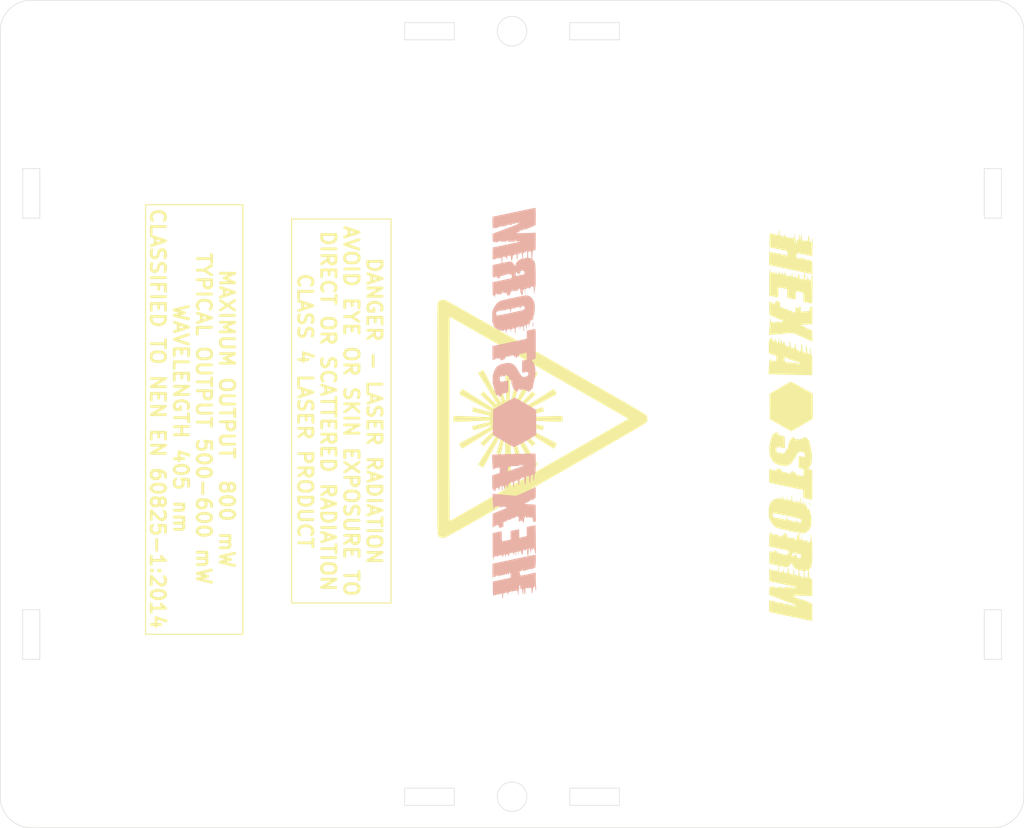
<source format=kicad_pcb>
(kicad_pcb (version 20171130) (host pcbnew "(5.1.10)-1")

  (general
    (thickness 1.6)
    (drawings 52)
    (tracks 0)
    (zones 0)
    (modules 3)
    (nets 1)
  )

  (page A4)
  (layers
    (0 F.Cu signal)
    (31 B.Cu signal)
    (32 B.Adhes user)
    (33 F.Adhes user)
    (34 B.Paste user)
    (35 F.Paste user)
    (36 B.SilkS user)
    (37 F.SilkS user)
    (38 B.Mask user)
    (39 F.Mask user)
    (40 Dwgs.User user)
    (41 Cmts.User user)
    (42 Eco1.User user)
    (43 Eco2.User user)
    (44 Edge.Cuts user)
    (45 Margin user)
    (46 B.CrtYd user)
    (47 F.CrtYd user)
    (48 B.Fab user)
    (49 F.Fab user)
  )

  (setup
    (last_trace_width 0.25)
    (trace_clearance 0.2)
    (zone_clearance 0.508)
    (zone_45_only no)
    (trace_min 0.2)
    (via_size 0.8)
    (via_drill 0.4)
    (via_min_size 0.4)
    (via_min_drill 0.3)
    (uvia_size 0.3)
    (uvia_drill 0.1)
    (uvias_allowed no)
    (uvia_min_size 0.2)
    (uvia_min_drill 0.1)
    (edge_width 0.05)
    (segment_width 0.2)
    (pcb_text_width 0.3)
    (pcb_text_size 1.5 1.5)
    (mod_edge_width 0.12)
    (mod_text_size 1 1)
    (mod_text_width 0.15)
    (pad_size 1.524 1.524)
    (pad_drill 0.762)
    (pad_to_mask_clearance 0)
    (aux_axis_origin 0 0)
    (grid_origin 154.1145 103.9495)
    (visible_elements 7FFFFFFF)
    (pcbplotparams
      (layerselection 0x010fc_ffffffff)
      (usegerberextensions true)
      (usegerberattributes true)
      (usegerberadvancedattributes true)
      (creategerberjobfile false)
      (excludeedgelayer true)
      (linewidth 0.100000)
      (plotframeref false)
      (viasonmask false)
      (mode 1)
      (useauxorigin false)
      (hpglpennumber 1)
      (hpglpenspeed 20)
      (hpglpendiameter 15.000000)
      (psnegative false)
      (psa4output false)
      (plotreference true)
      (plotvalue true)
      (plotinvisibletext false)
      (padsonsilk false)
      (subtractmaskfromsilk false)
      (outputformat 1)
      (mirror false)
      (drillshape 0)
      (scaleselection 1)
      (outputdirectory "gerbers"))
  )

  (net 0 "")

  (net_class Default "This is the default net class."
    (clearance 0.2)
    (trace_width 0.25)
    (via_dia 0.8)
    (via_drill 0.4)
    (uvia_dia 0.3)
    (uvia_drill 0.1)
  )

  (module footprints:lasersafety (layer F.Cu) (tedit 0) (tstamp 6168A1DF)
    (at 157.49778 104.46004 270)
    (path /61684773)
    (fp_text reference L3 (at 0 0 90) (layer F.SilkS) hide
      (effects (font (size 1.524 1.524) (thickness 0.3)))
    )
    (fp_text value Logo_Open_Hardware_Large (at 0.75 0 90) (layer F.SilkS) hide
      (effects (font (size 1.524 1.524) (thickness 0.3)))
    )
    (fp_poly (pts (xy 0.227215 -10.766602) (xy 0.358959 -10.710874) (xy 0.378792 -10.69183) (xy 0.410558 -10.650854)
      (xy 0.455589 -10.58565) (xy 0.515217 -10.493919) (xy 0.590774 -10.373365) (xy 0.683592 -10.221689)
      (xy 0.795003 -10.036593) (xy 0.92634 -9.815781) (xy 1.078933 -9.556954) (xy 1.254117 -9.257816)
      (xy 1.453222 -8.916068) (xy 1.67758 -8.529412) (xy 1.928524 -8.095552) (xy 2.207386 -7.61219)
      (xy 2.515497 -7.077027) (xy 2.854191 -6.487767) (xy 3.224798 -5.842111) (xy 3.628651 -5.137763)
      (xy 4.067083 -4.372425) (xy 4.541425 -3.543798) (xy 5.053009 -2.649586) (xy 5.603167 -1.68749)
      (xy 6.193232 -0.655214) (xy 6.491705 -0.132934) (xy 7.085736 0.90661) (xy 7.639186 1.875214)
      (xy 8.153492 2.775445) (xy 8.630089 3.609869) (xy 9.070412 4.381054) (xy 9.475896 5.091564)
      (xy 9.847977 5.743968) (xy 10.188091 6.340831) (xy 10.497673 6.884719) (xy 10.778157 7.3782)
      (xy 11.03098 7.82384) (xy 11.257578 8.224205) (xy 11.459384 8.581862) (xy 11.637835 8.899377)
      (xy 11.794367 9.179317) (xy 11.930414 9.424249) (xy 12.047412 9.636738) (xy 12.146797 9.819351)
      (xy 12.230003 9.974655) (xy 12.298466 10.105216) (xy 12.353622 10.213601) (xy 12.396906 10.302377)
      (xy 12.429753 10.374109) (xy 12.453599 10.431364) (xy 12.46988 10.476709) (xy 12.48003 10.51271)
      (xy 12.485484 10.541934) (xy 12.48768 10.566947) (xy 12.488054 10.588523) (xy 12.457678 10.818838)
      (xy 12.36293 10.999947) (xy 12.207185 11.137989) (xy 12.193537 11.145896) (xy 12.175469 11.153262)
      (xy 12.150061 11.160108) (xy 12.114393 11.166452) (xy 12.065547 11.172313) (xy 12.0006 11.17771)
      (xy 11.916635 11.182663) (xy 11.81073 11.18719) (xy 11.679967 11.191311) (xy 11.521424 11.195044)
      (xy 11.332183 11.19841) (xy 11.109323 11.201426) (xy 10.849925 11.204112) (xy 10.551068 11.206487)
      (xy 10.209833 11.20857) (xy 9.8233 11.210381) (xy 9.388549 11.211937) (xy 8.90266 11.213259)
      (xy 8.362713 11.214366) (xy 7.765789 11.215276) (xy 7.108967 11.216009) (xy 6.389328 11.216583)
      (xy 5.603951 11.217018) (xy 4.749917 11.217333) (xy 3.824307 11.217547) (xy 2.824199 11.217679)
      (xy 1.746674 11.217748) (xy 0.588813 11.217773) (xy 0 11.217775) (xy -1.197705 11.217764)
      (xy -2.313663 11.217719) (xy -3.350794 11.21762) (xy -4.312018 11.217448) (xy -5.200254 11.217184)
      (xy -6.018424 11.216809) (xy -6.769446 11.216305) (xy -7.45624 11.215651) (xy -8.081727 11.214829)
      (xy -8.648826 11.21382) (xy -9.160458 11.212604) (xy -9.619541 11.211163) (xy -10.028996 11.209478)
      (xy -10.391743 11.207528) (xy -10.710701 11.205297) (xy -10.988791 11.202763) (xy -11.228932 11.199909)
      (xy -11.434045 11.196714) (xy -11.607048 11.193161) (xy -11.750863 11.18923) (xy -11.868409 11.184901)
      (xy -11.962605 11.180156) (xy -12.036372 11.174976) (xy -12.092629 11.169341) (xy -12.134297 11.163233)
      (xy -12.164295 11.156632) (xy -12.185543 11.14952) (xy -12.200961 11.141876) (xy -12.207185 11.137989)
      (xy -12.369107 10.99211) (xy -12.460586 10.808902) (xy -12.488055 10.588523) (xy -12.487594 10.565119)
      (xy -12.4852 10.539874) (xy -12.479436 10.510221) (xy -12.468867 10.473594) (xy -12.452057 10.427426)
      (xy -12.427571 10.369152) (xy -12.393974 10.296203) (xy -12.34983 10.206014) (xy -12.293704 10.096019)
      (xy -12.224161 9.963651) (xy -12.196338 9.91179) (xy -10.703278 9.91179) (xy -10.662801 9.915101)
      (xy -10.541032 9.918323) (xy -10.341343 9.921444) (xy -10.067108 9.924453) (xy -9.721701 9.927337)
      (xy -9.308496 9.930087) (xy -8.830866 9.932689) (xy -8.292185 9.935133) (xy -7.695827 9.937407)
      (xy -7.045164 9.939499) (xy -6.343572 9.941398) (xy -5.594422 9.943093) (xy -4.80109 9.944572)
      (xy -3.966949 9.945823) (xy -3.095372 9.946835) (xy -2.189733 9.947596) (xy -1.253405 9.948095)
      (xy -0.289763 9.948321) (xy 0 9.948333) (xy 0.958896 9.948192) (xy 1.893374 9.947775)
      (xy 2.799971 9.947095) (xy 3.675222 9.946164) (xy 4.515662 9.944992) (xy 5.317828 9.943593)
      (xy 6.078254 9.941977) (xy 6.793477 9.940156) (xy 7.460031 9.938143) (xy 8.074454 9.935949)
      (xy 8.633279 9.933585) (xy 9.133043 9.931064) (xy 9.570282 9.928397) (xy 9.941531 9.925596)
      (xy 10.243325 9.922673) (xy 10.472201 9.919639) (xy 10.624693 9.916507) (xy 10.697338 9.913287)
      (xy 10.703278 9.912007) (xy 10.680523 9.870375) (xy 10.61893 9.760903) (xy 10.521715 9.589237)
      (xy 10.392092 9.361022) (xy 10.233276 9.081902) (xy 10.048482 8.757524) (xy 9.840924 8.393532)
      (xy 9.613817 7.995572) (xy 9.370376 7.569289) (xy 9.113816 7.120328) (xy 9.039885 6.991007)
      (xy 7.390603 4.106333) (xy 4.640746 4.106333) (xy 4.167464 4.106627) (xy 3.720537 4.107475)
      (xy 3.306929 4.108826) (xy 2.933606 4.110632) (xy 2.607534 4.112841) (xy 2.335677 4.115403)
      (xy 2.125 4.118269) (xy 1.98247 4.121388) (xy 1.91505 4.124711) (xy 1.910543 4.125988)
      (xy 1.955757 4.14095) (xy 2.071327 4.171847) (xy 2.245098 4.215639) (xy 2.464912 4.269286)
      (xy 2.718614 4.32975) (xy 2.832476 4.356476) (xy 3.09638 4.418626) (xy 3.331154 4.474841)
      (xy 3.524735 4.522157) (xy 3.665063 4.557609) (xy 3.740076 4.578233) (xy 3.749224 4.58178)
      (xy 3.746442 4.626881) (xy 3.723805 4.727279) (xy 3.700301 4.812509) (xy 3.636907 5.028766)
      (xy 3.374203 4.948181) (xy 2.918388 4.809302) (xy 2.541679 4.696598) (xy 2.242784 4.609704)
      (xy 2.020408 4.548256) (xy 1.873259 4.51189) (xy 1.800043 4.500241) (xy 1.7914 4.502155)
      (xy 1.782675 4.557272) (xy 1.789891 4.58426) (xy 1.830957 4.615722) (xy 1.9393 4.682031)
      (xy 2.107139 4.778855) (xy 2.326696 4.901865) (xy 2.590188 5.046731) (xy 2.889836 5.209122)
      (xy 3.217859 5.384709) (xy 3.435537 5.500132) (xy 3.777667 5.681207) (xy 4.096815 5.850736)
      (xy 4.385148 6.004512) (xy 4.634831 6.138329) (xy 4.838034 6.247982) (xy 4.986921 6.329263)
      (xy 5.073659 6.377967) (xy 5.092874 6.390036) (xy 5.087133 6.435974) (xy 5.04883 6.530722)
      (xy 4.990134 6.651206) (xy 4.923213 6.774349) (xy 4.860233 6.877075) (xy 4.813365 6.936308)
      (xy 4.801468 6.942667) (xy 4.762485 6.920875) (xy 4.659181 6.858532) (xy 4.498892 6.76018)
      (xy 4.288954 6.630367) (xy 4.036703 6.473635) (xy 3.749474 6.294531) (xy 3.434605 6.097598)
      (xy 3.19572 5.947833) (xy 2.864804 5.740715) (xy 2.555531 5.548195) (xy 2.275346 5.374833)
      (xy 2.031695 5.225186) (xy 1.832022 5.103813) (xy 1.683773 5.015272) (xy 1.594393 4.96412)
      (xy 1.570752 4.953) (xy 1.522564 4.971537) (xy 1.53369 5.029291) (xy 1.606314 5.129474)
      (xy 1.742621 5.2753) (xy 1.882108 5.411013) (xy 2.069431 5.5888) (xy 2.272351 5.781589)
      (xy 2.462471 5.962388) (xy 2.574586 6.069129) (xy 2.884338 6.364249) (xy 2.718563 6.530025)
      (xy 2.552787 6.695801) (xy 1.90081 6.001115) (xy 1.664104 5.752315) (xy 1.477653 5.564612)
      (xy 1.337073 5.434424) (xy 1.237982 5.358168) (xy 1.175998 5.332264) (xy 1.146738 5.35313)
      (xy 1.143 5.38181) (xy 1.164849 5.424656) (xy 1.227354 5.531641) (xy 1.325952 5.695324)
      (xy 1.456079 5.908264) (xy 1.613172 6.163021) (xy 1.792668 6.452153) (xy 1.990003 6.76822)
      (xy 2.137833 7.003937) (xy 2.344862 7.333933) (xy 2.537308 7.641628) (xy 2.710617 7.919675)
      (xy 2.860237 8.160726) (xy 2.981618 8.357433) (xy 3.070206 8.502451) (xy 3.121449 8.588431)
      (xy 3.132667 8.609627) (xy 3.098921 8.640318) (xy 3.009995 8.700387) (xy 2.884353 8.777444)
      (xy 2.87018 8.785783) (xy 2.729751 8.864513) (xy 2.642583 8.901582) (xy 2.591409 8.902167)
      (xy 2.563263 8.877781) (xy 2.534685 8.828165) (xy 2.471136 8.711589) (xy 2.376901 8.536106)
      (xy 2.256266 8.309772) (xy 2.113518 8.04064) (xy 1.952942 7.736765) (xy 1.778825 7.406201)
      (xy 1.672167 7.20322) (xy 1.448505 6.779192) (xy 1.260275 6.42689) (xy 1.105159 6.14225)
      (xy 0.980841 5.921212) (xy 0.885002 5.759714) (xy 0.815328 5.653694) (xy 0.769499 5.599092)
      (xy 0.751417 5.58925) (xy 0.688597 5.605675) (xy 0.677333 5.625077) (xy 0.688925 5.671966)
      (xy 0.720819 5.785346) (xy 0.768688 5.950703) (xy 0.828208 6.153522) (xy 0.895054 6.379287)
      (xy 0.964901 6.613484) (xy 1.033423 6.841599) (xy 1.096295 7.049116) (xy 1.149192 7.22152)
      (xy 1.187789 7.344297) (xy 1.204808 7.395238) (xy 1.177251 7.428515) (xy 1.095116 7.472471)
      (xy 0.985833 7.51674) (xy 0.876836 7.550961) (xy 0.795555 7.564771) (xy 0.77149 7.558934)
      (xy 0.759222 7.516791) (xy 0.731307 7.406603) (xy 0.69116 7.242817) (xy 0.6422 7.039882)
      (xy 0.587843 6.812243) (xy 0.531506 6.57435) (xy 0.476606 6.340649) (xy 0.42656 6.125587)
      (xy 0.384785 5.943613) (xy 0.354697 5.809173) (xy 0.339714 5.736715) (xy 0.338667 5.728872)
      (xy 0.302966 5.717657) (xy 0.252274 5.715) (xy 0.215102 5.719053) (xy 0.191539 5.740883)
      (xy 0.179694 5.794996) (xy 0.177677 5.895896) (xy 0.183595 6.058088) (xy 0.190189 6.19125)
      (xy 0.203674 6.470819) (xy 0.217857 6.792) (xy 0.232236 7.140734) (xy 0.246312 7.502964)
      (xy 0.259583 7.864632) (xy 0.271548 8.211679) (xy 0.281707 8.530046) (xy 0.289558 8.805677)
      (xy 0.2946 9.024513) (xy 0.296333 9.169941) (xy 0.296333 9.525) (xy -0.296333 9.525)
      (xy -0.296333 9.169941) (xy -0.294518 9.020134) (xy -0.289404 8.799804) (xy -0.281493 8.523009)
      (xy -0.271287 8.203807) (xy -0.259285 7.856256) (xy -0.245989 7.494415) (xy -0.231901 7.13234)
      (xy -0.21752 6.784091) (xy -0.203348 6.463726) (xy -0.19019 6.19125) (xy -0.180408 5.985196)
      (xy -0.177424 5.849161) (xy -0.18313 5.76864) (xy -0.199417 5.729128) (xy -0.228175 5.716118)
      (xy -0.252274 5.715) (xy -0.32212 5.720732) (xy -0.338667 5.728872) (xy -0.347921 5.777729)
      (xy -0.373407 5.893331) (xy -0.411707 6.061231) (xy -0.459404 6.266981) (xy -0.513081 6.496134)
      (xy -0.569322 6.734242) (xy -0.624709 6.966857) (xy -0.675826 7.179533) (xy -0.719256 7.357822)
      (xy -0.751581 7.487276) (xy -0.769385 7.553448) (xy -0.77149 7.558934) (xy -0.816763 7.556317)
      (xy -0.917268 7.533783) (xy -1.002312 7.510359) (xy -1.218373 7.447022) (xy -1.074533 6.972594)
      (xy -0.96027 6.595606) (xy -0.86877 6.292061) (xy -0.798365 6.054334) (xy -0.74739 5.874805)
      (xy -0.714175 5.74585) (xy -0.697054 5.659847) (xy -0.694359 5.609172) (xy -0.704423 5.586202)
      (xy -0.725578 5.583316) (xy -0.756157 5.59289) (xy -0.774261 5.599891) (xy -0.805723 5.640957)
      (xy -0.872031 5.7493) (xy -0.968855 5.917139) (xy -1.091865 6.136696) (xy -1.236731 6.400188)
      (xy -1.399123 6.699836) (xy -1.574709 7.027859) (xy -1.690132 7.245537) (xy -1.871198 7.587654)
      (xy -2.040707 7.906779) (xy -2.194454 8.195081) (xy -2.328235 8.444728) (xy -2.437845 8.647888)
      (xy -2.519081 8.796731) (xy -2.567736 8.883424) (xy -2.579774 8.902611) (xy -2.625045 8.896165)
      (xy -2.719235 8.857214) (xy -2.839371 8.797977) (xy -2.962482 8.730673) (xy -3.065595 8.667519)
      (xy -3.125736 8.620734) (xy -3.132667 8.608548) (xy -3.110882 8.570183) (xy -3.048556 8.467472)
      (xy -2.950231 8.307734) (xy -2.820452 8.09829) (xy -2.663759 7.846457) (xy -2.484697 7.559557)
      (xy -2.287809 7.244907) (xy -2.137834 7.00572) (xy -1.930715 6.674804) (xy -1.738195 6.365531)
      (xy -1.564833 6.085346) (xy -1.415187 5.841695) (xy -1.293814 5.642022) (xy -1.205272 5.493773)
      (xy -1.154121 5.404393) (xy -1.143 5.380752) (xy -1.164731 5.330008) (xy -1.230713 5.346369)
      (xy -1.342125 5.430587) (xy -1.500151 5.58342) (xy -1.562743 5.649056) (xy -1.737929 5.834536)
      (xy -1.939874 6.046787) (xy -2.136279 6.251913) (xy -2.222355 6.341257) (xy -2.561556 6.692348)
      (xy -2.723044 6.526969) (xy -2.884533 6.361589) (xy -2.190481 5.710211) (xy -1.941789 5.473603)
      (xy -1.7542 5.287245) (xy -1.624133 5.146757) (xy -1.54801 5.047756) (xy -1.522249 4.985861)
      (xy -1.543272 4.95669) (xy -1.571811 4.953) (xy -1.614657 4.974849) (xy -1.721642 5.037354)
      (xy -1.885324 5.135952) (xy -2.098265 5.266079) (xy -2.353021 5.423172) (xy -2.642153 5.602668)
      (xy -2.95822 5.800003) (xy -3.193937 5.947833) (xy -3.523823 6.154833) (xy -3.831295 6.347254)
      (xy -4.109024 6.520545) (xy -4.349679 6.670157) (xy -4.54593 6.79154) (xy -4.690445 6.880143)
      (xy -4.775894 6.931417) (xy -4.796708 6.942667) (xy -4.82617 6.909088) (xy -4.885811 6.820561)
      (xy -4.963368 6.695398) (xy -4.972587 6.679978) (xy -5.052547 6.539749) (xy -5.090452 6.452602)
      (xy -5.091574 6.401416) (xy -5.067085 6.373061) (xy -5.017439 6.344521) (xy -4.90084 6.280999)
      (xy -4.725342 6.186782) (xy -4.499002 6.066156) (xy -4.229874 5.923407) (xy -3.926015 5.762823)
      (xy -3.59548 5.588689) (xy -3.392806 5.482167) (xy -2.968816 5.258464) (xy -2.616549 5.070202)
      (xy -2.331948 4.915063) (xy -2.110955 4.790732) (xy -1.949511 4.694892) (xy -1.843557 4.625229)
      (xy -1.789036 4.579426) (xy -1.779256 4.561417) (xy -1.794251 4.498575) (xy -1.812023 4.487333)
      (xy -1.858358 4.498897) (xy -1.971239 4.530717) (xy -2.136185 4.578483) (xy -2.338716 4.637886)
      (xy -2.564352 4.704619) (xy -2.798613 4.774372) (xy -3.027019 4.842836) (xy -3.23509 4.905702)
      (xy -3.408346 4.958663) (xy -3.532308 4.997408) (xy -3.586596 5.015396) (xy -3.631091 4.990832)
      (xy -3.674611 4.896495) (xy -3.68419 4.863914) (xy -3.718379 4.742494) (xy -3.746586 4.651535)
      (xy -3.751763 4.637049) (xy -3.753306 4.620178) (xy -3.739379 4.60301) (xy -3.70223 4.583391)
      (xy -3.634104 4.559166) (xy -3.527248 4.528183) (xy -3.373909 4.488286) (xy -3.166332 4.437322)
      (xy -2.896765 4.373136) (xy -2.557453 4.293575) (xy -2.296583 4.23277) (xy -2.110593 4.186913)
      (xy -1.99331 4.149874) (xy -1.930171 4.115181) (xy -1.906608 4.076362) (xy -1.905 4.058746)
      (xy -1.909714 4.02311) (xy -1.933502 4.000634) (xy -1.990837 3.989539) (xy -2.09619 3.988046)
      (xy -2.264033 3.994375) (xy -2.38125 4.000189) (xy -2.660819 4.013674) (xy -2.982 4.027857)
      (xy -3.330735 4.042236) (xy -3.692965 4.056312) (xy -4.054632 4.069583) (xy -4.401679 4.081548)
      (xy -4.720047 4.091707) (xy -4.995678 4.099558) (xy -5.214513 4.1046) (xy -5.359941 4.106333)
      (xy -5.715 4.106333) (xy -5.715 3.513667) (xy -5.359941 3.513667) (xy -5.210134 3.515482)
      (xy -4.989805 3.520596) (xy -4.71301 3.528507) (xy -4.393808 3.538713) (xy -4.046257 3.550715)
      (xy -3.684415 3.564011) (xy -3.322341 3.578099) (xy -2.974092 3.59248) (xy -2.653726 3.606652)
      (xy -2.38125 3.61981) (xy -2.175056 3.629515) (xy -2.038902 3.632325) (xy -1.958318 3.626462)
      (xy -1.918831 3.610147) (xy -1.905969 3.581599) (xy -1.905 3.561253) (xy -1.917099 3.519078)
      (xy -1.963107 3.483548) (xy -2.057589 3.448192) (xy -2.215112 3.406536) (xy -2.296583 3.387229)
      (xy -2.685248 3.29655) (xy -2.999143 3.222643) (xy -3.24602 3.163353) (xy -3.433634 3.116528)
      (xy -3.569738 3.080012) (xy -3.662086 3.051652) (xy -3.718431 3.029293) (xy -3.746528 3.010782)
      (xy -3.754129 2.993964) (xy -3.751763 2.982951) (xy -3.727364 2.90767) (xy -3.693638 2.7907)
      (xy -3.68419 2.756086) (xy -3.642359 2.646658) (xy -3.597234 2.603403) (xy -3.586596 2.604604)
      (xy -3.513099 2.628698) (xy -3.378595 2.670494) (xy -3.197565 2.72568) (xy -2.984487 2.78995)
      (xy -2.753843 2.858993) (xy -2.520111 2.928502) (xy -2.297772 2.994167) (xy -2.101306 3.051679)
      (xy -1.945193 3.09673) (xy -1.843913 3.125011) (xy -1.812023 3.132667) (xy -1.783756 3.097695)
      (xy -1.779256 3.058583) (xy -1.802666 3.026982) (xy -1.874883 2.973019) (xy -1.999965 2.894378)
      (xy -2.181971 2.788744) (xy -2.424958 2.6538) (xy -2.732986 2.487231) (xy -3.110112 2.28672)
      (xy -3.392806 2.137833) (xy -3.73522 1.957756) (xy -4.055674 1.788719) (xy -4.346113 1.635008)
      (xy -4.598481 1.50091) (xy -4.804723 1.390711) (xy -4.956783 1.308698) (xy -5.046605 1.259157)
      (xy -5.067085 1.246938) (xy -5.09342 1.213) (xy -5.087512 1.15785) (xy -5.044091 1.064366)
      (xy -4.972587 0.940022) (xy -4.893793 0.811911) (xy -4.831548 0.718394) (xy -4.798115 0.677784)
      (xy -4.796708 0.677333) (xy -4.757963 0.69914) (xy -4.654914 0.761529) (xy -4.494891 0.859949)
      (xy -4.285224 0.98985) (xy -4.033244 1.146682) (xy -3.746281 1.325895) (xy -3.431666 1.522939)
      (xy -3.193937 1.672167) (xy -2.863314 1.879362) (xy -2.554364 2.071945) (xy -2.274528 2.245353)
      (xy -2.031246 2.395022) (xy -1.83196 2.516389) (xy -1.68411 2.60489) (xy -1.595137 2.655962)
      (xy -1.571811 2.667) (xy -1.527673 2.653247) (xy -1.52844 2.609069) (xy -1.577692 2.530084)
      (xy -1.679009 2.411909) (xy -1.835971 2.250165) (xy -2.052156 2.040469) (xy -2.190481 1.909788)
      (xy -2.884533 1.25841) (xy -2.723044 1.093031) (xy -2.561556 0.927652) (xy -2.222355 1.278743)
      (xy -2.040842 1.467583) (xy -1.837631 1.680507) (xy -1.645021 1.883617) (xy -1.562743 1.970944)
      (xy -1.389073 2.14659) (xy -1.262405 2.253373) (xy -1.181559 2.292047) (xy -1.145353 2.263369)
      (xy -1.143 2.239248) (xy -1.164833 2.196193) (xy -1.227292 2.088981) (xy -1.32582 1.925059)
      (xy -1.455858 1.711871) (xy -1.612849 1.456863) (xy -1.792234 1.167479) (xy -1.989454 0.851166)
      (xy -2.137833 0.614279) (xy -2.344729 0.284207) (xy -2.537062 -0.023378) (xy -2.710291 -0.301154)
      (xy -2.859873 -0.541803) (xy -2.981264 -0.738006) (xy -3.069922 -0.882443) (xy -3.121304 -0.967795)
      (xy -3.132667 -0.988549) (xy -3.098506 -1.024349) (xy -3.01134 -1.081855) (xy -2.894139 -1.148849)
      (xy -2.769878 -1.213113) (xy -2.661528 -1.262428) (xy -2.592061 -1.284577) (xy -2.579774 -1.282612)
      (xy -2.553834 -1.239152) (xy -2.492661 -1.128604) (xy -2.400461 -0.958797) (xy -2.281438 -0.737563)
      (xy -2.139796 -0.472734) (xy -1.979741 -0.172141) (xy -1.805476 0.156384) (xy -1.690132 0.374462)
      (xy -1.508456 0.716364) (xy -1.337249 1.034792) (xy -1.180839 1.321965) (xy -1.043558 1.570103)
      (xy -0.929735 1.771424) (xy -0.843701 1.91815) (xy -0.789785 2.002499) (xy -0.774261 2.020109)
      (xy -0.739635 2.033029) (xy -0.713609 2.037261) (xy -0.697848 2.025182) (xy -0.694022 1.989168)
      (xy -0.703796 1.921599) (xy -0.728839 1.814849) (xy -0.770818 1.661298) (xy -0.8314 1.453321)
      (xy -0.912253 1.183297) (xy -1.015044 0.843602) (xy -1.074533 0.647405) (xy -1.218373 0.172977)
      (xy -1.002312 0.109641) (xy -0.879251 0.076774) (xy -0.794452 0.060155) (xy -0.77178 0.060775)
      (xy -0.759261 0.103149) (xy -0.731081 0.213533) (xy -0.690676 0.37745) (xy -0.641481 0.580426)
      (xy -0.586931 0.807983) (xy -0.53046 1.045647) (xy -0.475506 1.278942) (xy -0.425501 1.493392)
      (xy -0.383882 1.674521) (xy -0.354084 1.807853) (xy -0.339541 1.878914) (xy -0.338667 1.885929)
      (xy -0.302985 1.901344) (xy -0.252274 1.905) (xy -0.215102 1.900946) (xy -0.191539 1.879116)
      (xy -0.179695 1.825004) (xy -0.177677 1.724104) (xy -0.183596 1.561912) (xy -0.19019 1.42875)
      (xy -0.203674 1.149181) (xy -0.217857 0.828) (xy -0.232237 0.479265) (xy -0.246313 0.117035)
      (xy -0.259584 -0.244632) (xy -0.271549 -0.591679) (xy -0.281707 -0.910047) (xy -0.289558 -1.185678)
      (xy -0.2946 -1.404513) (xy -0.296333 -1.549941) (xy -0.296333 -1.905) (xy 0.296333 -1.905)
      (xy 0.296333 -1.549941) (xy 0.294517 -1.400134) (xy 0.289404 -1.179805) (xy 0.281493 -0.90301)
      (xy 0.271286 -0.583808) (xy 0.259285 -0.236257) (xy 0.245989 0.125585) (xy 0.2319 0.487659)
      (xy 0.21752 0.835908) (xy 0.203348 1.156274) (xy 0.190189 1.42875) (xy 0.180407 1.634804)
      (xy 0.177424 1.770838) (xy 0.18313 1.851359) (xy 0.199417 1.890872) (xy 0.228175 1.903881)
      (xy 0.252274 1.905) (xy 0.322107 1.897123) (xy 0.338667 1.885929) (xy 0.347955 1.836403)
      (xy 0.373532 1.720255) (xy 0.411961 1.551963) (xy 0.459807 1.346001) (xy 0.513636 1.116847)
      (xy 0.570012 0.878974) (xy 0.6255 0.646859) (xy 0.676665 0.434979) (xy 0.720071 0.257807)
      (xy 0.752285 0.129821) (xy 0.769869 0.065496) (xy 0.77178 0.060775) (xy 0.823134 0.057457)
      (xy 0.918701 0.080781) (xy 1.031048 0.120357) (xy 1.13274 0.165797) (xy 1.196342 0.20671)
      (xy 1.204808 0.224762) (xy 1.17985 0.300532) (xy 1.137332 0.436872) (xy 1.081578 0.619266)
      (xy 1.016914 0.833199) (xy 0.947665 1.064158) (xy 0.878155 1.297626) (xy 0.812711 1.51909)
      (xy 0.755658 1.714034) (xy 0.711319 1.867943) (xy 0.684022 1.966304) (xy 0.677333 1.994923)
      (xy 0.712263 2.025714) (xy 0.751417 2.030628) (xy 0.783065 2.007104) (xy 0.837149 1.934623)
      (xy 0.915974 1.809143) (xy 1.021846 1.626624) (xy 1.15707 1.383025) (xy 1.323951 1.074303)
      (xy 1.524793 0.69642) (xy 1.672167 0.416514) (xy 1.852227 0.074051) (xy 2.021259 -0.246439)
      (xy 2.174977 -0.536903) (xy 2.309096 -0.789288) (xy 2.419328 -0.99554) (xy 2.501389 -1.147606)
      (xy 2.550992 -1.237432) (xy 2.563263 -1.257926) (xy 2.597484 -1.28422) (xy 2.653123 -1.278386)
      (xy 2.747431 -1.235244) (xy 2.87018 -1.165783) (xy 2.998534 -1.087688) (xy 3.092057 -1.025315)
      (xy 3.132286 -0.991056) (xy 3.132666 -0.989628) (xy 3.110853 -0.950265) (xy 3.048447 -0.846623)
      (xy 2.95 -0.686048) (xy 2.820065 -0.475887) (xy 2.663194 -0.223488) (xy 2.483938 0.063802)
      (xy 2.28685 0.378636) (xy 2.137833 0.616063) (xy 1.930638 0.946686) (xy 1.738054 1.255636)
      (xy 1.564646 1.535472) (xy 1.414978 1.778754) (xy 1.293611 1.97804) (xy 1.20511 2.12589)
      (xy 1.154038 2.214863) (xy 1.143 2.238189) (xy 1.156743 2.282314) (xy 1.200896 2.281561)
      (xy 1.27984 2.232349) (xy 1.397958 2.131095) (xy 1.559633 1.974218) (xy 1.769248 1.758137)
      (xy 1.90081 1.618884) (xy 2.552787 0.924198) (xy 2.718563 1.089974) (xy 2.884338 1.25575)
      (xy 2.574586 1.550871) (xy 2.410956 1.706621) (xy 2.214265 1.893615) (xy 2.012911 2.084864)
      (xy 1.882108 2.208987) (xy 1.698387 2.389823) (xy 1.579928 2.522692) (xy 1.524547 2.610807)
      (xy 1.53006 2.657383) (xy 1.570752 2.667) (xy 1.613807 2.645167) (xy 1.721018 2.582708)
      (xy 1.884941 2.48418) (xy 2.098129 2.354142) (xy 2.353137 2.197151) (xy 2.64252 2.017766)
      (xy 2.958834 1.820546) (xy 3.19572 1.672167) (xy 3.525904 1.465242) (xy 3.833711 1.272884)
      (xy 4.111804 1.099637) (xy 4.352849 0.950047) (xy 4.549508 0.828658) (xy 4.694447 0.740016)
      (xy 4.780329 0.688664) (xy 4.801468 0.677333) (xy 4.838013 0.711587) (xy 4.895747 0.798966)
      (xy 4.962503 0.916392) (xy 5.026112 1.040792) (xy 5.074406 1.149088) (xy 5.095217 1.218205)
      (xy 5.092874 1.229964) (xy 5.049358 1.25596) (xy 4.938753 1.317186) (xy 4.768893 1.409436)
      (xy 4.547612 1.528503) (xy 4.282741 1.670182) (xy 3.982115 1.830265) (xy 3.653567 2.004549)
      (xy 3.435537 2.119868) (xy 3.093635 2.301544) (xy 2.775207 2.472751) (xy 2.488034 2.629161)
      (xy 2.239897 2.766442) (xy 2.038575 2.880265) (xy 1.89185 2.966299) (xy 1.807501 3.020215)
      (xy 1.789891 3.035739) (xy 1.7834 3.10218) (xy 1.7914 3.117845) (xy 1.837349 3.11533)
      (xy 1.956747 3.088233) (xy 2.15089 3.036191) (xy 2.42107 2.958839) (xy 2.76858 2.855812)
      (xy 3.194714 2.726746) (xy 3.374203 2.671818) (xy 3.636907 2.591233) (xy 3.700301 2.807491)
      (xy 3.733189 2.930612) (xy 3.749834 3.01548) (xy 3.749224 3.03822) (xy 3.705585 3.051653)
      (xy 3.591511 3.081172) (xy 3.419064 3.123813) (xy 3.200304 3.176612) (xy 2.947293 3.236605)
      (xy 2.832476 3.263524) (xy 2.568156 3.325946) (xy 2.332612 3.38283) (xy 2.138001 3.431135)
      (xy 1.996479 3.467824) (xy 1.920202 3.489857) (xy 1.910543 3.494012) (xy 1.948099 3.497509)
      (xy 2.063123 3.500807) (xy 2.248419 3.503851) (xy 2.496789 3.506584) (xy 2.801034 3.508953)
      (xy 3.153958 3.5109) (xy 3.548363 3.512372) (xy 3.977051 3.513312) (xy 4.432824 3.513665)
      (xy 4.462639 3.513667) (xy 5.017915 3.513014) (xy 5.51237 3.51109) (xy 5.942722 3.507947)
      (xy 6.305691 3.503636) (xy 6.597996 3.49821) (xy 6.816358 3.49172) (xy 6.957494 3.484217)
      (xy 7.018126 3.475753) (xy 7.020278 3.473337) (xy 6.99683 3.429163) (xy 6.934166 3.316624)
      (xy 6.834945 3.140369) (xy 6.701825 2.905047) (xy 6.537465 2.615305) (xy 6.344521 2.275791)
      (xy 6.125653 1.891153) (xy 5.883519 1.46604) (xy 5.620777 1.0051) (xy 5.340085 0.512981)
      (xy 5.044101 -0.005669) (xy 4.735484 -0.546202) (xy 4.416892 -1.103969) (xy 4.090983 -1.674323)
      (xy 3.760415 -2.252615) (xy 3.427847 -2.834198) (xy 3.095936 -3.414423) (xy 2.767341 -3.988642)
      (xy 2.444721 -4.552206) (xy 2.130732 -5.100469) (xy 1.828034 -5.62878) (xy 1.539285 -6.132494)
      (xy 1.267143 -6.60696) (xy 1.014266 -7.047532) (xy 0.783312 -7.449561) (xy 0.57694 -7.808399)
      (xy 0.397808 -8.119397) (xy 0.248573 -8.377908) (xy 0.131895 -8.579283) (xy 0.050431 -8.718875)
      (xy 0.00684 -8.792035) (xy 0 -8.802286) (xy -0.022039 -8.76615) (xy -0.083906 -8.66025)
      (xy -0.183448 -8.48835) (xy -0.318515 -8.254212) (xy -0.486952 -7.961601) (xy -0.68661 -7.614277)
      (xy -0.915334 -7.216005) (xy -1.170973 -6.770548) (xy -1.451375 -6.281668) (xy -1.754388 -5.753129)
      (xy -2.077859 -5.188693) (xy -2.419636 -4.592123) (xy -2.777567 -3.967182) (xy -3.149501 -3.317634)
      (xy -3.533284 -2.647241) (xy -3.926764 -1.959766) (xy -4.32779 -1.258972) (xy -4.734209 -0.548622)
      (xy -5.143869 0.167521) (xy -5.554618 0.885694) (xy -5.964304 1.602134) (xy -6.370774 2.313078)
      (xy -6.771877 3.014764) (xy -7.165459 3.703427) (xy -7.54937 4.375306) (xy -7.921456 5.026637)
      (xy -8.279567 5.653657) (xy -8.621548 6.252604) (xy -8.945249 6.819714) (xy -9.248517 7.351225)
      (xy -9.529199 7.843373) (xy -9.785145 8.292395) (xy -10.014201 8.69453) (xy -10.214215 9.046012)
      (xy -10.383036 9.343081) (xy -10.51851 9.581972) (xy -10.618487 9.758923) (xy -10.680813 9.870171)
      (xy -10.703278 9.91179) (xy -12.196338 9.91179) (xy -12.139765 9.806343) (xy -12.03908 9.621529)
      (xy -11.920671 9.406642) (xy -11.783104 9.159116) (xy -11.624942 8.876385) (xy -11.44475 8.555881)
      (xy -11.241092 8.195039) (xy -11.012534 7.791292) (xy -10.75764 7.342073) (xy -10.474974 6.844817)
      (xy -10.163102 6.296955) (xy -9.820587 5.695923) (xy -9.445994 5.039153) (xy -9.037888 4.324079)
      (xy -8.594833 3.548135) (xy -8.115395 2.708754) (xy -7.598137 1.803369) (xy -7.041625 0.829414)
      (xy -6.491706 -0.132934) (xy -5.881969 -1.199791) (xy -5.312779 -2.195362) (xy -4.782804 -3.121944)
      (xy -4.290712 -3.981835) (xy -3.835171 -4.777334) (xy -3.41485 -5.510736) (xy -3.028415 -6.18434)
      (xy -2.674535 -6.800444) (xy -2.351877 -7.361344) (xy -2.059111 -7.86934) (xy -1.794902 -8.326727)
      (xy -1.557921 -8.735805) (xy -1.346833 -9.09887) (xy -1.160308 -9.41822) (xy -0.997013 -9.696153)
      (xy -0.855617 -9.934966) (xy -0.734786 -10.136957) (xy -0.63319 -10.304424) (xy -0.549495 -10.439663)
      (xy -0.48237 -10.544973) (xy -0.430484 -10.622652) (xy -0.392502 -10.674997) (xy -0.367095 -10.704305)
      (xy -0.358959 -10.710874) (xy -0.184114 -10.77725) (xy 0.023611 -10.795826) (xy 0.227215 -10.766602)) (layer F.SilkS) (width 0.01))
  )

  (module footprints:hexastorm (layer B.Cu) (tedit 0) (tstamp 61689644)
    (at 154.35072 102.87 90)
    (path /61683D03)
    (fp_text reference L2 (at 0 0 90) (layer B.SilkS) hide
      (effects (font (size 1.524 1.524) (thickness 0.3)) (justify mirror))
    )
    (fp_text value Logo_Open_Hardware_Large (at -3.83286 9.37514 90) (layer B.SilkS) hide
      (effects (font (size 1.524 1.524) (thickness 0.3)) (justify mirror))
    )
    (fp_poly (pts (xy -5.901768 2.238847) (xy -5.672201 2.236642) (xy -5.477395 2.232323) (xy -5.331643 2.225818)
      (xy -5.24924 2.217051) (xy -5.236324 2.211917) (xy -5.23402 2.165079) (xy -5.234024 2.043387)
      (xy -5.236096 1.856362) (xy -5.239994 1.613524) (xy -5.245478 1.324394) (xy -5.252308 0.998491)
      (xy -5.260243 0.645336) (xy -5.269043 0.274449) (xy -5.278466 -0.10465) (xy -5.288273 -0.48244)
      (xy -5.298222 -0.849401) (xy -5.308073 -1.196014) (xy -5.317586 -1.512757) (xy -5.326519 -1.790112)
      (xy -5.334633 -2.018556) (xy -5.341687 -2.188571) (xy -5.34744 -2.290636) (xy -5.350772 -2.316882)
      (xy -5.397746 -2.322801) (xy -5.510105 -2.323501) (xy -5.671436 -2.319834) (xy -5.865329 -2.31265)
      (xy -6.075373 -2.302801) (xy -6.285157 -2.291137) (xy -6.478269 -2.27851) (xy -6.638298 -2.26577)
      (xy -6.748832 -2.253769) (xy -6.793462 -2.243357) (xy -6.793512 -2.242067) (xy -6.812612 -2.207697)
      (xy -6.86906 -2.18121) (xy -6.933902 -2.15795) (xy -6.922725 -2.141141) (xy -6.858 -2.121572)
      (xy -6.786018 -2.086456) (xy -6.75648 -2.017352) (xy -6.752167 -1.934841) (xy -6.73897 -1.819871)
      (xy -6.697495 -1.778388) (xy -6.691159 -1.778) (xy -6.663561 -1.764201) (xy -6.710162 -1.719122)
      (xy -6.712326 -1.717523) (xy -6.767748 -1.670016) (xy -6.754904 -1.643258) (xy -6.72066 -1.62842)
      (xy -6.662072 -1.591429) (xy -6.680481 -1.559769) (xy -6.76825 -1.536533) (xy -6.917738 -1.524813)
      (xy -6.978584 -1.524) (xy -7.263504 -1.524) (xy -7.391497 -1.915583) (xy -7.519491 -2.307166)
      (xy -8.003662 -2.310219) (xy -8.231121 -2.310045) (xy -8.45854 -2.307144) (xy -8.654371 -2.302047)
      (xy -8.753647 -2.297583) (xy -8.886531 -2.284072) (xy -8.97357 -2.264122) (xy -8.995715 -2.243474)
      (xy -9.009928 -2.196365) (xy -9.077193 -2.136116) (xy -9.079151 -2.134824) (xy -9.164672 -2.066902)
      (xy -9.172811 -2.019707) (xy -9.100776 -1.985765) (xy -9.017 -1.9685) (xy -8.901717 -1.937748)
      (xy -8.852725 -1.884794) (xy -8.851283 -1.793316) (xy -8.824051 -1.750378) (xy -8.799552 -1.732093)
      (xy -8.775611 -1.696721) (xy -8.831217 -1.667668) (xy -8.968711 -1.643844) (xy -8.995833 -1.640731)
      (xy -9.052862 -1.630408) (xy -9.051059 -1.614235) (xy -8.982438 -1.586878) (xy -8.857801 -1.54854)
      (xy -8.713606 -1.501275) (xy -8.641265 -1.463616) (xy -8.629555 -1.428847) (xy -8.637318 -1.416578)
      (xy -8.656659 -1.362987) (xy -8.627184 -1.340958) (xy -8.634913 -1.328857) (xy -8.710248 -1.319585)
      (xy -8.813418 -1.315675) (xy -8.951058 -1.305776) (xy -9.051196 -1.283696) (xy -9.084657 -1.263273)
      (xy -9.078737 -1.237599) (xy -9.010911 -1.230069) (xy -8.871088 -1.239744) (xy -8.852574 -1.24164)
      (xy -8.709138 -1.254208) (xy -8.631741 -1.251596) (xy -8.602595 -1.230517) (xy -8.602501 -1.19545)
      (xy -8.651472 -1.112717) (xy -8.767904 -1.06948) (xy -8.865306 -1.061308) (xy -8.949857 -1.05158)
      (xy -8.953922 -1.029867) (xy -8.880501 -0.998284) (xy -8.732594 -0.958942) (xy -8.714027 -0.954709)
      (xy -8.571183 -0.912714) (xy -8.491123 -0.869433) (xy -8.478812 -0.832314) (xy -8.539214 -0.808806)
      (xy -8.613804 -0.804333) (xy -8.712003 -0.794509) (xy -8.744401 -0.768412) (xy -8.741833 -0.762)
      (xy -8.749459 -0.721308) (xy -8.771085 -0.714916) (xy -8.76473 -0.704558) (xy -8.709982 -0.687966)
      (xy -7.113791 -0.687966) (xy -6.880111 -0.668587) (xy -6.747499 -0.654178) (xy -6.653045 -0.637556)
      (xy -6.624152 -0.626929) (xy -6.608007 -0.573693) (xy -6.597062 -0.47149) (xy -6.596077 -0.450491)
      (xy -6.585835 -0.350128) (xy -6.567906 -0.29828) (xy -6.563606 -0.296333) (xy -6.552072 -0.257436)
      (xy -6.545461 -0.154321) (xy -6.544886 -0.007351) (xy -6.545727 0.030623) (xy -6.544957 0.19779)
      (xy -6.534832 0.338539) (xy -6.517461 0.425818) (xy -6.514397 0.432557) (xy -6.4946 0.500209)
      (xy -6.477668 0.61055) (xy -6.465015 0.741008) (xy -6.458058 0.869015) (xy -6.458215 0.971999)
      (xy -6.4669 1.027392) (xy -6.477029 1.028125) (xy -6.501406 0.97754) (xy -6.54743 0.863388)
      (xy -6.608757 0.70201) (xy -6.67904 0.509744) (xy -6.687252 0.486834) (xy -6.771132 0.253092)
      (xy -6.858746 0.010205) (xy -6.938749 -0.210441) (xy -6.991378 -0.354566) (xy -7.113791 -0.687966)
      (xy -8.709982 -0.687966) (xy -8.691945 -0.6825) (xy -8.593667 -0.659186) (xy -8.461095 -0.621564)
      (xy -8.383787 -0.581589) (xy -8.371417 -0.558103) (xy -8.353102 -0.511625) (xy -8.337168 -0.508)
      (xy -8.311098 -0.482437) (xy -8.316892 -0.468268) (xy -8.306421 -0.417452) (xy -8.266474 -0.381144)
      (xy -8.220758 -0.337016) (xy -8.244039 -0.311641) (xy -8.268982 -0.278252) (xy -8.225662 -0.218848)
      (xy -8.196107 -0.1832) (xy -8.204253 -0.161002) (xy -8.26343 -0.147926) (xy -8.38697 -0.139642)
      (xy -8.481422 -0.135777) (xy -8.660401 -0.121758) (xy -8.759013 -0.099989) (xy -8.776639 -0.075991)
      (xy -8.71266 -0.055285) (xy -8.566458 -0.043394) (xy -8.491896 -0.042333) (xy -8.326031 -0.035462)
      (xy -8.221481 -0.011393) (xy -8.15575 0.03506) (xy -8.155636 0.035186) (xy -8.112418 0.103659)
      (xy -8.113797 0.141019) (xy -8.103427 0.165185) (xy -8.060972 0.172676) (xy -8.016512 0.183316)
      (xy -8.030372 0.196578) (xy -8.061601 0.246639) (xy -8.055953 0.282175) (xy -8.061497 0.355529)
      (xy -8.145512 0.401929) (xy -8.308944 0.421814) (xy -8.358717 0.422686) (xy -8.484402 0.429825)
      (xy -8.534296 0.446982) (xy -8.515958 0.46931) (xy -8.436948 0.49196) (xy -8.304824 0.510085)
      (xy -8.212667 0.516348) (xy -8.044892 0.531222) (xy -7.955856 0.557248) (xy -7.9375 0.583628)
      (xy -7.905546 0.652387) (xy -7.880968 0.673028) (xy -7.832772 0.718603) (xy -7.828051 0.734984)
      (xy -7.822495 0.820061) (xy -7.760379 0.86341) (xy -7.749166 0.867147) (xy -7.693328 0.889769)
      (xy -7.697707 0.921279) (xy -7.749166 0.975833) (xy -7.866226 1.041624) (xy -7.990417 1.061472)
      (xy -8.144208 1.069868) (xy -8.289745 1.08672) (xy -8.407693 1.108503) (xy -8.478718 1.131692)
      (xy -8.485329 1.151682) (xy -8.426327 1.166462) (xy -8.302953 1.183467) (xy -8.135372 1.200232)
      (xy -8.006119 1.210261) (xy -7.817055 1.226713) (xy -7.687259 1.245275) (xy -7.6264 1.264277)
      (xy -7.627624 1.275608) (xy -7.654288 1.305978) (xy -7.639588 1.311686) (xy -7.605897 1.34906)
      (xy -7.586091 1.438156) (xy -7.585999 1.439334) (xy -7.576322 1.566334) (xy -7.820411 1.568773)
      (xy -7.99238 1.576212) (xy -8.160165 1.592476) (xy -8.233833 1.603942) (xy -8.317364 1.621333)
      (xy -8.343431 1.633632) (xy -8.304378 1.644647) (xy -8.192548 1.658185) (xy -8.106833 1.667102)
      (xy -7.862216 1.693126) (xy -7.689925 1.715369) (xy -7.577978 1.737825) (xy -7.514393 1.764484)
      (xy -7.487188 1.799339) (xy -7.484379 1.84638) (xy -7.487987 1.87325) (xy -7.458509 1.901319)
      (xy -7.4295 1.905) (xy -7.373164 1.927859) (xy -7.366 1.947334) (xy -7.40602 1.967481)
      (xy -7.517019 1.982071) (xy -7.685407 1.989613) (xy -7.757583 1.990315) (xy -7.950803 1.993996)
      (xy -8.062375 2.004496) (xy -8.095075 2.022167) (xy -8.085667 2.032001) (xy -8.007706 2.056703)
      (xy -7.881635 2.072966) (xy -7.8105 2.076125) (xy -7.68708 2.08247) (xy -7.555919 2.096073)
      (xy -7.435897 2.113747) (xy -7.345893 2.132302) (xy -7.304785 2.148549) (xy -7.323667 2.158352)
      (xy -7.337962 2.17474) (xy -7.281333 2.201334) (xy -7.208674 2.211849) (xy -7.070718 2.220768)
      (xy -6.881759 2.228018) (xy -6.65609 2.233525) (xy -6.408006 2.237215) (xy -6.1518 2.239014)
      (xy -5.901768 2.238847)) (layer B.SilkS) (width 0.01))
    (fp_poly (pts (xy 10.390736 2.137197) (xy 10.513502 2.111795) (xy 10.61638 2.081687) (xy 10.905547 1.958439)
      (xy 11.123913 1.794911) (xy 11.269174 1.593723) (xy 11.339024 1.357494) (xy 11.345333 1.253419)
      (xy 11.335966 1.151527) (xy 11.309805 0.981) (xy 11.269761 0.755546) (xy 11.218746 0.48887)
      (xy 11.159672 0.19468) (xy 11.095449 -0.113317) (xy 11.028989 -0.421415) (xy 10.963203 -0.715906)
      (xy 10.901003 -0.983084) (xy 10.8453 -1.209242) (xy 10.799005 -1.380673) (xy 10.76503 -1.48367)
      (xy 10.762942 -1.48852) (xy 10.611536 -1.726514) (xy 10.379362 -1.94215) (xy 10.067599 -2.134353)
      (xy 10.035279 -2.150663) (xy 9.898259 -2.216985) (xy 9.788837 -2.261541) (xy 9.683697 -2.288926)
      (xy 9.559526 -2.303739) (xy 9.393006 -2.310578) (xy 9.209779 -2.313444) (xy 8.998932 -2.314315)
      (xy 8.809226 -2.311968) (xy 8.662328 -2.306867) (xy 8.583083 -2.300048) (xy 8.498632 -2.27339)
      (xy 8.466667 -2.240854) (xy 8.429696 -2.213748) (xy 8.339879 -2.201405) (xy 8.331703 -2.201333)
      (xy 8.220538 -2.181238) (xy 8.102508 -2.130743) (xy 8.00148 -2.064538) (xy 7.94132 -1.997308)
      (xy 7.936149 -1.957916) (xy 7.929328 -1.910216) (xy 7.912506 -1.905) (xy 7.888462 -1.878986)
      (xy 7.895167 -1.862666) (xy 7.880179 -1.831275) (xy 7.812998 -1.820333) (xy 7.738779 -1.809583)
      (xy 9.241581 -1.809583) (xy 9.242348 -1.837258) (xy 9.279469 -1.877518) (xy 9.363227 -1.897034)
      (xy 9.512157 -1.900107) (xy 9.513088 -1.900089) (xy 9.629702 -1.894674) (xy 9.689767 -1.885458)
      (xy 9.68375 -1.875818) (xy 9.61982 -1.839135) (xy 9.626826 -1.775747) (xy 9.705878 -1.678005)
      (xy 9.713576 -1.670242) (xy 9.77532 -1.599615) (xy 9.773958 -1.569586) (xy 9.750725 -1.566333)
      (xy 9.707849 -1.552682) (xy 9.731116 -1.509521) (xy 9.758844 -1.448661) (xy 9.752236 -1.42668)
      (xy 9.744888 -1.371297) (xy 9.758292 -1.324742) (xy 9.780247 -1.230466) (xy 9.789356 -1.106451)
      (xy 9.78934 -1.100666) (xy 9.799169 -0.986739) (xy 9.824499 -0.908131) (xy 9.827425 -0.904093)
      (xy 9.861739 -0.828261) (xy 9.882645 -0.73476) (xy 9.90454 -0.618981) (xy 9.927076 -0.542332)
      (xy 9.929447 -0.492304) (xy 9.875309 -0.46108) (xy 9.793122 -0.443615) (xy 9.653959 -0.418315)
      (xy 9.597416 -0.399952) (xy 9.622249 -0.383821) (xy 9.727216 -0.36522) (xy 9.770735 -0.358938)
      (xy 9.904506 -0.333921) (xy 9.966784 -0.304065) (xy 9.971885 -0.266117) (xy 9.972109 -0.195899)
      (xy 9.996212 -0.074541) (xy 10.03191 0.049091) (xy 10.074781 0.185573) (xy 10.103482 0.288351)
      (xy 10.111497 0.331553) (xy 10.119836 0.451499) (xy 10.179531 0.516162) (xy 10.19175 0.519987)
      (xy 10.199602 0.53704) (xy 10.137929 0.560536) (xy 10.075333 0.574606) (xy 9.884833 0.611031)
      (xy 10.028944 0.633599) (xy 10.135375 0.665422) (xy 10.18377 0.729357) (xy 10.191584 0.762)
      (xy 10.214092 0.93234) (xy 10.205797 1.036165) (xy 10.16235 1.087391) (xy 10.085917 1.100019)
      (xy 9.964421 1.083589) (xy 9.875398 1.020966) (xy 9.835543 0.973667) (xy 9.813052 0.915141)
      (xy 9.777337 0.786345) (xy 9.730951 0.599373) (xy 9.676444 0.366317) (xy 9.61637 0.099272)
      (xy 9.553281 -0.189671) (xy 9.489727 -0.488418) (xy 9.428262 -0.784877) (xy 9.371437 -1.066954)
      (xy 9.321805 -1.322556) (xy 9.281917 -1.53959) (xy 9.254325 -1.705963) (xy 9.241581 -1.809583)
      (xy 7.738779 -1.809583) (xy 7.724487 -1.807513) (xy 7.707132 -1.778563) (xy 7.753065 -1.747752)
      (xy 7.854421 -1.729348) (xy 7.863417 -1.728891) (xy 7.962646 -1.723966) (xy 7.98057 -1.718749)
      (xy 7.920481 -1.709533) (xy 7.884583 -1.705042) (xy 7.783227 -1.675319) (xy 7.747 -1.627151)
      (xy 7.71723 -1.570824) (xy 7.694083 -1.563357) (xy 7.683693 -1.54826) (xy 7.725833 -1.524)
      (xy 7.780109 -1.496951) (xy 7.757695 -1.486889) (xy 7.707159 -1.484642) (xy 7.635368 -1.478575)
      (xy 7.642097 -1.454281) (xy 7.685992 -1.419513) (xy 7.736127 -1.37271) (xy 7.715429 -1.356013)
      (xy 7.704667 -1.355364) (xy 7.662519 -1.347994) (xy 7.694195 -1.319171) (xy 7.704667 -1.312333)
      (xy 7.743584 -1.279526) (xy 7.703574 -1.270785) (xy 7.694083 -1.270648) (xy 7.629136 -1.245721)
      (xy 7.618009 -1.188251) (xy 7.651036 -1.121711) (xy 7.718548 -1.069569) (xy 7.783279 -1.054113)
      (xy 7.895167 -1.049893) (xy 7.789333 -1.016) (xy 7.726241 -0.990147) (xy 7.725833 -0.977238)
      (xy 7.751248 -0.962083) (xy 7.715582 -0.936818) (xy 7.640345 -0.909963) (xy 7.547048 -0.890038)
      (xy 7.493 -0.885009) (xy 7.344833 -0.879723) (xy 7.5254 -0.844124) (xy 7.673923 -0.809559)
      (xy 7.752861 -0.773355) (xy 7.776876 -0.72544) (xy 7.768167 -0.677333) (xy 7.767371 -0.600674)
      (xy 7.787611 -0.572564) (xy 7.824649 -0.511859) (xy 7.831667 -0.463168) (xy 7.816366 -0.409675)
      (xy 7.756328 -0.383422) (xy 7.65175 -0.374641) (xy 7.471833 -0.368283) (xy 7.658342 -0.342891)
      (xy 7.780232 -0.31783) (xy 7.840173 -0.27734) (xy 7.858935 -0.223719) (xy 7.880137 -0.099048)
      (xy 7.900962 -0.031876) (xy 7.930373 0.004448) (xy 7.9375 0.009936) (xy 7.924643 0.02789)
      (xy 7.846125 0.040546) (xy 7.768167 0.044125) (xy 7.600402 0.053618) (xy 7.434323 0.073691)
      (xy 7.387167 0.082239) (xy 7.318819 0.098829) (xy 7.310495 0.109842) (xy 7.369339 0.116694)
      (xy 7.502497 0.120804) (xy 7.58825 0.122132) (xy 7.771653 0.127237) (xy 7.884899 0.138459)
      (xy 7.942423 0.158463) (xy 7.958663 0.189913) (xy 7.958667 0.1905) (xy 7.982638 0.246819)
      (xy 8.003103 0.254) (xy 8.025561 0.281298) (xy 8.006494 0.327345) (xy 7.99311 0.390737)
      (xy 8.043071 0.450287) (xy 8.078474 0.475233) (xy 8.1915 0.549776) (xy 7.916333 0.557685)
      (xy 7.78004 0.562324) (xy 7.724282 0.566893) (xy 7.744938 0.572713) (xy 7.837889 0.581106)
      (xy 7.84225 0.581451) (xy 7.978413 0.602503) (xy 8.038704 0.639775) (xy 8.043333 0.658487)
      (xy 8.063723 0.713363) (xy 8.079796 0.719667) (xy 8.100507 0.754775) (xy 8.096674 0.822118)
      (xy 8.072586 0.885233) (xy 8.015764 0.922833) (xy 7.903449 0.94754) (xy 7.859128 0.953843)
      (xy 7.721242 0.977419) (xy 7.612505 1.00491) (xy 7.577667 1.018889) (xy 7.566574 1.036166)
      (xy 7.624675 1.038092) (xy 7.756661 1.024386) (xy 7.958667 0.996048) (xy 8.076291 1.004685)
      (xy 8.170333 1.038956) (xy 8.228868 1.080117) (xy 8.225138 1.099071) (xy 8.22325 1.099167)
      (xy 8.168884 1.11534) (xy 8.178929 1.148073) (xy 8.23961 1.181441) (xy 8.307917 1.197043)
      (xy 8.331693 1.205496) (xy 8.281435 1.21402) (xy 8.167767 1.221316) (xy 8.085667 1.224234)
      (xy 7.90335 1.230985) (xy 7.804101 1.239341) (xy 7.788226 1.250333) (xy 7.856032 1.264993)
      (xy 8.007827 1.28435) (xy 8.106833 1.295211) (xy 8.239912 1.312495) (xy 8.320422 1.329293)
      (xy 8.333693 1.342376) (xy 8.328391 1.343957) (xy 8.283263 1.362179) (xy 8.298879 1.396179)
      (xy 8.349558 1.441163) (xy 8.4455 1.521184) (xy 8.212667 1.530223) (xy 7.979833 1.539262)
      (xy 8.188072 1.555409) (xy 8.330174 1.577279) (xy 8.448583 1.613888) (xy 8.483242 1.632446)
      (xy 8.592801 1.681193) (xy 8.669439 1.693334) (xy 8.740674 1.707172) (xy 8.746758 1.761278)
      (xy 8.742568 1.775685) (xy 8.738651 1.832044) (xy 8.785559 1.864827) (xy 8.877299 1.884985)
      (xy 9.015796 1.910416) (xy 9.070605 1.927808) (xy 9.041434 1.939394) (xy 8.927992 1.947406)
      (xy 8.868833 1.94976) (xy 8.749051 1.954477) (xy 8.694567 1.959152) (xy 8.710125 1.965807)
      (xy 8.80047 1.976461) (xy 8.970344 1.993135) (xy 8.970771 1.993176) (xy 9.136172 2.013287)
      (xy 9.26721 2.037027) (xy 9.342548 2.060238) (xy 9.351771 2.067409) (xy 9.401642 2.085599)
      (xy 9.518249 2.104944) (xy 9.683737 2.123033) (xy 9.863667 2.136487) (xy 10.090575 2.147741)
      (xy 10.258012 2.148578) (xy 10.390736 2.137197)) (layer B.SilkS) (width 0.01))
    (fp_poly (pts (xy -19.146722 2.271649) (xy -19.071167 2.268453) (xy -18.814302 2.25857) (xy -18.541105 2.250571)
      (xy -18.287172 2.245371) (xy -18.115819 2.243839) (xy -17.710805 2.243667) (xy -17.87143 1.49225)
      (xy -17.922944 1.248809) (xy -17.967717 1.03254) (xy -18.002888 0.857641) (xy -18.025599 0.738311)
      (xy -18.033028 0.689907) (xy -17.996184 0.64811) (xy -17.902009 0.605119) (xy -17.77722 0.56992)
      (xy -17.648539 0.5515) (xy -17.618752 0.55057) (xy -17.553191 0.565202) (xy -17.547401 0.593046)
      (xy -17.559441 0.682022) (xy -17.506607 0.771258) (xy -17.404928 0.836043) (xy -17.385727 0.842336)
      (xy -17.250833 0.881365) (xy -17.385918 0.885183) (xy -17.468675 0.898576) (xy -17.536307 0.925788)
      (xy -17.569268 0.954472) (xy -17.54801 0.972281) (xy -17.526 0.973667) (xy -17.49731 0.998518)
      (xy -17.502853 1.012797) (xy -17.490047 1.053723) (xy -17.452435 1.071386) (xy -17.400248 1.087517)
      (xy -17.430132 1.094223) (xy -17.451917 1.095756) (xy -17.511534 1.126542) (xy -17.522763 1.182054)
      (xy -17.484019 1.223589) (xy -17.457317 1.227667) (xy -17.412416 1.238936) (xy -17.436618 1.285427)
      (xy -17.440982 1.290744) (xy -17.4664 1.343011) (xy -17.423433 1.380862) (xy -17.393249 1.393894)
      (xy -17.337408 1.423637) (xy -17.346083 1.43665) (xy -17.395825 1.460909) (xy -17.383439 1.509635)
      (xy -17.31664 1.559435) (xy -17.30375 1.565015) (xy -17.238131 1.593775) (xy -17.251695 1.604892)
      (xy -17.314333 1.609326) (xy -17.374466 1.620338) (xy -17.367323 1.636679) (xy -17.333595 1.691675)
      (xy -17.340063 1.759943) (xy -17.340722 1.850689) (xy -17.296577 1.888383) (xy -17.25173 1.924469)
      (xy -17.275687 1.972943) (xy -17.298411 2.027152) (xy -17.255844 2.057102) (xy -17.207843 2.094772)
      (xy -17.208277 2.116306) (xy -17.211743 2.158827) (xy -17.158978 2.191955) (xy -17.043515 2.216875)
      (xy -16.858886 2.234773) (xy -16.598626 2.246835) (xy -16.47825 2.250142) (xy -16.205094 2.25386)
      (xy -16.003538 2.25058) (xy -15.877789 2.240482) (xy -15.832055 2.223742) (xy -15.831945 2.222791)
      (xy -15.840374 2.174421) (xy -15.864866 2.05099) (xy -15.903811 1.860239) (xy -15.955596 1.609907)
      (xy -16.01861 1.307735) (xy -16.091242 0.961463) (xy -16.171881 0.578832) (xy -16.258914 0.167582)
      (xy -16.305719 -0.052916) (xy -16.780215 -2.286) (xy -17.523524 -2.284591) (xy -18.266833 -2.283183)
      (xy -18.166894 -2.199924) (xy -18.108942 -2.143055) (xy -18.10259 -2.116862) (xy -18.104968 -2.116666)
      (xy -18.145851 -2.086244) (xy -18.14887 -2.018719) (xy -18.119531 -1.949703) (xy -18.074046 -1.916667)
      (xy -18.006765 -1.887896) (xy -18.001157 -1.839109) (xy -18.054827 -1.748998) (xy -18.055158 -1.748525)
      (xy -18.095018 -1.647524) (xy -18.07747 -1.563993) (xy -18.009163 -1.52399) (xy -17.997721 -1.523351)
      (xy -17.951646 -1.516579) (xy -17.9824 -1.487172) (xy -17.991667 -1.481018) (xy -18.033882 -1.441169)
      (xy -18.000138 -1.403294) (xy -17.991667 -1.397648) (xy -17.949531 -1.363981) (xy -17.980893 -1.354962)
      (xy -17.991667 -1.354666) (xy -18.032083 -1.346339) (xy -17.996827 -1.316418) (xy -17.9609 -1.260933)
      (xy -17.967575 -1.232399) (xy -17.962982 -1.19) (xy -17.941249 -1.184685) (xy -17.90732 -1.176395)
      (xy -17.940754 -1.149198) (xy -17.971525 -1.110387) (xy -17.930171 -1.059996) (xy -17.872241 -0.979999)
      (xy -17.878077 -0.906376) (xy -17.917583 -0.874703) (xy -17.946696 -0.85556) (xy -17.915085 -0.850008)
      (xy -17.880009 -0.823273) (xy -17.885833 -0.804333) (xy -17.869728 -0.772421) (xy -17.793082 -0.757089)
      (xy -17.722733 -0.750538) (xy -17.733154 -0.738186) (xy -17.758833 -0.731025) (xy -17.849594 -0.685776)
      (xy -17.888911 -0.620908) (xy -17.880542 -0.584104) (xy -17.82839 -0.561032) (xy -17.726568 -0.54744)
      (xy -17.703418 -0.546515) (xy -17.547167 -0.542697) (xy -17.695333 -0.499077) (xy -17.78642 -0.468425)
      (xy -17.804187 -0.446035) (xy -17.758833 -0.421204) (xy -17.743961 -0.401663) (xy -17.813134 -0.389208)
      (xy -17.958285 -0.383975) (xy -18.242403 -0.381) (xy -18.283303 -0.53975) (xy -18.30506 -0.631888)
      (xy -18.340372 -0.790311) (xy -18.385622 -0.998394) (xy -18.437191 -1.239515) (xy -18.486018 -1.471044)
      (xy -18.647833 -2.243588) (xy -19.375585 -2.243627) (xy -19.647412 -2.241222) (xy -19.86757 -2.234328)
      (xy -20.026581 -2.223478) (xy -20.114968 -2.209203) (xy -20.1295 -2.201333) (xy -20.124739 -2.162386)
      (xy -20.108334 -2.159) (xy -20.080141 -2.13348) (xy -20.086015 -2.11853) (xy -20.086898 -2.056955)
      (xy -20.058203 -1.953703) (xy -20.045491 -1.921211) (xy -20.008999 -1.801135) (xy -20.001424 -1.701981)
      (xy -20.004664 -1.686515) (xy -20.005519 -1.623201) (xy -19.983358 -1.608666) (xy -19.954723 -1.573768)
      (xy -19.955337 -1.50944) (xy -19.953945 -1.391324) (xy -19.889 -1.324036) (xy -19.812 -1.301199)
      (xy -19.799314 -1.291093) (xy -19.858894 -1.281565) (xy -19.978348 -1.27428) (xy -20.023667 -1.272789)
      (xy -20.204574 -1.263375) (xy -20.339966 -1.24818) (xy -20.422505 -1.230154) (xy -20.444855 -1.212248)
      (xy -20.399679 -1.197413) (xy -20.279639 -1.1886) (xy -20.235333 -1.18766) (xy -20.082545 -1.179716)
      (xy -19.958593 -1.16263) (xy -19.896667 -1.143) (xy -19.862778 -1.107854) (xy -19.8755 -1.098339)
      (xy -19.877486 -1.082463) (xy -19.833167 -1.058333) (xy -19.778496 -1.030407) (xy -19.800611 -1.020223)
      (xy -19.822583 -1.018975) (xy -19.887851 -0.99691) (xy -19.883583 -0.953461) (xy -19.812988 -0.910566)
      (xy -19.806407 -0.908391) (xy -19.748256 -0.879656) (xy -19.767739 -0.847983) (xy -19.773431 -0.84434)
      (xy -19.805825 -0.796914) (xy -19.79638 -0.774885) (xy -19.810121 -0.743174) (xy -19.885682 -0.704433)
      (xy -19.924606 -0.69117) (xy -20.087167 -0.641506) (xy -19.913121 -0.638253) (xy -19.803601 -0.631776)
      (xy -19.757893 -0.608095) (xy -19.755183 -0.552513) (xy -19.759223 -0.529597) (xy -19.754989 -0.439558)
      (xy -19.684824 -0.386384) (xy -19.67927 -0.384114) (xy -19.625726 -0.354512) (xy -19.639139 -0.34135)
      (xy -19.677243 -0.324367) (xy -19.671256 -0.310811) (xy -19.670069 -0.259908) (xy -19.690551 -0.226145)
      (xy -19.711709 -0.180362) (xy -19.663833 -0.169333) (xy -19.614877 -0.157369) (xy -19.63921 -0.109998)
      (xy -19.639539 -0.109602) (xy -19.665503 -0.047393) (xy -19.644032 -0.02201) (xy -19.61717 0.028122)
      (xy -19.622767 0.044384) (xy -19.624563 0.109077) (xy -19.605245 0.160157) (xy -19.582727 0.243547)
      (xy -19.623619 0.306206) (xy -19.73603 0.355663) (xy -19.845332 0.383025) (xy -19.967998 0.41165)
      (xy -20.048118 0.434793) (xy -20.066 0.443994) (xy -20.02776 0.447781) (xy -19.92852 0.44373)
      (xy -19.817807 0.435133) (xy -19.650589 0.428978) (xy -19.556144 0.446689) (xy -19.540142 0.460314)
      (xy -19.484108 0.487969) (xy -19.372954 0.506603) (xy -19.290918 0.510976) (xy -19.117507 0.519174)
      (xy -19.010343 0.535992) (xy -18.973771 0.558096) (xy -19.012135 0.582153) (xy -19.129781 0.604831)
      (xy -19.163277 0.608915) (xy -19.333117 0.638247) (xy -19.429345 0.678465) (xy -19.446947 0.700162)
      (xy -19.441932 0.753739) (xy -19.419088 0.762649) (xy -19.399885 0.778302) (xy -19.431 0.804334)
      (xy -19.510793 0.829885) (xy -19.635246 0.84503) (xy -19.685 0.846667) (xy -19.815887 0.85623)
      (xy -19.917001 0.878679) (xy -19.939 0.889) (xy -19.944139 0.911312) (xy -19.873679 0.924919)
      (xy -19.72361 0.930485) (xy -19.687117 0.930686) (xy -19.516032 0.937731) (xy -19.427244 0.955434)
      (xy -19.419633 0.979959) (xy -19.492079 1.007468) (xy -19.643462 1.034124) (xy -19.719917 1.043072)
      (xy -19.893032 1.067117) (xy -19.982593 1.09218) (xy -19.989615 1.115139) (xy -19.915108 1.132874)
      (xy -19.760086 1.142263) (xy -19.687499 1.143) (xy -19.529188 1.146635) (xy -19.409256 1.156299)
      (xy -19.347854 1.170129) (xy -19.343863 1.17475) (xy -19.325757 1.408566) (xy -19.314809 1.571467)
      (xy -19.312179 1.676994) (xy -19.319027 1.738685) (xy -19.336513 1.770081) (xy -19.365795 1.784721)
      (xy -19.396813 1.793014) (xy -19.497644 1.808832) (xy -19.639126 1.818462) (xy -19.70405 1.819756)
      (xy -19.829295 1.827754) (xy -19.878642 1.847453) (xy -19.859183 1.873774) (xy -19.778008 1.901644)
      (xy -19.642208 1.925985) (xy -19.540957 1.936507) (xy -19.388163 1.952015) (xy -19.296386 1.974506)
      (xy -19.242028 2.013967) (xy -19.201629 2.080112) (xy -19.141156 2.201334) (xy -19.317828 2.201982)
      (xy -19.444951 2.212794) (xy -19.542054 2.238873) (xy -19.558 2.247763) (xy -19.559111 2.266154)
      (xy -19.494763 2.276102) (xy -19.359213 2.277852) (xy -19.146722 2.271649)) (layer B.SilkS) (width 0.01))
    (fp_poly (pts (xy -14.658111 2.257297) (xy -14.259222 2.252776) (xy -14.232873 2.252439) (xy -13.888966 2.247677)
      (xy -13.572837 2.242634) (xy -13.294231 2.237516) (xy -13.062891 2.232531) (xy -12.888559 2.227886)
      (xy -12.78098 2.223788) (xy -12.749333 2.220925) (xy -12.751399 2.176914) (xy -12.768107 2.067911)
      (xy -12.796492 1.911741) (xy -12.823417 1.775578) (xy -12.85988 1.59542) (xy -12.889009 1.44889)
      (xy -12.907256 1.353993) (xy -12.911667 1.327606) (xy -12.951211 1.321589) (xy -13.058694 1.316688)
      (xy -13.21739 1.31343) (xy -13.397694 1.312334) (xy -13.606684 1.311555) (xy -13.746094 1.307334)
      (xy -13.83101 1.296842) (xy -13.876516 1.277249) (xy -13.897698 1.245729) (xy -13.905663 1.217084)
      (xy -13.966274 0.952767) (xy -14.009383 0.761689) (xy -14.036993 0.6347) (xy -14.051109 0.562651)
      (xy -14.054041 0.53975) (xy -14.01488 0.52678) (xy -13.908428 0.516369) (xy -13.752051 0.509746)
      (xy -13.605578 0.508) (xy -13.406768 0.507366) (xy -13.278363 0.503344) (xy -13.206101 0.492753)
      (xy -13.175723 0.472414) (xy -13.172966 0.439147) (xy -13.178386 0.41275) (xy -13.197148 0.327695)
      (xy -13.227511 0.186476) (xy -13.263743 0.015807) (xy -13.273765 -0.03175) (xy -13.347247 -0.381)
      (xy -14.2522 -0.381) (xy -14.344353 -0.814916) (xy -14.382453 -0.997363) (xy -14.412796 -1.148454)
      (xy -14.431674 -1.249376) (xy -14.436086 -1.280583) (xy -14.396262 -1.292611) (xy -14.287825 -1.302549)
      (xy -14.126818 -1.309434) (xy -13.929289 -1.312304) (xy -13.9065 -1.312333) (xy -13.706358 -1.31471)
      (xy -13.541369 -1.3212) (xy -13.427449 -1.330844) (xy -13.380513 -1.342682) (xy -13.380123 -1.344083)
      (xy -13.389665 -1.396232) (xy -13.413306 -1.512583) (xy -13.447224 -1.67459) (xy -13.478272 -1.820333)
      (xy -13.573631 -2.264833) (xy -14.713732 -2.270587) (xy -15.031052 -2.27077) (xy -15.333742 -2.268303)
      (xy -15.607457 -2.263506) (xy -15.83785 -2.256699) (xy -16.010575 -2.248203) (xy -16.103573 -2.23957)
      (xy -16.267609 -2.211584) (xy -16.35483 -2.188066) (xy -16.36321 -2.170551) (xy -16.290722 -2.160574)
      (xy -16.210139 -2.158845) (xy -16.023167 -2.158691) (xy -16.014874 -1.943243) (xy -15.996832 -1.795345)
      (xy -15.960626 -1.667411) (xy -15.939815 -1.625898) (xy -15.900486 -1.550877) (xy -15.917239 -1.52411)
      (xy -15.926941 -1.523351) (xy -15.954378 -1.508054) (xy -15.9385 -1.491601) (xy -15.898561 -1.427616)
      (xy -15.883777 -1.370292) (xy -15.897222 -1.296067) (xy -15.975559 -1.252708) (xy -15.98961 -1.248775)
      (xy -16.107833 -1.217465) (xy -15.959667 -1.169649) (xy -15.840235 -1.111954) (xy -15.79983 -1.0485)
      (xy -15.839005 -0.990025) (xy -15.948342 -0.949309) (xy -16.107833 -0.915251) (xy -15.947682 -0.891542)
      (xy -15.846655 -0.867709) (xy -15.794598 -0.837943) (xy -15.792547 -0.830233) (xy -15.766563 -0.7769)
      (xy -15.746551 -0.761104) (xy -15.744328 -0.728998) (xy -15.820028 -0.689098) (xy -15.849158 -0.678876)
      (xy -15.951883 -0.630953) (xy -15.972495 -0.588144) (xy -15.913487 -0.558706) (xy -15.81033 -0.550333)
      (xy -15.713475 -0.541633) (xy -15.684977 -0.510235) (xy -15.690358 -0.486833) (xy -15.689114 -0.432432)
      (xy -15.669191 -0.423333) (xy -15.64202 -0.392485) (xy -15.648025 -0.359833) (xy -15.642922 -0.305219)
      (xy -15.617063 -0.296333) (xy -15.58468 -0.28238) (xy -15.609225 -0.248841) (xy -15.639665 -0.175363)
      (xy -15.63501 -0.14478) (xy -15.653658 -0.093323) (xy -15.733568 -0.061569) (xy -15.854285 -0.032639)
      (xy -15.89299 -0.015457) (xy -15.850983 -0.006665) (xy -15.756085 -0.003342) (xy -15.644048 0.007289)
      (xy -15.597869 0.031382) (xy -15.599833 0.042334) (xy -15.589781 0.078198) (xy -15.5575 0.084667)
      (xy -15.509587 0.10149) (xy -15.510805 0.119942) (xy -15.563969 0.140226) (xy -15.650886 0.138189)
      (xy -15.781055 0.141692) (xy -15.875 0.166583) (xy -15.928219 0.192641) (xy -15.914548 0.199915)
      (xy -15.826463 0.190411) (xy -15.799453 0.186701) (xy -15.646981 0.181738) (xy -15.556036 0.212882)
      (xy -15.495799 0.28938) (xy -15.516617 0.347881) (xy -15.61611 0.384759) (xy -15.673917 0.392337)
      (xy -15.853833 0.408542) (xy -15.669388 0.415938) (xy -15.553959 0.426897) (xy -15.507376 0.451923)
      (xy -15.509309 0.486834) (xy -15.502805 0.541448) (xy -15.471505 0.550334) (xy -15.416344 0.567837)
      (xy -15.409982 0.582084) (xy -15.44634 0.663209) (xy -15.555828 0.721749) (xy -15.654908 0.746954)
      (xy -15.782794 0.781622) (xy -15.827705 0.816677) (xy -15.791296 0.850086) (xy -15.675226 0.879815)
      (xy -15.530946 0.899091) (xy -15.371553 0.9187) (xy -15.257372 0.938855) (xy -15.198229 0.956661)
      (xy -15.203947 0.969224) (xy -15.277776 0.973667) (xy -15.340752 0.988904) (xy -15.345833 1.016001)
      (xy -15.352009 1.054843) (xy -15.369685 1.058334) (xy -15.397873 1.074435) (xy -15.372551 1.115146)
      (xy -15.345696 1.176874) (xy -15.353256 1.199812) (xy -15.334307 1.218637) (xy -15.253243 1.232089)
      (xy -15.215306 1.234442) (xy -15.114969 1.239377) (xy -15.095455 1.244781) (xy -15.15297 1.253966)
      (xy -15.187887 1.258351) (xy -15.274142 1.280039) (xy -15.30365 1.310661) (xy -15.301805 1.315076)
      (xy -15.325964 1.337017) (xy -15.417645 1.351345) (xy -15.523252 1.355245) (xy -15.676105 1.359885)
      (xy -15.806818 1.371198) (xy -15.863941 1.381225) (xy -15.937075 1.412108) (xy -15.934041 1.441195)
      (xy -15.863315 1.464837) (xy -15.733373 1.47939) (xy -15.629085 1.482245) (xy -15.393833 1.490735)
      (xy -15.23642 1.512811) (xy -15.158025 1.545061) (xy -15.159827 1.584071) (xy -15.243008 1.626428)
      (xy -15.408745 1.668721) (xy -15.555972 1.693779) (xy -15.66215 1.709936) (xy -15.703629 1.719665)
      (xy -15.674921 1.725111) (xy -15.570538 1.728416) (xy -15.46225 1.730386) (xy -15.300758 1.740295)
      (xy -15.196866 1.759957) (xy -15.15644 1.783993) (xy -15.185342 1.807025) (xy -15.289437 1.823674)
      (xy -15.356417 1.82745) (xy -15.470298 1.832196) (xy -15.503589 1.837037) (xy -15.460337 1.844388)
      (xy -15.396387 1.851313) (xy -15.286391 1.87675) (xy -15.218085 1.918493) (xy -15.211941 1.928864)
      (xy -15.1554 1.979824) (xy -15.097888 1.993823) (xy -15.079217 2.005139) (xy -15.131651 2.029447)
      (xy -15.190364 2.046987) (xy -15.292524 2.082091) (xy -15.342717 2.115234) (xy -15.342059 2.127497)
      (xy -15.361549 2.145028) (xy -15.445285 2.156466) (xy -15.527949 2.159) (xy -15.659375 2.164749)
      (xy -15.71946 2.184422) (xy -15.723795 2.215154) (xy -15.703966 2.230395) (xy -15.652518 2.24225)
      (xy -15.56194 2.250906) (xy -15.42472 2.25655) (xy -15.23335 2.259372) (xy -14.980317 2.259558)
      (xy -14.658111 2.257297)) (layer B.SilkS) (width 0.01))
    (fp_poly (pts (xy -11.666744 2.252599) (xy -11.526118 2.250558) (xy -11.256147 2.245857) (xy -11.016283 2.240687)
      (xy -10.818884 2.235397) (xy -10.676313 2.230336) (xy -10.60093 2.225851) (xy -10.5923 2.224246)
      (xy -10.586034 2.179931) (xy -10.577359 2.066833) (xy -10.567303 1.900769) (xy -10.556897 1.697554)
      (xy -10.554184 1.638889) (xy -10.543013 1.409438) (xy -10.532402 1.252676) (xy -10.520125 1.156671)
      (xy -10.503955 1.109489) (xy -10.481666 1.0992) (xy -10.455664 1.11091) (xy -10.404052 1.180718)
      (xy -10.402443 1.230379) (xy -10.388855 1.311657) (xy -10.333247 1.393087) (xy -10.283434 1.457799)
      (xy -10.296712 1.484297) (xy -10.297583 1.484351) (xy -10.303962 1.498706) (xy -10.245686 1.528858)
      (xy -10.177648 1.564388) (xy -10.183366 1.595811) (xy -10.203353 1.610193) (xy -10.228289 1.638561)
      (xy -10.179445 1.652152) (xy -10.138833 1.654572) (xy -10.054346 1.65941) (xy -10.049887 1.669868)
      (xy -10.117667 1.693334) (xy -10.187648 1.718108) (xy -10.17966 1.728187) (xy -10.130749 1.731447)
      (xy -10.043836 1.751978) (xy -10.010521 1.791404) (xy -10.044226 1.831385) (xy -10.05441 1.835736)
      (xy -10.110899 1.890232) (xy -10.10563 1.962087) (xy -10.043337 2.016252) (xy -10.029422 2.02067)
      (xy -9.972703 2.045756) (xy -9.994343 2.077408) (xy -9.997672 2.079559) (xy -10.011041 2.105848)
      (xy -9.942561 2.116984) (xy -9.927167 2.117365) (xy -9.842913 2.122006) (xy -9.833897 2.140994)
      (xy -9.882341 2.181514) (xy -9.907022 2.205942) (xy -9.898571 2.223044) (xy -9.846361 2.234092)
      (xy -9.739763 2.240361) (xy -9.568148 2.243124) (xy -9.363758 2.243667) (xy -9.149207 2.242255)
      (xy -8.968515 2.238376) (xy -8.836726 2.232562) (xy -8.768884 2.225346) (xy -8.763 2.222372)
      (xy -8.78013 2.179716) (xy -8.828303 2.07096) (xy -8.902698 1.906698) (xy -8.998491 1.697525)
      (xy -9.110861 1.454036) (xy -9.2075 1.245849) (xy -9.366146 0.899863) (xy -9.487531 0.623314)
      (xy -9.573842 0.410726) (xy -9.627267 0.25662) (xy -9.649993 0.155519) (xy -9.651152 0.134728)
      (xy -9.647154 0.05116) (xy -9.636334 -0.103648) (xy -9.619739 -0.316636) (xy -9.598419 -0.574743)
      (xy -9.57342 -0.864909) (xy -9.548632 -1.142786) (xy -9.522228 -1.441448) (xy -9.499637 -1.711436)
      (xy -9.481691 -1.941591) (xy -9.46922 -2.120751) (xy -9.463053 -2.237758) (xy -9.463943 -2.281387)
      (xy -9.512569 -2.286767) (xy -9.629607 -2.285409) (xy -9.799167 -2.27844) (xy -10.00536 -2.266988)
      (xy -10.232298 -2.252178) (xy -10.46409 -2.235138) (xy -10.684849 -2.216994) (xy -10.878684 -2.198873)
      (xy -11.029706 -2.181903) (xy -11.122028 -2.167209) (xy -11.137868 -2.162679) (xy -11.184743 -2.139082)
      (xy -11.168952 -2.126132) (xy -11.081382 -2.120405) (xy -11.022542 -2.11935) (xy -10.89503 -2.114615)
      (xy -10.830702 -2.097047) (xy -10.808088 -2.055431) (xy -10.805583 -2.006018) (xy -10.786804 -1.910569)
      (xy -10.751814 -1.862139) (xy -10.728969 -1.830973) (xy -10.778272 -1.809902) (xy -10.826337 -1.792328)
      (xy -10.804001 -1.768655) (xy -10.752667 -1.744798) (xy -10.685044 -1.711528) (xy -10.692164 -1.697186)
      (xy -10.7315 -1.693041) (xy -10.816167 -1.687382) (xy -10.7315 -1.651) (xy -10.673426 -1.622907)
      (xy -10.69588 -1.613517) (xy -10.739585 -1.611642) (xy -10.823375 -1.592621) (xy -10.862221 -1.554759)
      (xy -10.839399 -1.517165) (xy -10.827014 -1.51174) (xy -10.795104 -1.483418) (xy -10.82675 -1.436158)
      (xy -10.873779 -1.351335) (xy -10.870949 -1.271984) (xy -10.821355 -1.228672) (xy -10.805583 -1.227018)
      (xy -10.758139 -1.219063) (xy -10.790221 -1.189188) (xy -10.790561 -1.188972) (xy -10.822223 -1.15582)
      (xy -10.775807 -1.13271) (xy -10.769395 -1.131031) (xy -10.716918 -1.114398) (xy -10.745296 -1.106896)
      (xy -10.76325 -1.105577) (xy -10.823686 -1.080444) (xy -10.834304 -1.038794) (xy -10.787139 -1.01481)
      (xy -10.784417 -1.014712) (xy -10.770744 -0.997594) (xy -10.805583 -0.970275) (xy -10.866616 -0.895752)
      (xy -10.879667 -0.837507) (xy -10.883038 -0.789696) (xy -10.895568 -0.777386) (xy -10.920882 -0.807612)
      (xy -10.962608 -0.88741) (xy -11.02437 -1.023814) (xy -11.109794 -1.223859) (xy -11.222507 -1.494582)
      (xy -11.239477 -1.535634) (xy -11.54074 -2.264833) (xy -12.24737 -2.27644) (xy -12.481237 -2.279137)
      (xy -12.682427 -2.279275) (xy -12.837073 -2.277022) (xy -12.931309 -2.272546) (xy -12.954 -2.267848)
      (xy -12.93399 -2.200981) (xy -12.886504 -2.100152) (xy -12.830356 -2.002292) (xy -12.793309 -1.952458)
      (xy -12.756548 -1.876242) (xy -12.759737 -1.836041) (xy -12.746372 -1.787591) (xy -12.688088 -1.774573)
      (xy -12.641839 -1.766405) (xy -12.662735 -1.742455) (xy -12.747972 -1.699193) (xy -12.923623 -1.60286)
      (xy -13.018538 -1.515188) (xy -13.038667 -1.455316) (xy -13.00448 -1.404269) (xy -12.972668 -1.397)
      (xy -12.92897 -1.376309) (xy -12.933068 -1.354287) (xy -12.943176 -1.282384) (xy -12.932713 -1.227287)
      (xy -12.906821 -1.181037) (xy -12.852568 -1.155423) (xy -12.749407 -1.144709) (xy -12.630795 -1.143)
      (xy -12.483484 -1.140826) (xy -12.40393 -1.130649) (xy -12.37526 -1.106981) (xy -12.380604 -1.064336)
      (xy -12.381369 -1.061895) (xy -12.38438 -0.984277) (xy -12.364904 -0.954706) (xy -12.339975 -0.898602)
      (xy -12.345865 -0.86825) (xy -12.329491 -0.81197) (xy -12.250309 -0.778081) (xy -12.173391 -0.754739)
      (xy -12.172237 -0.735051) (xy -12.21471 -0.715783) (xy -12.265848 -0.69155) (xy -12.241029 -0.680722)
      (xy -12.192 -0.676966) (xy -12.131893 -0.665736) (xy -12.139083 -0.649296) (xy -12.18347 -0.594285)
      (xy -12.192 -0.546805) (xy -12.169022 -0.479716) (xy -12.139083 -0.465018) (xy -12.117046 -0.450383)
      (xy -12.149667 -0.423333) (xy -12.187542 -0.390791) (xy -12.146434 -0.381809) (xy -12.135556 -0.381648)
      (xy -12.079335 -0.358385) (xy -12.076317 -0.328083) (xy -12.065727 -0.259731) (xy -12.016129 -0.173932)
      (xy -11.965335 -0.076192) (xy -11.978507 -0.023367) (xy -11.985913 0.036294) (xy -11.938658 0.084193)
      (xy -11.884222 0.141646) (xy -11.879266 0.177045) (xy -11.85755 0.201442) (xy -11.776284 0.215888)
      (xy -11.760582 0.216676) (xy -11.6205 0.221684) (xy -11.7475 0.249307) (xy -11.837675 0.282706)
      (xy -11.863561 0.341272) (xy -11.861256 0.371298) (xy -11.860714 0.426052) (xy -11.892051 0.454291)
      (xy -11.974842 0.464803) (xy -12.072923 0.466315) (xy -12.227413 0.474439) (xy -12.333503 0.494733)
      (xy -12.381417 0.522596) (xy -12.361377 0.55343) (xy -12.302186 0.574191) (xy -12.227126 0.602178)
      (xy -12.230594 0.632) (xy -12.240894 0.639191) (xy -12.291793 0.709839) (xy -12.288132 0.796192)
      (xy -12.235274 0.854275) (xy -12.2322 0.872657) (xy -12.299965 0.886631) (xy -12.361333 0.890936)
      (xy -12.45735 0.899055) (xy -12.491224 0.911029) (xy -12.477232 0.918282) (xy -12.426158 0.951589)
      (xy -12.426814 0.976871) (xy -12.402679 0.998533) (xy -12.312671 1.012565) (xy -12.215665 1.016)
      (xy -12.087381 1.02289) (xy -12.001907 1.040679) (xy -11.980333 1.058334) (xy -11.943264 1.088303)
      (xy -11.852994 1.104456) (xy -11.84275 1.104887) (xy -11.754617 1.109368) (xy -11.745315 1.119529)
      (xy -11.809017 1.142365) (xy -11.811 1.143) (xy -11.916833 1.176894) (xy -11.811 1.186025)
      (xy -11.744715 1.194825) (xy -11.758765 1.206369) (xy -11.789833 1.21389) (xy -11.909486 1.245089)
      (xy -11.960363 1.275026) (xy -11.957589 1.313809) (xy -11.952491 1.322618) (xy -11.911156 1.431279)
      (xy -11.915649 1.529003) (xy -11.947699 1.573224) (xy -11.967904 1.600628) (xy -11.916833 1.609365)
      (xy -11.859147 1.617017) (xy -11.879963 1.647329) (xy -11.899868 1.66293) (xy -11.969415 1.739304)
      (xy -11.956224 1.79903) (xy -11.909383 1.826289) (xy -11.855169 1.850585) (xy -11.879973 1.858365)
      (xy -11.908749 1.859692) (xy -11.96034 1.880355) (xy -11.959167 1.905) (xy -11.979023 1.932097)
      (xy -12.070539 1.946113) (xy -12.121133 1.947334) (xy -12.251191 1.957053) (xy -12.330703 1.995198)
      (xy -12.378607 2.053167) (xy -12.422811 2.127387) (xy -12.417374 2.155114) (xy -12.375385 2.159001)
      (xy -12.325593 2.163608) (xy -12.345653 2.189772) (xy -12.375276 2.211917) (xy -12.385189 2.229381)
      (xy -12.354789 2.242075) (xy -12.275911 2.250373) (xy -12.140388 2.254645) (xy -11.940054 2.255263)
      (xy -11.666744 2.252599)) (layer B.SilkS) (width 0.01))
    (fp_poly (pts (xy 7.298127 2.242088) (xy 7.497931 2.237105) (xy 7.643455 2.227283) (xy 7.742292 2.21112)
      (xy 7.802036 2.187114) (xy 7.830282 2.153763) (xy 7.834625 2.109565) (xy 7.822659 2.053018)
      (xy 7.801978 1.98262) (xy 7.792196 1.947334) (xy 7.761363 1.819601) (xy 7.725178 1.655037)
      (xy 7.705065 1.557202) (xy 7.656933 1.315236) (xy 7.228339 1.303202) (xy 6.799746 1.291167)
      (xy 6.685813 0.762) (xy 6.646844 0.580209) (xy 6.593913 0.33212) (xy 6.530536 0.034278)
      (xy 6.460231 -0.296772) (xy 6.386514 -0.644485) (xy 6.312901 -0.992316) (xy 6.305657 -1.026583)
      (xy 6.039433 -2.286) (xy 5.312791 -2.286) (xy 5.032132 -2.285331) (xy 4.827592 -2.280585)
      (xy 4.690627 -2.267644) (xy 4.612689 -2.242397) (xy 4.585231 -2.200728) (xy 4.599708 -2.138523)
      (xy 4.647572 -2.051668) (xy 4.688964 -1.985691) (xy 4.743953 -1.89214) (xy 4.753233 -1.844086)
      (xy 4.719431 -1.817513) (xy 4.707889 -1.812725) (xy 4.662832 -1.789711) (xy 4.697519 -1.779798)
      (xy 4.720167 -1.778) (xy 4.7802 -1.771031) (xy 4.759877 -1.754804) (xy 4.722434 -1.739803)
      (xy 4.666912 -1.713555) (xy 4.688601 -1.695626) (xy 4.733192 -1.683196) (xy 4.79882 -1.641304)
      (xy 4.794086 -1.580826) (xy 4.725444 -1.518782) (xy 4.659575 -1.489023) (xy 4.570204 -1.422335)
      (xy 4.547111 -1.31963) (xy 4.591725 -1.199331) (xy 4.632934 -1.145835) (xy 4.679522 -1.080172)
      (xy 4.658517 -1.058367) (xy 4.656172 -1.058333) (xy 4.614853 -1.048739) (xy 4.647202 -1.022954)
      (xy 4.744784 -0.985473) (xy 4.854166 -0.952813) (xy 4.966832 -0.919926) (xy 5.00387 -0.901565)
      (xy 4.971933 -0.892293) (xy 4.931833 -0.889347) (xy 4.804833 -0.882123) (xy 4.931833 -0.823971)
      (xy 4.999284 -0.785036) (xy 4.998304 -0.764882) (xy 4.988496 -0.763909) (xy 4.936643 -0.731452)
      (xy 4.932924 -0.66252) (xy 4.965518 -0.60837) (xy 4.967751 -0.556428) (xy 4.947449 -0.522478)
      (xy 4.926835 -0.477231) (xy 4.979566 -0.465018) (xy 5.031855 -0.458026) (xy 5.004925 -0.429641)
      (xy 4.995333 -0.423333) (xy 4.971787 -0.395149) (xy 5.019736 -0.380601) (xy 5.08 -0.376737)
      (xy 5.159285 -0.368994) (xy 5.160785 -0.355906) (xy 5.1435 -0.350813) (xy 5.037777 -0.30733)
      (xy 5.014919 -0.247379) (xy 5.053088 -0.190197) (xy 5.098096 -0.12783) (xy 5.076293 -0.075407)
      (xy 5.065701 -0.06432) (xy 4.97973 -0.011437) (xy 4.906951 0.011558) (xy 4.804833 0.030804)
      (xy 4.910667 0.039544) (xy 4.981691 0.048706) (xy 4.973669 0.065472) (xy 4.931833 0.084667)
      (xy 4.900216 0.107074) (xy 4.937488 0.121614) (xy 5.051343 0.131124) (xy 5.058833 0.131501)
      (xy 5.161933 0.137366) (xy 5.197243 0.143018) (xy 5.159902 0.150588) (xy 5.045049 0.162212)
      (xy 4.974167 0.168668) (xy 4.82596 0.183392) (xy 4.753545 0.195706) (xy 4.748243 0.208942)
      (xy 4.801373 0.226428) (xy 4.814729 0.229847) (xy 4.9003 0.262462) (xy 4.930352 0.297162)
      (xy 4.928648 0.301488) (xy 4.939281 0.335308) (xy 4.961085 0.339315) (xy 4.995013 0.347605)
      (xy 4.961579 0.374802) (xy 4.93499 0.420935) (xy 4.984647 0.469797) (xy 5.10259 0.515281)
      (xy 5.164667 0.530631) (xy 5.246886 0.555523) (xy 5.267387 0.577182) (xy 5.259917 0.58138)
      (xy 5.21416 0.632402) (xy 5.207547 0.713117) (xy 5.236397 0.784206) (xy 5.281083 0.807676)
      (xy 5.321199 0.818518) (xy 5.30225 0.83237) (xy 5.253672 0.887643) (xy 5.259316 0.967952)
      (xy 5.312765 1.039246) (xy 5.344583 1.057015) (xy 5.402205 1.085573) (xy 5.38189 1.097046)
      (xy 5.36575 1.097984) (xy 5.300447 1.119286) (xy 5.301159 1.158042) (xy 5.361731 1.187428)
      (xy 5.386917 1.190245) (xy 5.444212 1.197435) (xy 5.42009 1.211237) (xy 5.408083 1.214515)
      (xy 5.345331 1.247895) (xy 5.334 1.269994) (xy 5.294913 1.287816) (xy 5.190619 1.304277)
      (xy 5.040567 1.316681) (xy 4.974638 1.319807) (xy 4.615275 1.3335) (xy 4.502741 0.8255)
      (xy 3.860037 0.813815) (xy 3.57389 0.812032) (xy 3.371344 0.818695) (xy 3.251745 0.833919)
      (xy 3.214438 0.85782) (xy 3.25877 0.890514) (xy 3.312583 0.910604) (xy 3.407833 0.942082)
      (xy 3.305721 0.961718) (xy 3.239942 0.982605) (xy 3.251296 1.010956) (xy 3.263387 1.019196)
      (xy 3.300647 1.050383) (xy 3.260879 1.059144) (xy 3.259667 1.059186) (xy 3.241785 1.076315)
      (xy 3.296473 1.118635) (xy 3.302 1.121834) (xy 3.36138 1.164211) (xy 3.359828 1.183732)
      (xy 3.357999 1.183834) (xy 3.325193 1.222058) (xy 3.323969 1.310205) (xy 3.309759 1.417392)
      (xy 3.232283 1.469962) (xy 3.090413 1.468517) (xy 3.043123 1.459429) (xy 2.925067 1.392612)
      (xy 2.840304 1.260603) (xy 2.797482 1.079215) (xy 2.794 1.004114) (xy 2.808429 0.906817)
      (xy 2.858126 0.81523) (xy 2.952706 0.720561) (xy 3.101781 0.61402) (xy 3.314966 0.486814)
      (xy 3.429 0.423431) (xy 3.612535 0.317696) (xy 3.783289 0.210149) (xy 3.917633 0.116124)
      (xy 3.973919 0.069821) (xy 4.135532 -0.122558) (xy 4.233633 -0.343521) (xy 4.269819 -0.602072)
      (xy 4.245685 -0.907217) (xy 4.191916 -1.160584) (xy 4.106414 -1.442393) (xy 4.007996 -1.655646)
      (xy 3.887168 -1.816387) (xy 3.734433 -1.940656) (xy 3.727603 -1.945045) (xy 3.371506 -2.128655)
      (xy 2.99126 -2.238448) (xy 2.578564 -2.275987) (xy 2.137833 -2.244631) (xy 1.989988 -2.218346)
      (xy 1.860823 -2.185925) (xy 1.820333 -2.171898) (xy 1.724105 -2.141794) (xy 1.577713 -2.106057)
      (xy 1.429165 -2.075592) (xy 1.290588 -2.044986) (xy 1.195623 -2.014575) (xy 1.163708 -1.990666)
      (xy 1.164212 -1.989593) (xy 1.141553 -1.961354) (xy 1.059639 -1.933627) (xy 1.036796 -1.92889)
      (xy 0.946412 -1.903685) (xy 0.898154 -1.856942) (xy 0.880974 -1.767177) (xy 0.883046 -1.629833)
      (xy 0.877196 -1.583743) (xy 0.863226 -1.598083) (xy 0.81738 -1.646987) (xy 0.800805 -1.651)
      (xy 0.767397 -1.619105) (xy 0.765333 -1.550507) (xy 0.791493 -1.485838) (xy 0.814917 -1.467369)
      (xy 0.846112 -1.448243) (xy 0.814917 -1.442675) (xy 0.767899 -1.405253) (xy 0.762 -1.375833)
      (xy 0.799695 -1.325319) (xy 0.885537 -1.312333) (xy 1.000575 -1.303547) (xy 1.077282 -1.28616)
      (xy 1.123392 -1.259787) (xy 1.096994 -1.224877) (xy 1.07844 -1.210959) (xy 1.03579 -1.13914)
      (xy 1.053534 -1.061042) (xy 1.120451 -1.014697) (xy 1.136946 -1.012657) (xy 1.17479 -1.001977)
      (xy 1.153656 -0.987987) (xy 1.124553 -0.936572) (xy 1.129715 -0.842765) (xy 1.164475 -0.73936)
      (xy 1.196354 -0.687916) (xy 1.244986 -0.66462) (xy 1.353376 -0.648476) (xy 1.529266 -0.638849)
      (xy 1.780398 -0.6351) (xy 1.839497 -0.635) (xy 2.44096 -0.635) (xy 2.35925 -1.017149)
      (xy 2.318099 -1.22839) (xy 2.30623 -1.371204) (xy 2.330733 -1.458868) (xy 2.398695 -1.504661)
      (xy 2.517207 -1.52186) (xy 2.62985 -1.524) (xy 2.78359 -1.518238) (xy 2.860937 -1.497887)
      (xy 2.86957 -1.45835) (xy 2.827867 -1.405466) (xy 2.809427 -1.368943) (xy 2.86012 -1.352905)
      (xy 2.90195 -1.350446) (xy 2.984877 -1.346118) (xy 2.987358 -1.336542) (xy 2.921 -1.316306)
      (xy 2.815167 -1.286385) (xy 3.026833 -1.223343) (xy 2.931583 -1.184535) (xy 2.85181 -1.129863)
      (xy 2.845324 -1.071239) (xy 2.89959 -1.031402) (xy 2.944101 -0.993832) (xy 2.942399 -0.974043)
      (xy 2.960575 -0.938485) (xy 3.016726 -0.91213) (xy 3.076188 -0.885676) (xy 3.056928 -0.861646)
      (xy 3.048756 -0.85818) (xy 2.974188 -0.815779) (xy 2.919256 -0.765074) (xy 2.903541 -0.727296)
      (xy 2.921 -0.719666) (xy 2.940233 -0.700249) (xy 2.911803 -0.66675) (xy 2.817188 -0.595409)
      (xy 2.711056 -0.535798) (xy 2.630053 -0.508217) (xy 2.625241 -0.508) (xy 2.566996 -0.482575)
      (xy 2.500052 -0.424546) (xy 2.450827 -0.361277) (xy 2.44475 -0.321027) (xy 2.419413 -0.3079)
      (xy 2.329149 -0.297471) (xy 2.197805 -0.292113) (xy 2.058947 -0.287232) (xy 1.998994 -0.277315)
      (xy 2.012265 -0.261059) (xy 2.032 -0.254) (xy 2.102942 -0.229155) (xy 2.095722 -0.219242)
      (xy 2.043191 -0.215886) (xy 1.911331 -0.198955) (xy 1.773427 -0.164552) (xy 1.654528 -0.121143)
      (xy 1.579685 -0.077194) (xy 1.566333 -0.054719) (xy 1.529749 -0.013692) (xy 1.455316 0)
      (xy 1.380812 0.007145) (xy 1.377806 0.037731) (xy 1.397 0.0635) (xy 1.424067 0.111823)
      (xy 1.380677 0.126566) (xy 1.357352 0.127) (xy 1.295621 0.142517) (xy 1.291167 0.169334)
      (xy 1.283596 0.208997) (xy 1.261915 0.214643) (xy 1.249563 0.229676) (xy 1.291167 0.254)
      (xy 1.344879 0.281079) (xy 1.322761 0.292449) (xy 1.27 0.296341) (xy 1.215177 0.303887)
      (xy 1.227264 0.321611) (xy 1.312737 0.356684) (xy 1.330319 0.363163) (xy 1.448883 0.408114)
      (xy 1.503976 0.442635) (xy 1.511013 0.487047) (xy 1.485406 0.56167) (xy 1.483899 0.565629)
      (xy 1.462152 0.649644) (xy 1.486883 0.678157) (xy 1.493298 0.678621) (xy 1.505036 0.695974)
      (xy 1.467517 0.725054) (xy 1.413501 0.76346) (xy 1.430161 0.797164) (xy 1.467517 0.824511)
      (xy 1.571625 0.879937) (xy 1.629833 0.900167) (xy 1.662018 0.915644) (xy 1.610211 0.924848)
      (xy 1.577975 0.926423) (xy 1.485598 0.936529) (xy 1.456266 0.974504) (xy 1.46685 1.058334)
      (xy 1.476386 1.147625) (xy 1.444845 1.182431) (xy 1.391708 1.188309) (xy 1.323434 1.193337)
      (xy 1.335295 1.209408) (xy 1.375833 1.227667) (xy 1.419935 1.256294) (xy 1.403054 1.267025)
      (xy 1.364647 1.299813) (xy 1.368375 1.329329) (xy 1.354584 1.387961) (xy 1.316459 1.408188)
      (xy 1.249349 1.452909) (xy 1.246742 1.514061) (xy 1.302278 1.56174) (xy 1.351139 1.571245)
      (xy 1.414849 1.578661) (xy 1.396195 1.592546) (xy 1.383221 1.596131) (xy 1.331331 1.616159)
      (xy 1.340253 1.651648) (xy 1.379199 1.697053) (xy 1.460301 1.760671) (xy 1.519978 1.781343)
      (xy 1.558969 1.79066) (xy 1.531585 1.807036) (xy 1.512833 1.836516) (xy 1.56124 1.87451)
      (xy 1.660631 1.914581) (xy 1.79483 1.950287) (xy 1.947661 1.975188) (xy 1.956273 1.976115)
      (xy 2.092914 1.995733) (xy 2.191954 2.019905) (xy 2.226312 2.038168) (xy 2.279968 2.062936)
      (xy 2.380183 2.074261) (xy 2.389162 2.074334) (xy 2.52649 2.091588) (xy 2.671077 2.133555)
      (xy 2.681637 2.137834) (xy 2.821254 2.173255) (xy 3.021303 2.19459) (xy 3.258749 2.201949)
      (xy 3.510558 2.195443) (xy 3.753693 2.175184) (xy 3.965119 2.141283) (xy 4.007372 2.131434)
      (xy 4.219488 2.061734) (xy 4.372576 1.969945) (xy 4.420222 1.926956) (xy 4.520471 1.844271)
      (xy 4.588024 1.836178) (xy 4.629855 1.905856) (xy 4.65073 2.032) (xy 4.673255 2.140063)
      (xy 4.709171 2.207676) (xy 4.713827 2.211269) (xy 4.766045 2.218424) (xy 4.893114 2.225034)
      (xy 5.085217 2.230902) (xy 5.33254 2.235832) (xy 5.625267 2.239627) (xy 5.953583 2.242089)
      (xy 6.297083 2.243019) (xy 6.705297 2.243543) (xy 7.036447 2.243733) (xy 7.298127 2.242088)) (layer B.SilkS) (width 0.01))
    (fp_poly (pts (xy 19.909036 2.241879) (xy 20.164045 2.236735) (xy 20.3578 2.228564) (xy 20.482738 2.217695)
      (xy 20.5313 2.204458) (xy 20.531667 2.203115) (xy 20.523119 2.155086) (xy 20.498558 2.032049)
      (xy 20.45961 1.841805) (xy 20.407899 1.592156) (xy 20.345049 1.290902) (xy 20.272686 0.945846)
      (xy 20.192434 0.564789) (xy 20.105917 0.155531) (xy 20.066 -0.032809) (xy 19.977276 -0.451624)
      (xy 19.894089 -0.845329) (xy 19.818062 -1.206175) (xy 19.750815 -1.526416) (xy 19.693971 -1.798303)
      (xy 19.649152 -2.01409) (xy 19.617979 -2.166028) (xy 19.602076 -2.24637) (xy 19.600333 -2.25709)
      (xy 19.560483 -2.267311) (xy 19.450853 -2.275946) (xy 19.286326 -2.282292) (xy 19.081786 -2.285649)
      (xy 18.9865 -2.286) (xy 18.733423 -2.28317) (xy 18.541742 -2.275029) (xy 18.419024 -2.262098)
      (xy 18.372839 -2.244899) (xy 18.372667 -2.243666) (xy 18.406152 -2.203896) (xy 18.425583 -2.200685)
      (xy 18.44762 -2.186049) (xy 18.415 -2.159) (xy 18.376978 -2.126403) (xy 18.418087 -2.117469)
      (xy 18.428607 -2.117314) (xy 18.480458 -2.108871) (xy 18.46035 -2.071741) (xy 18.444604 -2.055556)
      (xy 18.40575 -1.969625) (xy 18.409817 -1.86254) (xy 18.451273 -1.773887) (xy 18.487649 -1.747464)
      (xy 18.526364 -1.720057) (xy 18.492633 -1.68809) (xy 18.458225 -1.658313) (xy 18.491582 -1.651648)
      (xy 18.527847 -1.629166) (xy 18.522942 -1.612079) (xy 18.529481 -1.555046) (xy 18.562777 -1.50927)
      (xy 18.619076 -1.440746) (xy 18.605869 -1.403014) (xy 18.552583 -1.383848) (xy 18.501408 -1.36778)
      (xy 18.533226 -1.361015) (xy 18.554073 -1.359577) (xy 18.604993 -1.342602) (xy 18.593228 -1.287227)
      (xy 18.584852 -1.27097) (xy 18.565072 -1.193806) (xy 18.608695 -1.119323) (xy 18.625696 -1.101636)
      (xy 18.673508 -1.041615) (xy 18.669674 -1.016011) (xy 18.669 -1.016) (xy 18.634605 -0.980543)
      (xy 18.626667 -0.931333) (xy 18.646435 -0.862577) (xy 18.673937 -0.846666) (xy 18.703043 -0.813161)
      (xy 18.699067 -0.762) (xy 18.700959 -0.69459) (xy 18.76003 -0.677333) (xy 18.816246 -0.668919)
      (xy 18.807729 -0.628515) (xy 18.785462 -0.594995) (xy 18.750678 -0.503572) (xy 18.743367 -0.39073)
      (xy 18.760493 -0.286452) (xy 18.799017 -0.220721) (xy 18.824296 -0.211666) (xy 18.86443 -0.189905)
      (xy 18.8595 -0.169333) (xy 18.86646 -0.131047) (xy 18.886635 -0.127) (xy 18.918167 -0.114632)
      (xy 18.889133 -0.076199) (xy 18.842125 0.003064) (xy 18.856802 0.065283) (xy 18.912417 0.085315)
      (xy 18.961053 0.092524) (xy 18.929492 0.121983) (xy 18.924019 0.125475) (xy 18.891801 0.159519)
      (xy 18.931174 0.1899) (xy 18.963231 0.202605) (xy 19.031754 0.231625) (xy 19.024273 0.249341)
      (xy 18.979296 0.262615) (xy 18.920039 0.296722) (xy 18.907856 0.372041) (xy 18.91281 0.415429)
      (xy 18.947387 0.515052) (xy 19.001559 0.564348) (xy 19.038323 0.579508) (xy 18.993616 0.587309)
      (xy 18.986321 0.587756) (xy 18.960637 0.580542) (xy 18.930846 0.55122) (xy 18.893744 0.492559)
      (xy 18.846132 0.397328) (xy 18.784807 0.258296) (xy 18.706568 0.068232) (xy 18.608213 -0.180096)
      (xy 18.486542 -0.493918) (xy 18.351321 -0.846535) (xy 17.801167 -2.285737) (xy 17.526 -2.283429)
      (xy 17.290226 -2.27464) (xy 17.107075 -2.254124) (xy 16.983288 -2.22411) (xy 16.925606 -2.18683)
      (xy 16.940771 -2.144517) (xy 17.004284 -2.110711) (xy 17.053748 -2.08659) (xy 17.024827 -2.077973)
      (xy 17.011946 -2.077308) (xy 16.936731 -2.040034) (xy 16.911708 -1.948131) (xy 16.935705 -1.835261)
      (xy 16.959667 -1.747596) (xy 16.956454 -1.702343) (xy 16.968188 -1.662749) (xy 17.021233 -1.605862)
      (xy 17.079151 -1.548812) (xy 17.073543 -1.514451) (xy 17.031046 -1.486435) (xy 16.984551 -1.453428)
      (xy 17.011373 -1.43999) (xy 17.060333 -1.4364) (xy 17.166167 -1.430893) (xy 17.060333 -1.397)
      (xy 16.995414 -1.371248) (xy 16.991433 -1.358886) (xy 16.999611 -1.329482) (xy 16.975667 -1.291166)
      (xy 16.947442 -1.241152) (xy 16.991505 -1.226618) (xy 17.002233 -1.22632) (xy 17.055924 -1.221246)
      (xy 17.042492 -1.196617) (xy 16.999325 -1.16282) (xy 16.944616 -1.116489) (xy 16.964419 -1.101205)
      (xy 17.020492 -1.099166) (xy 17.123833 -1.097666) (xy 16.912167 -0.976666) (xy 17.123833 -0.970666)
      (xy 17.022853 -0.914693) (xy 16.921873 -0.858721) (xy 17.026381 -0.832491) (xy 17.111528 -0.785566)
      (xy 17.123334 -0.722491) (xy 17.061517 -0.668161) (xy 17.028375 -0.65724) (xy 16.958058 -0.623232)
      (xy 16.963325 -0.580339) (xy 16.981841 -0.514468) (xy 16.994581 -0.3906) (xy 16.998826 -0.235347)
      (xy 16.998811 -0.232833) (xy 16.996833 0.0635) (xy 17.145 0.113164) (xy 17.293167 0.162827)
      (xy 17.155583 0.16608) (xy 17.056288 0.182507) (xy 17.01747 0.217425) (xy 17.049566 0.258235)
      (xy 17.070917 0.268297) (xy 17.084543 0.286816) (xy 17.047894 0.292992) (xy 16.994321 0.326369)
      (xy 16.987126 0.395945) (xy 17.028099 0.465946) (xy 17.038813 0.474488) (xy 17.052134 0.524324)
      (xy 17.028229 0.557038) (xy 16.983307 0.592431) (xy 16.973918 0.59055) (xy 16.964897 0.546149)
      (xy 16.940059 0.428624) (xy 16.901466 0.247607) (xy 16.851179 0.012732) (xy 16.79126 -0.266369)
      (xy 16.72377 -0.580061) (xy 16.666314 -0.846666) (xy 16.360458 -2.264833) (xy 15.743785 -2.276507)
      (xy 15.500467 -2.280031) (xy 15.329618 -2.279171) (xy 15.219108 -2.272884) (xy 15.156805 -2.260132)
      (xy 15.130578 -2.239872) (xy 15.127111 -2.223591) (xy 15.151518 -2.166207) (xy 15.172972 -2.158351)
      (xy 15.183894 -2.140844) (xy 15.157016 -2.118602) (xy 15.118149 -2.079863) (xy 15.140371 -2.028829)
      (xy 15.162076 -2.002834) (xy 15.206983 -1.923311) (xy 15.209789 -1.873272) (xy 15.225949 -1.815786)
      (xy 15.258727 -1.794245) (xy 15.302804 -1.758633) (xy 15.27823 -1.709556) (xy 15.2519 -1.661129)
      (xy 15.261167 -1.651) (xy 15.264974 -1.624954) (xy 15.24 -1.5875) (xy 15.216415 -1.544216)
      (xy 15.252296 -1.524179) (xy 15.330066 -1.517657) (xy 15.422614 -1.512767) (xy 15.433614 -1.506958)
      (xy 15.366101 -1.495613) (xy 15.346472 -1.492718) (xy 15.22011 -1.474123) (xy 15.319923 -1.420705)
      (xy 15.362137 -1.393405) (xy 15.358566 -1.374398) (xy 15.297886 -1.359555) (xy 15.168775 -1.344742)
      (xy 15.092183 -1.337605) (xy 14.93509 -1.325753) (xy 14.813931 -1.321088) (xy 14.750447 -1.32433)
      (xy 14.746374 -1.326181) (xy 14.730856 -1.372563) (xy 14.702749 -1.484355) (xy 14.666264 -1.643984)
      (xy 14.631709 -1.804636) (xy 14.535302 -2.264833) (xy 13.939312 -2.276553) (xy 13.696539 -2.279987)
      (xy 13.52414 -2.278344) (xy 13.407908 -2.270381) (xy 13.333638 -2.254857) (xy 13.287123 -2.230531)
      (xy 13.273408 -2.21836) (xy 13.219368 -2.114238) (xy 13.237194 -2.005956) (xy 13.321447 -1.924803)
      (xy 13.379359 -1.891612) (xy 13.372413 -1.867277) (xy 13.293507 -1.833613) (xy 13.284508 -1.830212)
      (xy 13.192928 -1.778282) (xy 13.179613 -1.718118) (xy 13.180316 -1.716218) (xy 13.174787 -1.661079)
      (xy 13.135189 -1.651) (xy 13.095633 -1.641896) (xy 13.117042 -1.604385) (xy 13.155914 -1.566333)
      (xy 13.243403 -1.504331) (xy 13.312063 -1.481666) (xy 13.371512 -1.464696) (xy 13.380572 -1.449916)
      (xy 13.392534 -1.38616) (xy 13.404789 -1.3335) (xy 13.422506 -1.220846) (xy 13.424952 -1.169491)
      (xy 13.452931 -1.073014) (xy 13.483603 -1.030682) (xy 13.522402 -0.953352) (xy 13.519172 -0.908941)
      (xy 13.525899 -0.854843) (xy 13.552721 -0.846018) (xy 13.58454 -0.83614) (xy 13.546667 -0.804333)
      (xy 13.510133 -0.770809) (xy 13.538582 -0.762648) (xy 13.574562 -0.739754) (xy 13.569441 -0.722268)
      (xy 13.580279 -0.672482) (xy 13.619859 -0.638889) (xy 13.659988 -0.604392) (xy 13.646058 -0.593953)
      (xy 13.593682 -0.556577) (xy 13.552334 -0.47132) (xy 13.532568 -0.374188) (xy 13.544935 -0.301185)
      (xy 13.556743 -0.289209) (xy 13.550899 -0.270032) (xy 13.47471 -0.257683) (xy 13.386588 -0.254648)
      (xy 13.236773 -0.264277) (xy 13.156023 -0.292705) (xy 13.145927 -0.306916) (xy 13.132753 -0.362002)
      (xy 13.105123 -0.487634) (xy 13.065682 -0.671436) (xy 13.017072 -0.901032) (xy 12.961938 -1.164047)
      (xy 12.928867 -1.322916) (xy 12.728889 -2.286) (xy 12.174694 -2.278883) (xy 11.950712 -2.274894)
      (xy 11.743163 -2.269194) (xy 11.574286 -2.262523) (xy 11.466322 -2.25562) (xy 11.46175 -2.255161)
      (xy 11.360222 -2.232871) (xy 11.306376 -2.20014) (xy 11.311304 -2.169993) (xy 11.377083 -2.155746)
      (xy 11.387838 -2.142899) (xy 11.330438 -2.114059) (xy 11.281833 -2.096685) (xy 11.1125 -2.040877)
      (xy 11.324167 -2.031528) (xy 11.428712 -2.023114) (xy 11.473598 -2.01136) (xy 11.46175 -2.002818)
      (xy 11.395111 -1.966525) (xy 11.405674 -1.922574) (xy 11.488698 -1.884613) (xy 11.504083 -1.880936)
      (xy 11.625042 -1.851994) (xy 11.667111 -1.834609) (xy 11.634809 -1.82581) (xy 11.591248 -1.823675)
      (xy 11.496627 -1.80636) (xy 11.448319 -1.770931) (xy 11.462122 -1.732258) (xy 11.482653 -1.721457)
      (xy 11.513848 -1.702262) (xy 11.482917 -1.696675) (xy 11.432636 -1.668932) (xy 11.436053 -1.616914)
      (xy 11.483233 -1.572201) (xy 11.52525 -1.562113) (xy 11.590085 -1.556626) (xy 11.573516 -1.543124)
      (xy 11.535833 -1.530363) (xy 11.463027 -1.48611) (xy 11.44187 -1.433654) (xy 11.478586 -1.399259)
      (xy 11.504083 -1.396351) (xy 11.552781 -1.389183) (xy 11.521272 -1.359761) (xy 11.5155 -1.356077)
      (xy 11.497331 -1.327915) (xy 11.549233 -1.304228) (xy 11.641903 -1.286218) (xy 11.830972 -1.255985)
      (xy 11.683403 -1.202713) (xy 11.608017 -1.168879) (xy 11.597388 -1.148476) (xy 11.610892 -1.14622)
      (xy 11.659428 -1.13767) (xy 11.656791 -1.102826) (xy 11.616607 -1.037166) (xy 11.572702 -0.962644)
      (xy 11.583535 -0.933659) (xy 11.647381 -0.926422) (xy 11.709708 -0.920014) (xy 11.691396 -0.907558)
      (xy 11.667272 -0.900968) (xy 11.615094 -0.877961) (xy 11.641411 -0.84605) (xy 11.646105 -0.843027)
      (xy 11.667793 -0.815682) (xy 11.612107 -0.805337) (xy 11.592212 -0.804981) (xy 11.464207 -0.792361)
      (xy 11.383253 -0.761042) (xy 11.367509 -0.718334) (xy 11.369241 -0.71523) (xy 11.355293 -0.682379)
      (xy 11.316082 -0.673515) (xy 11.300865 -0.660823) (xy 11.35544 -0.633696) (xy 11.387667 -0.62271)
      (xy 11.481845 -0.59134) (xy 11.500345 -0.575221) (xy 11.448234 -0.564136) (xy 11.418699 -0.560147)
      (xy 11.33643 -0.537456) (xy 11.327727 -0.507745) (xy 11.382974 -0.479787) (xy 11.492554 -0.462355)
      (xy 11.527748 -0.460658) (xy 11.633583 -0.456409) (xy 11.66108 -0.44885) (xy 11.616559 -0.433303)
      (xy 11.578167 -0.423333) (xy 11.506165 -0.403183) (xy 11.503199 -0.392822) (xy 11.57571 -0.387708)
      (xy 11.631083 -0.386008) (xy 11.757429 -0.370573) (xy 11.807492 -0.335913) (xy 11.778098 -0.285849)
      (xy 11.736917 -0.25864) (xy 11.70588 -0.230802) (xy 11.737244 -0.209295) (xy 11.841557 -0.187496)
      (xy 11.853333 -0.185547) (xy 12.043833 -0.154353) (xy 11.902811 -0.117408) (xy 11.812347 -0.086561)
      (xy 11.792328 -0.052433) (xy 11.812744 -0.019065) (xy 11.841423 0.031253) (xy 11.8056 0.046554)
      (xy 11.795889 0.059675) (xy 11.849402 0.082957) (xy 14.425753 0.082957) (xy 14.451034 0.049894)
      (xy 14.545653 0.002903) (xy 14.725364 -0.109426) (xy 14.847385 -0.253037) (xy 14.899287 -0.412419)
      (xy 14.900246 -0.439625) (xy 14.890395 -0.543908) (xy 14.865318 -0.699888) (xy 14.830043 -0.877057)
      (xy 14.8227 -0.910166) (xy 14.74624 -1.248833) (xy 15.08837 -1.258882) (xy 15.248686 -1.259834)
      (xy 15.349033 -1.252389) (xy 15.378592 -1.237547) (xy 15.373272 -1.232552) (xy 15.346416 -1.195691)
      (xy 15.387277 -1.147218) (xy 15.414441 -1.127253) (xy 15.475431 -1.078586) (xy 15.467462 -1.060104)
      (xy 15.438317 -1.058333) (xy 15.384439 -1.035944) (xy 15.374672 -0.956377) (xy 15.375981 -0.942192)
      (xy 15.374128 -0.862492) (xy 15.33071 -0.823208) (xy 15.24 -0.803543) (xy 15.147098 -0.787364)
      (xy 15.131297 -0.773794) (xy 15.185763 -0.754338) (xy 15.197667 -0.750929) (xy 15.324212 -0.727437)
      (xy 15.4251 -0.720244) (xy 15.505652 -0.713448) (xy 15.515257 -0.685953) (xy 15.494 -0.656166)
      (xy 15.469085 -0.610978) (xy 15.507704 -0.592713) (xy 15.5629 -0.589413) (xy 15.631274 -0.585126)
      (xy 15.632384 -0.57285) (xy 15.560447 -0.545434) (xy 15.515167 -0.530352) (xy 15.421331 -0.494804)
      (xy 15.407205 -0.47534) (xy 15.441083 -0.470105) (xy 15.515532 -0.452344) (xy 15.536333 -0.427862)
      (xy 15.496108 -0.377665) (xy 15.380194 -0.347072) (xy 15.225954 -0.338018) (xy 15.070618 -0.328772)
      (xy 14.9936 -0.305643) (xy 14.996621 -0.273402) (xy 15.081399 -0.236824) (xy 15.180926 -0.21303)
      (xy 15.365827 -0.175049) (xy 15.482715 -0.146104) (xy 15.546917 -0.120322) (xy 15.573765 -0.09183)
      (xy 15.578667 -0.060647) (xy 15.59659 -0.00609) (xy 15.610417 0) (xy 15.63272 0.036828)
      (xy 15.642164 0.125544) (xy 15.642167 0.127) (xy 15.638229 0.199616) (xy 15.612525 0.237478)
      (xy 15.544215 0.252011) (xy 15.412457 0.25464) (xy 15.409333 0.254649) (xy 15.267273 0.262171)
      (xy 15.154408 0.280765) (xy 15.113 0.296334) (xy 15.110051 0.318001) (xy 15.183584 0.331592)
      (xy 15.337055 0.337616) (xy 15.396251 0.338019) (xy 15.559783 0.343161) (xy 15.688846 0.356259)
      (xy 15.761608 0.374799) (xy 15.769167 0.381) (xy 15.760031 0.417617) (xy 15.731762 0.423334)
      (xy 15.685022 0.455036) (xy 15.685603 0.513728) (xy 15.70022 0.581036) (xy 15.726514 0.617072)
      (xy 15.790707 0.645914) (xy 15.853833 0.668196) (xy 15.928162 0.698943) (xy 15.92452 0.713541)
      (xy 15.89405 0.716325) (xy 15.803228 0.735935) (xy 15.76705 0.756744) (xy 15.705857 0.779864)
      (xy 15.588137 0.80203) (xy 15.470155 0.815513) (xy 15.213477 0.837205) (xy 15.104243 0.590053)
      (xy 14.971153 0.367931) (xy 14.798719 0.218935) (xy 14.605 0.143754) (xy 14.47571 0.111003)
      (xy 14.425753 0.082957) (xy 11.849402 0.082957) (xy 11.853333 0.084667) (xy 11.959167 0.118561)
      (xy 11.853333 0.123429) (xy 11.785326 0.132902) (xy 11.793064 0.154275) (xy 13.383703 0.154275)
      (xy 13.419278 0.133389) (xy 13.51234 0.131682) (xy 13.572432 0.135035) (xy 13.710719 0.153404)
      (xy 13.77914 0.189303) (xy 13.791661 0.216303) (xy 13.76364 0.283218) (xy 13.668338 0.340874)
      (xy 13.593309 0.38163) (xy 13.57915 0.411462) (xy 13.586503 0.415446) (xy 13.617924 0.439284)
      (xy 13.583207 0.470143) (xy 13.575207 0.496059) (xy 13.650661 0.511071) (xy 13.694833 0.513695)
      (xy 13.787654 0.519785) (xy 13.799505 0.528092) (xy 13.74775 0.538322) (xy 13.653635 0.566374)
      (xy 13.637353 0.600708) (xy 13.694435 0.62772) (xy 13.7795 0.635) (xy 13.885041 0.648805)
      (xy 13.932624 0.68472) (xy 13.933173 0.687917) (xy 13.946534 0.864654) (xy 13.944063 0.889)
      (xy 15.209035 0.889) (xy 15.499684 0.889) (xy 15.658918 0.89286) (xy 15.749378 0.906715)
      (xy 15.7867 0.933982) (xy 15.790333 0.9525) (xy 15.81881 1.009125) (xy 15.84325 1.016649)
      (xy 15.869711 1.028263) (xy 15.837656 1.054354) (xy 15.811198 1.08732) (xy 15.859591 1.116626)
      (xy 15.87999 1.12347) (xy 15.948831 1.149298) (xy 15.940812 1.169652) (xy 15.896167 1.188622)
      (xy 15.868312 1.209443) (xy 15.915261 1.223416) (xy 16.023167 1.231467) (xy 16.133199 1.238361)
      (xy 16.162525 1.246034) (xy 16.115098 1.255937) (xy 16.096446 1.258351) (xy 16.010191 1.280039)
      (xy 15.980684 1.310661) (xy 15.982528 1.315076) (xy 15.955573 1.334149) (xy 15.856991 1.347727)
      (xy 15.699728 1.354292) (xy 15.644665 1.354667) (xy 15.452456 1.350497) (xy 15.335419 1.337102)
      (xy 15.284432 1.313157) (xy 15.28049 1.30175) (xy 15.271708 1.22932) (xy 15.251969 1.112122)
      (xy 15.24384 1.068917) (xy 15.209035 0.889) (xy 13.944063 0.889) (xy 13.935432 0.974025)
      (xy 13.890428 1.031987) (xy 13.802087 1.054496) (xy 13.714487 1.057686) (xy 13.564807 1.058334)
      (xy 13.486157 0.66924) (xy 13.449289 0.489251) (xy 13.416671 0.334321) (xy 13.393272 0.227867)
      (xy 13.386816 0.201025) (xy 13.383703 0.154275) (xy 11.793064 0.154275) (xy 11.793983 0.156812)
      (xy 11.811 0.168438) (xy 11.868174 0.23788) (xy 11.866108 0.314205) (xy 11.841056 0.343088)
      (xy 11.853661 0.374002) (xy 11.925925 0.424642) (xy 11.987806 0.457395) (xy 12.077958 0.507747)
      (xy 12.1111 0.540871) (xy 12.09675 0.548224) (xy 12.033865 0.570038) (xy 12.022667 0.592667)
      (xy 11.984117 0.615333) (xy 11.883578 0.632535) (xy 11.758083 0.640009) (xy 11.623609 0.644487)
      (xy 11.566904 0.652514) (xy 11.581085 0.665957) (xy 11.6205 0.677334) (xy 11.7475 0.70965)
      (xy 11.599333 0.715307) (xy 11.507934 0.72685) (xy 11.421223 0.74948) (xy 11.359151 0.775174)
      (xy 11.341667 0.795907) (xy 11.379582 0.803686) (xy 11.414655 0.827892) (xy 11.408833 0.846667)
      (xy 11.431406 0.87135) (xy 11.529466 0.885812) (xy 11.640497 0.889) (xy 11.798994 0.895585)
      (xy 11.888698 0.91759) (xy 11.922691 0.9525) (xy 11.975992 1.008763) (xy 12.006029 1.016)
      (xy 12.059409 1.039407) (xy 12.065 1.056622) (xy 12.025959 1.076822) (xy 11.921991 1.095191)
      (xy 11.772822 1.108628) (xy 11.71575 1.111505) (xy 11.3665 1.125767) (xy 11.718603 1.134384)
      (xy 11.890185 1.139951) (xy 11.992535 1.149259) (xy 12.041083 1.166734) (xy 12.051261 1.196802)
      (xy 12.043833 1.227667) (xy 12.039626 1.2927) (xy 12.098148 1.312097) (xy 12.112572 1.312334)
      (xy 12.178962 1.316065) (xy 12.170507 1.339475) (xy 12.126008 1.374487) (xy 12.071735 1.420636)
      (xy 12.09099 1.437046) (xy 12.149667 1.440671) (xy 12.2555 1.444701) (xy 12.153638 1.485432)
      (xy 12.083629 1.518821) (xy 12.087326 1.550302) (xy 12.132471 1.587236) (xy 12.185201 1.632395)
      (xy 12.164839 1.647871) (xy 12.107333 1.650302) (xy 12.045371 1.661545) (xy 12.049386 1.685249)
      (xy 12.103549 1.712048) (xy 12.192033 1.732573) (xy 12.2555 1.737994) (xy 12.334963 1.743638)
      (xy 12.336973 1.757983) (xy 12.297833 1.775967) (xy 12.24932 1.801137) (xy 12.271271 1.817465)
      (xy 12.329455 1.828177) (xy 15.211367 1.828177) (xy 15.256475 1.633755) (xy 15.301583 1.439334)
      (xy 15.65215 1.439334) (xy 15.822843 1.440302) (xy 15.923172 1.445963) (xy 15.967439 1.460452)
      (xy 15.969944 1.487904) (xy 15.949442 1.525292) (xy 15.918223 1.597839) (xy 15.947543 1.643462)
      (xy 15.959667 1.651644) (xy 16.001822 1.684341) (xy 15.969919 1.693059) (xy 15.959667 1.693334)
      (xy 15.91752 1.700138) (xy 15.949155 1.728803) (xy 15.959667 1.735667) (xy 15.967549 1.758781)
      (xy 15.900834 1.772359) (xy 15.754813 1.777308) (xy 15.742708 1.777352) (xy 15.575308 1.781515)
      (xy 15.424031 1.791674) (xy 15.336808 1.803089) (xy 15.211367 1.828177) (xy 12.329455 1.828177)
      (xy 12.340167 1.830149) (xy 12.422547 1.844203) (xy 12.424134 1.851273) (xy 12.354713 1.856324)
      (xy 12.274363 1.874072) (xy 12.259392 1.925077) (xy 12.263292 1.943096) (xy 12.265952 1.980491)
      (xy 12.241076 2.006547) (xy 12.174256 2.025432) (xy 12.051084 2.041312) (xy 11.867746 2.057493)
      (xy 11.451167 2.091462) (xy 11.789833 2.123109) (xy 11.973653 2.144678) (xy 12.144704 2.172247)
      (xy 12.269208 2.200274) (xy 12.279637 2.203475) (xy 12.374522 2.22051) (xy 12.539111 2.232193)
      (xy 12.777023 2.238618) (xy 13.091878 2.239877) (xy 13.487296 2.236063) (xy 13.52847 2.235451)
      (xy 13.896814 2.228798) (xy 14.191342 2.220063) (xy 14.422904 2.207374) (xy 14.602351 2.188858)
      (xy 14.740532 2.162641) (xy 14.848299 2.126851) (xy 14.936502 2.079615) (xy 15.01599 2.01906)
      (xy 15.070667 1.969257) (xy 15.123262 1.923939) (xy 15.178258 1.896079) (xy 15.25497 1.882921)
      (xy 15.372712 1.881711) (xy 15.550799 1.889695) (xy 15.606802 1.892793) (xy 15.821921 1.908726)
      (xy 15.956799 1.928262) (xy 16.015818 1.952173) (xy 16.018514 1.96536) (xy 16.031138 2.028093)
      (xy 16.084653 2.104754) (xy 16.169383 2.195701) (xy 16.075108 2.213919) (xy 16.088028 2.219295)
      (xy 16.175257 2.224535) (xy 16.326439 2.229353) (xy 16.531218 2.233466) (xy 16.779237 2.23659)
      (xy 16.949656 2.237902) (xy 17.918479 2.243667) (xy 17.88799 1.217084) (xy 17.878974 0.892074)
      (xy 17.87381 0.643205) (xy 17.872724 0.462026) (xy 17.875943 0.340088) (xy 17.883693 0.268943)
      (xy 17.8962 0.240142) (xy 17.91369 0.245234) (xy 17.914 0.245534) (xy 17.955933 0.294105)
      (xy 17.975949 0.353194) (xy 17.985956 0.459016) (xy 17.986375 0.465667) (xy 18.01651 0.531832)
      (xy 18.102683 0.550334) (xy 18.177187 0.557478) (xy 18.180193 0.588064) (xy 18.161 0.613834)
      (xy 18.130172 0.664447) (xy 18.164193 0.677948) (xy 18.1664 0.677982) (xy 18.199443 0.68736)
      (xy 18.161 0.719667) (xy 18.124466 0.753191) (xy 18.152915 0.761352) (xy 18.187988 0.785559)
      (xy 18.182167 0.804334) (xy 18.193597 0.839327) (xy 18.232585 0.847315) (xy 18.281599 0.855241)
      (xy 18.251476 0.88449) (xy 18.250105 0.885361) (xy 18.218444 0.918514) (xy 18.26486 0.941623)
      (xy 18.271272 0.943302) (xy 18.323749 0.959935) (xy 18.295371 0.967438) (xy 18.277417 0.968756)
      (xy 18.208103 0.986844) (xy 18.207123 1.017791) (xy 18.262382 1.048006) (xy 18.361784 1.063896)
      (xy 18.362083 1.063907) (xy 18.520833 1.069479) (xy 18.372667 1.0964) (xy 18.2792 1.116672)
      (xy 18.25936 1.137214) (xy 18.30299 1.170474) (xy 18.309167 1.174207) (xy 18.367862 1.212728)
      (xy 18.354256 1.224901) (xy 18.311659 1.22638) (xy 18.255635 1.233257) (xy 18.276007 1.26311)
      (xy 18.298001 1.280584) (xy 18.357029 1.362627) (xy 18.380176 1.439334) (xy 18.402857 1.529522)
      (xy 18.427704 1.570143) (xy 18.45801 1.628387) (xy 18.468463 1.68656) (xy 18.493744 1.759051)
      (xy 18.525879 1.778001) (xy 18.558454 1.811289) (xy 18.5544 1.862153) (xy 18.563661 1.944879)
      (xy 18.600454 1.972422) (xy 18.646939 2.01239) (xy 18.64487 2.036794) (xy 18.660303 2.078689)
      (xy 18.719197 2.114342) (xy 18.777759 2.143503) (xy 18.757946 2.155439) (xy 18.743083 2.156317)
      (xy 18.680184 2.178632) (xy 18.669 2.201334) (xy 18.710589 2.216351) (xy 18.832479 2.228287)
      (xy 19.030353 2.236946) (xy 19.299893 2.242132) (xy 19.600333 2.243667) (xy 19.909036 2.241879)) (layer B.SilkS) (width 0.01))
    (fp_poly (pts (xy -0.009612 1.186549) (xy 0.152202 0.908784) (xy 0.299096 0.653221) (xy 0.425786 0.429323)
      (xy 0.526991 0.246554) (xy 0.597426 0.114378) (xy 0.63181 0.042259) (xy 0.634349 0.032966)
      (xy 0.613898 -0.016222) (xy 0.556353 -0.129196) (xy 0.466917 -0.296396) (xy 0.350794 -0.508264)
      (xy 0.213186 -0.755241) (xy 0.059298 -1.027768) (xy 0.005741 -1.121833) (xy -0.622216 -2.2225)
      (xy -1.951525 -2.232336) (xy -3.280833 -2.242173) (xy -3.902633 -1.174003) (xy -4.062254 -0.899033)
      (xy -4.208456 -0.645722) (xy -4.33564 -0.423889) (xy -4.438208 -0.243349) (xy -4.510559 -0.113919)
      (xy -4.547095 -0.045416) (xy -4.5499 -0.039162) (xy -4.536516 0.01731) (xy -4.482015 0.141095)
      (xy -4.389056 0.327034) (xy -4.260295 0.569967) (xy -4.098389 0.864732) (xy -3.934098 1.156754)
      (xy -3.292827 2.286) (xy -0.654225 2.286) (xy -0.009612 1.186549)) (layer B.SilkS) (width 0.01))
    (fp_poly (pts (xy 7.916333 1.5875) (xy 7.895167 1.566334) (xy 7.874 1.5875) (xy 7.895167 1.608667)
      (xy 7.916333 1.5875)) (layer B.SilkS) (width 0.01))
    (fp_poly (pts (xy 8.472736 1.986686) (xy 8.535656 1.978128) (xy 8.514499 1.964567) (xy 8.409448 1.94658)
      (xy 8.307917 1.934093) (xy 8.17672 1.926253) (xy 8.098894 1.936108) (xy 8.085667 1.949328)
      (xy 8.124006 1.971137) (xy 8.22317 1.985785) (xy 8.325555 1.989667) (xy 8.472736 1.986686)) (layer B.SilkS) (width 0.01))
  )

  (module footprints:hexastorm (layer F.Cu) (tedit 0) (tstamp 6168903C)
    (at 183.33212 105.1179 270)
    (path /6168343A)
    (fp_text reference L1 (at 0 0 90) (layer F.SilkS) hide
      (effects (font (size 1.524 1.524) (thickness 0.3)))
    )
    (fp_text value Logo_Open_Hardware_Large (at 0.98552 -11.8237 270) (layer F.SilkS) hide
      (effects (font (size 1.524 1.524) (thickness 0.3)))
    )
    (fp_poly (pts (xy -5.901768 -2.238847) (xy -5.672201 -2.236642) (xy -5.477395 -2.232323) (xy -5.331643 -2.225818)
      (xy -5.24924 -2.217051) (xy -5.236324 -2.211917) (xy -5.23402 -2.165079) (xy -5.234024 -2.043387)
      (xy -5.236096 -1.856362) (xy -5.239994 -1.613524) (xy -5.245478 -1.324394) (xy -5.252308 -0.998491)
      (xy -5.260243 -0.645336) (xy -5.269043 -0.274449) (xy -5.278466 0.10465) (xy -5.288273 0.48244)
      (xy -5.298222 0.849401) (xy -5.308073 1.196014) (xy -5.317586 1.512757) (xy -5.326519 1.790112)
      (xy -5.334633 2.018556) (xy -5.341687 2.188571) (xy -5.34744 2.290636) (xy -5.350772 2.316882)
      (xy -5.397746 2.322801) (xy -5.510105 2.323501) (xy -5.671436 2.319834) (xy -5.865329 2.31265)
      (xy -6.075373 2.302801) (xy -6.285157 2.291137) (xy -6.478269 2.27851) (xy -6.638298 2.26577)
      (xy -6.748832 2.253769) (xy -6.793462 2.243357) (xy -6.793512 2.242067) (xy -6.812612 2.207697)
      (xy -6.86906 2.18121) (xy -6.933902 2.15795) (xy -6.922725 2.141141) (xy -6.858 2.121572)
      (xy -6.786018 2.086456) (xy -6.75648 2.017352) (xy -6.752167 1.934841) (xy -6.73897 1.819871)
      (xy -6.697495 1.778388) (xy -6.691159 1.778) (xy -6.663561 1.764201) (xy -6.710162 1.719122)
      (xy -6.712326 1.717523) (xy -6.767748 1.670016) (xy -6.754904 1.643258) (xy -6.72066 1.62842)
      (xy -6.662072 1.591429) (xy -6.680481 1.559769) (xy -6.76825 1.536533) (xy -6.917738 1.524813)
      (xy -6.978584 1.524) (xy -7.263504 1.524) (xy -7.391497 1.915583) (xy -7.519491 2.307166)
      (xy -8.003662 2.310219) (xy -8.231121 2.310045) (xy -8.45854 2.307144) (xy -8.654371 2.302047)
      (xy -8.753647 2.297583) (xy -8.886531 2.284072) (xy -8.97357 2.264122) (xy -8.995715 2.243474)
      (xy -9.009928 2.196365) (xy -9.077193 2.136116) (xy -9.079151 2.134824) (xy -9.164672 2.066902)
      (xy -9.172811 2.019707) (xy -9.100776 1.985765) (xy -9.017 1.9685) (xy -8.901717 1.937748)
      (xy -8.852725 1.884794) (xy -8.851283 1.793316) (xy -8.824051 1.750378) (xy -8.799552 1.732093)
      (xy -8.775611 1.696721) (xy -8.831217 1.667668) (xy -8.968711 1.643844) (xy -8.995833 1.640731)
      (xy -9.052862 1.630408) (xy -9.051059 1.614235) (xy -8.982438 1.586878) (xy -8.857801 1.54854)
      (xy -8.713606 1.501275) (xy -8.641265 1.463616) (xy -8.629555 1.428847) (xy -8.637318 1.416578)
      (xy -8.656659 1.362987) (xy -8.627184 1.340958) (xy -8.634913 1.328857) (xy -8.710248 1.319585)
      (xy -8.813418 1.315675) (xy -8.951058 1.305776) (xy -9.051196 1.283696) (xy -9.084657 1.263273)
      (xy -9.078737 1.237599) (xy -9.010911 1.230069) (xy -8.871088 1.239744) (xy -8.852574 1.24164)
      (xy -8.709138 1.254208) (xy -8.631741 1.251596) (xy -8.602595 1.230517) (xy -8.602501 1.19545)
      (xy -8.651472 1.112717) (xy -8.767904 1.06948) (xy -8.865306 1.061308) (xy -8.949857 1.05158)
      (xy -8.953922 1.029867) (xy -8.880501 0.998284) (xy -8.732594 0.958942) (xy -8.714027 0.954709)
      (xy -8.571183 0.912714) (xy -8.491123 0.869433) (xy -8.478812 0.832314) (xy -8.539214 0.808806)
      (xy -8.613804 0.804333) (xy -8.712003 0.794509) (xy -8.744401 0.768412) (xy -8.741833 0.762)
      (xy -8.749459 0.721308) (xy -8.771085 0.714916) (xy -8.76473 0.704558) (xy -8.709982 0.687966)
      (xy -7.113791 0.687966) (xy -6.880111 0.668587) (xy -6.747499 0.654178) (xy -6.653045 0.637556)
      (xy -6.624152 0.626929) (xy -6.608007 0.573693) (xy -6.597062 0.47149) (xy -6.596077 0.450491)
      (xy -6.585835 0.350128) (xy -6.567906 0.29828) (xy -6.563606 0.296333) (xy -6.552072 0.257436)
      (xy -6.545461 0.154321) (xy -6.544886 0.007351) (xy -6.545727 -0.030623) (xy -6.544957 -0.19779)
      (xy -6.534832 -0.338539) (xy -6.517461 -0.425818) (xy -6.514397 -0.432557) (xy -6.4946 -0.500209)
      (xy -6.477668 -0.61055) (xy -6.465015 -0.741008) (xy -6.458058 -0.869015) (xy -6.458215 -0.971999)
      (xy -6.4669 -1.027392) (xy -6.477029 -1.028125) (xy -6.501406 -0.97754) (xy -6.54743 -0.863388)
      (xy -6.608757 -0.70201) (xy -6.67904 -0.509744) (xy -6.687252 -0.486834) (xy -6.771132 -0.253092)
      (xy -6.858746 -0.010205) (xy -6.938749 0.210441) (xy -6.991378 0.354566) (xy -7.113791 0.687966)
      (xy -8.709982 0.687966) (xy -8.691945 0.6825) (xy -8.593667 0.659186) (xy -8.461095 0.621564)
      (xy -8.383787 0.581589) (xy -8.371417 0.558103) (xy -8.353102 0.511625) (xy -8.337168 0.508)
      (xy -8.311098 0.482437) (xy -8.316892 0.468268) (xy -8.306421 0.417452) (xy -8.266474 0.381144)
      (xy -8.220758 0.337016) (xy -8.244039 0.311641) (xy -8.268982 0.278252) (xy -8.225662 0.218848)
      (xy -8.196107 0.1832) (xy -8.204253 0.161002) (xy -8.26343 0.147926) (xy -8.38697 0.139642)
      (xy -8.481422 0.135777) (xy -8.660401 0.121758) (xy -8.759013 0.099989) (xy -8.776639 0.075991)
      (xy -8.71266 0.055285) (xy -8.566458 0.043394) (xy -8.491896 0.042333) (xy -8.326031 0.035462)
      (xy -8.221481 0.011393) (xy -8.15575 -0.03506) (xy -8.155636 -0.035186) (xy -8.112418 -0.103659)
      (xy -8.113797 -0.141019) (xy -8.103427 -0.165185) (xy -8.060972 -0.172676) (xy -8.016512 -0.183316)
      (xy -8.030372 -0.196578) (xy -8.061601 -0.246639) (xy -8.055953 -0.282175) (xy -8.061497 -0.355529)
      (xy -8.145512 -0.401929) (xy -8.308944 -0.421814) (xy -8.358717 -0.422686) (xy -8.484402 -0.429825)
      (xy -8.534296 -0.446982) (xy -8.515958 -0.46931) (xy -8.436948 -0.49196) (xy -8.304824 -0.510085)
      (xy -8.212667 -0.516348) (xy -8.044892 -0.531222) (xy -7.955856 -0.557248) (xy -7.9375 -0.583628)
      (xy -7.905546 -0.652387) (xy -7.880968 -0.673028) (xy -7.832772 -0.718603) (xy -7.828051 -0.734984)
      (xy -7.822495 -0.820061) (xy -7.760379 -0.86341) (xy -7.749166 -0.867147) (xy -7.693328 -0.889769)
      (xy -7.697707 -0.921279) (xy -7.749166 -0.975833) (xy -7.866226 -1.041624) (xy -7.990417 -1.061472)
      (xy -8.144208 -1.069868) (xy -8.289745 -1.08672) (xy -8.407693 -1.108503) (xy -8.478718 -1.131692)
      (xy -8.485329 -1.151682) (xy -8.426327 -1.166462) (xy -8.302953 -1.183467) (xy -8.135372 -1.200232)
      (xy -8.006119 -1.210261) (xy -7.817055 -1.226713) (xy -7.687259 -1.245275) (xy -7.6264 -1.264277)
      (xy -7.627624 -1.275608) (xy -7.654288 -1.305978) (xy -7.639588 -1.311686) (xy -7.605897 -1.34906)
      (xy -7.586091 -1.438156) (xy -7.585999 -1.439334) (xy -7.576322 -1.566334) (xy -7.820411 -1.568773)
      (xy -7.99238 -1.576212) (xy -8.160165 -1.592476) (xy -8.233833 -1.603942) (xy -8.317364 -1.621333)
      (xy -8.343431 -1.633632) (xy -8.304378 -1.644647) (xy -8.192548 -1.658185) (xy -8.106833 -1.667102)
      (xy -7.862216 -1.693126) (xy -7.689925 -1.715369) (xy -7.577978 -1.737825) (xy -7.514393 -1.764484)
      (xy -7.487188 -1.799339) (xy -7.484379 -1.84638) (xy -7.487987 -1.87325) (xy -7.458509 -1.901319)
      (xy -7.4295 -1.905) (xy -7.373164 -1.927859) (xy -7.366 -1.947334) (xy -7.40602 -1.967481)
      (xy -7.517019 -1.982071) (xy -7.685407 -1.989613) (xy -7.757583 -1.990315) (xy -7.950803 -1.993996)
      (xy -8.062375 -2.004496) (xy -8.095075 -2.022167) (xy -8.085667 -2.032001) (xy -8.007706 -2.056703)
      (xy -7.881635 -2.072966) (xy -7.8105 -2.076125) (xy -7.68708 -2.08247) (xy -7.555919 -2.096073)
      (xy -7.435897 -2.113747) (xy -7.345893 -2.132302) (xy -7.304785 -2.148549) (xy -7.323667 -2.158352)
      (xy -7.337962 -2.17474) (xy -7.281333 -2.201334) (xy -7.208674 -2.211849) (xy -7.070718 -2.220768)
      (xy -6.881759 -2.228018) (xy -6.65609 -2.233525) (xy -6.408006 -2.237215) (xy -6.1518 -2.239014)
      (xy -5.901768 -2.238847)) (layer F.SilkS) (width 0.01))
    (fp_poly (pts (xy 10.390736 -2.137197) (xy 10.513502 -2.111795) (xy 10.61638 -2.081687) (xy 10.905547 -1.958439)
      (xy 11.123913 -1.794911) (xy 11.269174 -1.593723) (xy 11.339024 -1.357494) (xy 11.345333 -1.253419)
      (xy 11.335966 -1.151527) (xy 11.309805 -0.981) (xy 11.269761 -0.755546) (xy 11.218746 -0.48887)
      (xy 11.159672 -0.19468) (xy 11.095449 0.113317) (xy 11.028989 0.421415) (xy 10.963203 0.715906)
      (xy 10.901003 0.983084) (xy 10.8453 1.209242) (xy 10.799005 1.380673) (xy 10.76503 1.48367)
      (xy 10.762942 1.48852) (xy 10.611536 1.726514) (xy 10.379362 1.94215) (xy 10.067599 2.134353)
      (xy 10.035279 2.150663) (xy 9.898259 2.216985) (xy 9.788837 2.261541) (xy 9.683697 2.288926)
      (xy 9.559526 2.303739) (xy 9.393006 2.310578) (xy 9.209779 2.313444) (xy 8.998932 2.314315)
      (xy 8.809226 2.311968) (xy 8.662328 2.306867) (xy 8.583083 2.300048) (xy 8.498632 2.27339)
      (xy 8.466667 2.240854) (xy 8.429696 2.213748) (xy 8.339879 2.201405) (xy 8.331703 2.201333)
      (xy 8.220538 2.181238) (xy 8.102508 2.130743) (xy 8.00148 2.064538) (xy 7.94132 1.997308)
      (xy 7.936149 1.957916) (xy 7.929328 1.910216) (xy 7.912506 1.905) (xy 7.888462 1.878986)
      (xy 7.895167 1.862666) (xy 7.880179 1.831275) (xy 7.812998 1.820333) (xy 7.738779 1.809583)
      (xy 9.241581 1.809583) (xy 9.242348 1.837258) (xy 9.279469 1.877518) (xy 9.363227 1.897034)
      (xy 9.512157 1.900107) (xy 9.513088 1.900089) (xy 9.629702 1.894674) (xy 9.689767 1.885458)
      (xy 9.68375 1.875818) (xy 9.61982 1.839135) (xy 9.626826 1.775747) (xy 9.705878 1.678005)
      (xy 9.713576 1.670242) (xy 9.77532 1.599615) (xy 9.773958 1.569586) (xy 9.750725 1.566333)
      (xy 9.707849 1.552682) (xy 9.731116 1.509521) (xy 9.758844 1.448661) (xy 9.752236 1.42668)
      (xy 9.744888 1.371297) (xy 9.758292 1.324742) (xy 9.780247 1.230466) (xy 9.789356 1.106451)
      (xy 9.78934 1.100666) (xy 9.799169 0.986739) (xy 9.824499 0.908131) (xy 9.827425 0.904093)
      (xy 9.861739 0.828261) (xy 9.882645 0.73476) (xy 9.90454 0.618981) (xy 9.927076 0.542332)
      (xy 9.929447 0.492304) (xy 9.875309 0.46108) (xy 9.793122 0.443615) (xy 9.653959 0.418315)
      (xy 9.597416 0.399952) (xy 9.622249 0.383821) (xy 9.727216 0.36522) (xy 9.770735 0.358938)
      (xy 9.904506 0.333921) (xy 9.966784 0.304065) (xy 9.971885 0.266117) (xy 9.972109 0.195899)
      (xy 9.996212 0.074541) (xy 10.03191 -0.049091) (xy 10.074781 -0.185573) (xy 10.103482 -0.288351)
      (xy 10.111497 -0.331553) (xy 10.119836 -0.451499) (xy 10.179531 -0.516162) (xy 10.19175 -0.519987)
      (xy 10.199602 -0.53704) (xy 10.137929 -0.560536) (xy 10.075333 -0.574606) (xy 9.884833 -0.611031)
      (xy 10.028944 -0.633599) (xy 10.135375 -0.665422) (xy 10.18377 -0.729357) (xy 10.191584 -0.762)
      (xy 10.214092 -0.93234) (xy 10.205797 -1.036165) (xy 10.16235 -1.087391) (xy 10.085917 -1.100019)
      (xy 9.964421 -1.083589) (xy 9.875398 -1.020966) (xy 9.835543 -0.973667) (xy 9.813052 -0.915141)
      (xy 9.777337 -0.786345) (xy 9.730951 -0.599373) (xy 9.676444 -0.366317) (xy 9.61637 -0.099272)
      (xy 9.553281 0.189671) (xy 9.489727 0.488418) (xy 9.428262 0.784877) (xy 9.371437 1.066954)
      (xy 9.321805 1.322556) (xy 9.281917 1.53959) (xy 9.254325 1.705963) (xy 9.241581 1.809583)
      (xy 7.738779 1.809583) (xy 7.724487 1.807513) (xy 7.707132 1.778563) (xy 7.753065 1.747752)
      (xy 7.854421 1.729348) (xy 7.863417 1.728891) (xy 7.962646 1.723966) (xy 7.98057 1.718749)
      (xy 7.920481 1.709533) (xy 7.884583 1.705042) (xy 7.783227 1.675319) (xy 7.747 1.627151)
      (xy 7.71723 1.570824) (xy 7.694083 1.563357) (xy 7.683693 1.54826) (xy 7.725833 1.524)
      (xy 7.780109 1.496951) (xy 7.757695 1.486889) (xy 7.707159 1.484642) (xy 7.635368 1.478575)
      (xy 7.642097 1.454281) (xy 7.685992 1.419513) (xy 7.736127 1.37271) (xy 7.715429 1.356013)
      (xy 7.704667 1.355364) (xy 7.662519 1.347994) (xy 7.694195 1.319171) (xy 7.704667 1.312333)
      (xy 7.743584 1.279526) (xy 7.703574 1.270785) (xy 7.694083 1.270648) (xy 7.629136 1.245721)
      (xy 7.618009 1.188251) (xy 7.651036 1.121711) (xy 7.718548 1.069569) (xy 7.783279 1.054113)
      (xy 7.895167 1.049893) (xy 7.789333 1.016) (xy 7.726241 0.990147) (xy 7.725833 0.977238)
      (xy 7.751248 0.962083) (xy 7.715582 0.936818) (xy 7.640345 0.909963) (xy 7.547048 0.890038)
      (xy 7.493 0.885009) (xy 7.344833 0.879723) (xy 7.5254 0.844124) (xy 7.673923 0.809559)
      (xy 7.752861 0.773355) (xy 7.776876 0.72544) (xy 7.768167 0.677333) (xy 7.767371 0.600674)
      (xy 7.787611 0.572564) (xy 7.824649 0.511859) (xy 7.831667 0.463168) (xy 7.816366 0.409675)
      (xy 7.756328 0.383422) (xy 7.65175 0.374641) (xy 7.471833 0.368283) (xy 7.658342 0.342891)
      (xy 7.780232 0.31783) (xy 7.840173 0.27734) (xy 7.858935 0.223719) (xy 7.880137 0.099048)
      (xy 7.900962 0.031876) (xy 7.930373 -0.004448) (xy 7.9375 -0.009936) (xy 7.924643 -0.02789)
      (xy 7.846125 -0.040546) (xy 7.768167 -0.044125) (xy 7.600402 -0.053618) (xy 7.434323 -0.073691)
      (xy 7.387167 -0.082239) (xy 7.318819 -0.098829) (xy 7.310495 -0.109842) (xy 7.369339 -0.116694)
      (xy 7.502497 -0.120804) (xy 7.58825 -0.122132) (xy 7.771653 -0.127237) (xy 7.884899 -0.138459)
      (xy 7.942423 -0.158463) (xy 7.958663 -0.189913) (xy 7.958667 -0.1905) (xy 7.982638 -0.246819)
      (xy 8.003103 -0.254) (xy 8.025561 -0.281298) (xy 8.006494 -0.327345) (xy 7.99311 -0.390737)
      (xy 8.043071 -0.450287) (xy 8.078474 -0.475233) (xy 8.1915 -0.549776) (xy 7.916333 -0.557685)
      (xy 7.78004 -0.562324) (xy 7.724282 -0.566893) (xy 7.744938 -0.572713) (xy 7.837889 -0.581106)
      (xy 7.84225 -0.581451) (xy 7.978413 -0.602503) (xy 8.038704 -0.639775) (xy 8.043333 -0.658487)
      (xy 8.063723 -0.713363) (xy 8.079796 -0.719667) (xy 8.100507 -0.754775) (xy 8.096674 -0.822118)
      (xy 8.072586 -0.885233) (xy 8.015764 -0.922833) (xy 7.903449 -0.94754) (xy 7.859128 -0.953843)
      (xy 7.721242 -0.977419) (xy 7.612505 -1.00491) (xy 7.577667 -1.018889) (xy 7.566574 -1.036166)
      (xy 7.624675 -1.038092) (xy 7.756661 -1.024386) (xy 7.958667 -0.996048) (xy 8.076291 -1.004685)
      (xy 8.170333 -1.038956) (xy 8.228868 -1.080117) (xy 8.225138 -1.099071) (xy 8.22325 -1.099167)
      (xy 8.168884 -1.11534) (xy 8.178929 -1.148073) (xy 8.23961 -1.181441) (xy 8.307917 -1.197043)
      (xy 8.331693 -1.205496) (xy 8.281435 -1.21402) (xy 8.167767 -1.221316) (xy 8.085667 -1.224234)
      (xy 7.90335 -1.230985) (xy 7.804101 -1.239341) (xy 7.788226 -1.250333) (xy 7.856032 -1.264993)
      (xy 8.007827 -1.28435) (xy 8.106833 -1.295211) (xy 8.239912 -1.312495) (xy 8.320422 -1.329293)
      (xy 8.333693 -1.342376) (xy 8.328391 -1.343957) (xy 8.283263 -1.362179) (xy 8.298879 -1.396179)
      (xy 8.349558 -1.441163) (xy 8.4455 -1.521184) (xy 8.212667 -1.530223) (xy 7.979833 -1.539262)
      (xy 8.188072 -1.555409) (xy 8.330174 -1.577279) (xy 8.448583 -1.613888) (xy 8.483242 -1.632446)
      (xy 8.592801 -1.681193) (xy 8.669439 -1.693334) (xy 8.740674 -1.707172) (xy 8.746758 -1.761278)
      (xy 8.742568 -1.775685) (xy 8.738651 -1.832044) (xy 8.785559 -1.864827) (xy 8.877299 -1.884985)
      (xy 9.015796 -1.910416) (xy 9.070605 -1.927808) (xy 9.041434 -1.939394) (xy 8.927992 -1.947406)
      (xy 8.868833 -1.94976) (xy 8.749051 -1.954477) (xy 8.694567 -1.959152) (xy 8.710125 -1.965807)
      (xy 8.80047 -1.976461) (xy 8.970344 -1.993135) (xy 8.970771 -1.993176) (xy 9.136172 -2.013287)
      (xy 9.26721 -2.037027) (xy 9.342548 -2.060238) (xy 9.351771 -2.067409) (xy 9.401642 -2.085599)
      (xy 9.518249 -2.104944) (xy 9.683737 -2.123033) (xy 9.863667 -2.136487) (xy 10.090575 -2.147741)
      (xy 10.258012 -2.148578) (xy 10.390736 -2.137197)) (layer F.SilkS) (width 0.01))
    (fp_poly (pts (xy -19.146722 -2.271649) (xy -19.071167 -2.268453) (xy -18.814302 -2.25857) (xy -18.541105 -2.250571)
      (xy -18.287172 -2.245371) (xy -18.115819 -2.243839) (xy -17.710805 -2.243667) (xy -17.87143 -1.49225)
      (xy -17.922944 -1.248809) (xy -17.967717 -1.03254) (xy -18.002888 -0.857641) (xy -18.025599 -0.738311)
      (xy -18.033028 -0.689907) (xy -17.996184 -0.64811) (xy -17.902009 -0.605119) (xy -17.77722 -0.56992)
      (xy -17.648539 -0.5515) (xy -17.618752 -0.55057) (xy -17.553191 -0.565202) (xy -17.547401 -0.593046)
      (xy -17.559441 -0.682022) (xy -17.506607 -0.771258) (xy -17.404928 -0.836043) (xy -17.385727 -0.842336)
      (xy -17.250833 -0.881365) (xy -17.385918 -0.885183) (xy -17.468675 -0.898576) (xy -17.536307 -0.925788)
      (xy -17.569268 -0.954472) (xy -17.54801 -0.972281) (xy -17.526 -0.973667) (xy -17.49731 -0.998518)
      (xy -17.502853 -1.012797) (xy -17.490047 -1.053723) (xy -17.452435 -1.071386) (xy -17.400248 -1.087517)
      (xy -17.430132 -1.094223) (xy -17.451917 -1.095756) (xy -17.511534 -1.126542) (xy -17.522763 -1.182054)
      (xy -17.484019 -1.223589) (xy -17.457317 -1.227667) (xy -17.412416 -1.238936) (xy -17.436618 -1.285427)
      (xy -17.440982 -1.290744) (xy -17.4664 -1.343011) (xy -17.423433 -1.380862) (xy -17.393249 -1.393894)
      (xy -17.337408 -1.423637) (xy -17.346083 -1.43665) (xy -17.395825 -1.460909) (xy -17.383439 -1.509635)
      (xy -17.31664 -1.559435) (xy -17.30375 -1.565015) (xy -17.238131 -1.593775) (xy -17.251695 -1.604892)
      (xy -17.314333 -1.609326) (xy -17.374466 -1.620338) (xy -17.367323 -1.636679) (xy -17.333595 -1.691675)
      (xy -17.340063 -1.759943) (xy -17.340722 -1.850689) (xy -17.296577 -1.888383) (xy -17.25173 -1.924469)
      (xy -17.275687 -1.972943) (xy -17.298411 -2.027152) (xy -17.255844 -2.057102) (xy -17.207843 -2.094772)
      (xy -17.208277 -2.116306) (xy -17.211743 -2.158827) (xy -17.158978 -2.191955) (xy -17.043515 -2.216875)
      (xy -16.858886 -2.234773) (xy -16.598626 -2.246835) (xy -16.47825 -2.250142) (xy -16.205094 -2.25386)
      (xy -16.003538 -2.25058) (xy -15.877789 -2.240482) (xy -15.832055 -2.223742) (xy -15.831945 -2.222791)
      (xy -15.840374 -2.174421) (xy -15.864866 -2.05099) (xy -15.903811 -1.860239) (xy -15.955596 -1.609907)
      (xy -16.01861 -1.307735) (xy -16.091242 -0.961463) (xy -16.171881 -0.578832) (xy -16.258914 -0.167582)
      (xy -16.305719 0.052916) (xy -16.780215 2.286) (xy -17.523524 2.284591) (xy -18.266833 2.283183)
      (xy -18.166894 2.199924) (xy -18.108942 2.143055) (xy -18.10259 2.116862) (xy -18.104968 2.116666)
      (xy -18.145851 2.086244) (xy -18.14887 2.018719) (xy -18.119531 1.949703) (xy -18.074046 1.916667)
      (xy -18.006765 1.887896) (xy -18.001157 1.839109) (xy -18.054827 1.748998) (xy -18.055158 1.748525)
      (xy -18.095018 1.647524) (xy -18.07747 1.563993) (xy -18.009163 1.52399) (xy -17.997721 1.523351)
      (xy -17.951646 1.516579) (xy -17.9824 1.487172) (xy -17.991667 1.481018) (xy -18.033882 1.441169)
      (xy -18.000138 1.403294) (xy -17.991667 1.397648) (xy -17.949531 1.363981) (xy -17.980893 1.354962)
      (xy -17.991667 1.354666) (xy -18.032083 1.346339) (xy -17.996827 1.316418) (xy -17.9609 1.260933)
      (xy -17.967575 1.232399) (xy -17.962982 1.19) (xy -17.941249 1.184685) (xy -17.90732 1.176395)
      (xy -17.940754 1.149198) (xy -17.971525 1.110387) (xy -17.930171 1.059996) (xy -17.872241 0.979999)
      (xy -17.878077 0.906376) (xy -17.917583 0.874703) (xy -17.946696 0.85556) (xy -17.915085 0.850008)
      (xy -17.880009 0.823273) (xy -17.885833 0.804333) (xy -17.869728 0.772421) (xy -17.793082 0.757089)
      (xy -17.722733 0.750538) (xy -17.733154 0.738186) (xy -17.758833 0.731025) (xy -17.849594 0.685776)
      (xy -17.888911 0.620908) (xy -17.880542 0.584104) (xy -17.82839 0.561032) (xy -17.726568 0.54744)
      (xy -17.703418 0.546515) (xy -17.547167 0.542697) (xy -17.695333 0.499077) (xy -17.78642 0.468425)
      (xy -17.804187 0.446035) (xy -17.758833 0.421204) (xy -17.743961 0.401663) (xy -17.813134 0.389208)
      (xy -17.958285 0.383975) (xy -18.242403 0.381) (xy -18.283303 0.53975) (xy -18.30506 0.631888)
      (xy -18.340372 0.790311) (xy -18.385622 0.998394) (xy -18.437191 1.239515) (xy -18.486018 1.471044)
      (xy -18.647833 2.243588) (xy -19.375585 2.243627) (xy -19.647412 2.241222) (xy -19.86757 2.234328)
      (xy -20.026581 2.223478) (xy -20.114968 2.209203) (xy -20.1295 2.201333) (xy -20.124739 2.162386)
      (xy -20.108334 2.159) (xy -20.080141 2.13348) (xy -20.086015 2.11853) (xy -20.086898 2.056955)
      (xy -20.058203 1.953703) (xy -20.045491 1.921211) (xy -20.008999 1.801135) (xy -20.001424 1.701981)
      (xy -20.004664 1.686515) (xy -20.005519 1.623201) (xy -19.983358 1.608666) (xy -19.954723 1.573768)
      (xy -19.955337 1.50944) (xy -19.953945 1.391324) (xy -19.889 1.324036) (xy -19.812 1.301199)
      (xy -19.799314 1.291093) (xy -19.858894 1.281565) (xy -19.978348 1.27428) (xy -20.023667 1.272789)
      (xy -20.204574 1.263375) (xy -20.339966 1.24818) (xy -20.422505 1.230154) (xy -20.444855 1.212248)
      (xy -20.399679 1.197413) (xy -20.279639 1.1886) (xy -20.235333 1.18766) (xy -20.082545 1.179716)
      (xy -19.958593 1.16263) (xy -19.896667 1.143) (xy -19.862778 1.107854) (xy -19.8755 1.098339)
      (xy -19.877486 1.082463) (xy -19.833167 1.058333) (xy -19.778496 1.030407) (xy -19.800611 1.020223)
      (xy -19.822583 1.018975) (xy -19.887851 0.99691) (xy -19.883583 0.953461) (xy -19.812988 0.910566)
      (xy -19.806407 0.908391) (xy -19.748256 0.879656) (xy -19.767739 0.847983) (xy -19.773431 0.84434)
      (xy -19.805825 0.796914) (xy -19.79638 0.774885) (xy -19.810121 0.743174) (xy -19.885682 0.704433)
      (xy -19.924606 0.69117) (xy -20.087167 0.641506) (xy -19.913121 0.638253) (xy -19.803601 0.631776)
      (xy -19.757893 0.608095) (xy -19.755183 0.552513) (xy -19.759223 0.529597) (xy -19.754989 0.439558)
      (xy -19.684824 0.386384) (xy -19.67927 0.384114) (xy -19.625726 0.354512) (xy -19.639139 0.34135)
      (xy -19.677243 0.324367) (xy -19.671256 0.310811) (xy -19.670069 0.259908) (xy -19.690551 0.226145)
      (xy -19.711709 0.180362) (xy -19.663833 0.169333) (xy -19.614877 0.157369) (xy -19.63921 0.109998)
      (xy -19.639539 0.109602) (xy -19.665503 0.047393) (xy -19.644032 0.02201) (xy -19.61717 -0.028122)
      (xy -19.622767 -0.044384) (xy -19.624563 -0.109077) (xy -19.605245 -0.160157) (xy -19.582727 -0.243547)
      (xy -19.623619 -0.306206) (xy -19.73603 -0.355663) (xy -19.845332 -0.383025) (xy -19.967998 -0.41165)
      (xy -20.048118 -0.434793) (xy -20.066 -0.443994) (xy -20.02776 -0.447781) (xy -19.92852 -0.44373)
      (xy -19.817807 -0.435133) (xy -19.650589 -0.428978) (xy -19.556144 -0.446689) (xy -19.540142 -0.460314)
      (xy -19.484108 -0.487969) (xy -19.372954 -0.506603) (xy -19.290918 -0.510976) (xy -19.117507 -0.519174)
      (xy -19.010343 -0.535992) (xy -18.973771 -0.558096) (xy -19.012135 -0.582153) (xy -19.129781 -0.604831)
      (xy -19.163277 -0.608915) (xy -19.333117 -0.638247) (xy -19.429345 -0.678465) (xy -19.446947 -0.700162)
      (xy -19.441932 -0.753739) (xy -19.419088 -0.762649) (xy -19.399885 -0.778302) (xy -19.431 -0.804334)
      (xy -19.510793 -0.829885) (xy -19.635246 -0.84503) (xy -19.685 -0.846667) (xy -19.815887 -0.85623)
      (xy -19.917001 -0.878679) (xy -19.939 -0.889) (xy -19.944139 -0.911312) (xy -19.873679 -0.924919)
      (xy -19.72361 -0.930485) (xy -19.687117 -0.930686) (xy -19.516032 -0.937731) (xy -19.427244 -0.955434)
      (xy -19.419633 -0.979959) (xy -19.492079 -1.007468) (xy -19.643462 -1.034124) (xy -19.719917 -1.043072)
      (xy -19.893032 -1.067117) (xy -19.982593 -1.09218) (xy -19.989615 -1.115139) (xy -19.915108 -1.132874)
      (xy -19.760086 -1.142263) (xy -19.687499 -1.143) (xy -19.529188 -1.146635) (xy -19.409256 -1.156299)
      (xy -19.347854 -1.170129) (xy -19.343863 -1.17475) (xy -19.325757 -1.408566) (xy -19.314809 -1.571467)
      (xy -19.312179 -1.676994) (xy -19.319027 -1.738685) (xy -19.336513 -1.770081) (xy -19.365795 -1.784721)
      (xy -19.396813 -1.793014) (xy -19.497644 -1.808832) (xy -19.639126 -1.818462) (xy -19.70405 -1.819756)
      (xy -19.829295 -1.827754) (xy -19.878642 -1.847453) (xy -19.859183 -1.873774) (xy -19.778008 -1.901644)
      (xy -19.642208 -1.925985) (xy -19.540957 -1.936507) (xy -19.388163 -1.952015) (xy -19.296386 -1.974506)
      (xy -19.242028 -2.013967) (xy -19.201629 -2.080112) (xy -19.141156 -2.201334) (xy -19.317828 -2.201982)
      (xy -19.444951 -2.212794) (xy -19.542054 -2.238873) (xy -19.558 -2.247763) (xy -19.559111 -2.266154)
      (xy -19.494763 -2.276102) (xy -19.359213 -2.277852) (xy -19.146722 -2.271649)) (layer F.SilkS) (width 0.01))
    (fp_poly (pts (xy -14.658111 -2.257297) (xy -14.259222 -2.252776) (xy -14.232873 -2.252439) (xy -13.888966 -2.247677)
      (xy -13.572837 -2.242634) (xy -13.294231 -2.237516) (xy -13.062891 -2.232531) (xy -12.888559 -2.227886)
      (xy -12.78098 -2.223788) (xy -12.749333 -2.220925) (xy -12.751399 -2.176914) (xy -12.768107 -2.067911)
      (xy -12.796492 -1.911741) (xy -12.823417 -1.775578) (xy -12.85988 -1.59542) (xy -12.889009 -1.44889)
      (xy -12.907256 -1.353993) (xy -12.911667 -1.327606) (xy -12.951211 -1.321589) (xy -13.058694 -1.316688)
      (xy -13.21739 -1.31343) (xy -13.397694 -1.312334) (xy -13.606684 -1.311555) (xy -13.746094 -1.307334)
      (xy -13.83101 -1.296842) (xy -13.876516 -1.277249) (xy -13.897698 -1.245729) (xy -13.905663 -1.217084)
      (xy -13.966274 -0.952767) (xy -14.009383 -0.761689) (xy -14.036993 -0.6347) (xy -14.051109 -0.562651)
      (xy -14.054041 -0.53975) (xy -14.01488 -0.52678) (xy -13.908428 -0.516369) (xy -13.752051 -0.509746)
      (xy -13.605578 -0.508) (xy -13.406768 -0.507366) (xy -13.278363 -0.503344) (xy -13.206101 -0.492753)
      (xy -13.175723 -0.472414) (xy -13.172966 -0.439147) (xy -13.178386 -0.41275) (xy -13.197148 -0.327695)
      (xy -13.227511 -0.186476) (xy -13.263743 -0.015807) (xy -13.273765 0.03175) (xy -13.347247 0.381)
      (xy -14.2522 0.381) (xy -14.344353 0.814916) (xy -14.382453 0.997363) (xy -14.412796 1.148454)
      (xy -14.431674 1.249376) (xy -14.436086 1.280583) (xy -14.396262 1.292611) (xy -14.287825 1.302549)
      (xy -14.126818 1.309434) (xy -13.929289 1.312304) (xy -13.9065 1.312333) (xy -13.706358 1.31471)
      (xy -13.541369 1.3212) (xy -13.427449 1.330844) (xy -13.380513 1.342682) (xy -13.380123 1.344083)
      (xy -13.389665 1.396232) (xy -13.413306 1.512583) (xy -13.447224 1.67459) (xy -13.478272 1.820333)
      (xy -13.573631 2.264833) (xy -14.713732 2.270587) (xy -15.031052 2.27077) (xy -15.333742 2.268303)
      (xy -15.607457 2.263506) (xy -15.83785 2.256699) (xy -16.010575 2.248203) (xy -16.103573 2.23957)
      (xy -16.267609 2.211584) (xy -16.35483 2.188066) (xy -16.36321 2.170551) (xy -16.290722 2.160574)
      (xy -16.210139 2.158845) (xy -16.023167 2.158691) (xy -16.014874 1.943243) (xy -15.996832 1.795345)
      (xy -15.960626 1.667411) (xy -15.939815 1.625898) (xy -15.900486 1.550877) (xy -15.917239 1.52411)
      (xy -15.926941 1.523351) (xy -15.954378 1.508054) (xy -15.9385 1.491601) (xy -15.898561 1.427616)
      (xy -15.883777 1.370292) (xy -15.897222 1.296067) (xy -15.975559 1.252708) (xy -15.98961 1.248775)
      (xy -16.107833 1.217465) (xy -15.959667 1.169649) (xy -15.840235 1.111954) (xy -15.79983 1.0485)
      (xy -15.839005 0.990025) (xy -15.948342 0.949309) (xy -16.107833 0.915251) (xy -15.947682 0.891542)
      (xy -15.846655 0.867709) (xy -15.794598 0.837943) (xy -15.792547 0.830233) (xy -15.766563 0.7769)
      (xy -15.746551 0.761104) (xy -15.744328 0.728998) (xy -15.820028 0.689098) (xy -15.849158 0.678876)
      (xy -15.951883 0.630953) (xy -15.972495 0.588144) (xy -15.913487 0.558706) (xy -15.81033 0.550333)
      (xy -15.713475 0.541633) (xy -15.684977 0.510235) (xy -15.690358 0.486833) (xy -15.689114 0.432432)
      (xy -15.669191 0.423333) (xy -15.64202 0.392485) (xy -15.648025 0.359833) (xy -15.642922 0.305219)
      (xy -15.617063 0.296333) (xy -15.58468 0.28238) (xy -15.609225 0.248841) (xy -15.639665 0.175363)
      (xy -15.63501 0.14478) (xy -15.653658 0.093323) (xy -15.733568 0.061569) (xy -15.854285 0.032639)
      (xy -15.89299 0.015457) (xy -15.850983 0.006665) (xy -15.756085 0.003342) (xy -15.644048 -0.007289)
      (xy -15.597869 -0.031382) (xy -15.599833 -0.042334) (xy -15.589781 -0.078198) (xy -15.5575 -0.084667)
      (xy -15.509587 -0.10149) (xy -15.510805 -0.119942) (xy -15.563969 -0.140226) (xy -15.650886 -0.138189)
      (xy -15.781055 -0.141692) (xy -15.875 -0.166583) (xy -15.928219 -0.192641) (xy -15.914548 -0.199915)
      (xy -15.826463 -0.190411) (xy -15.799453 -0.186701) (xy -15.646981 -0.181738) (xy -15.556036 -0.212882)
      (xy -15.495799 -0.28938) (xy -15.516617 -0.347881) (xy -15.61611 -0.384759) (xy -15.673917 -0.392337)
      (xy -15.853833 -0.408542) (xy -15.669388 -0.415938) (xy -15.553959 -0.426897) (xy -15.507376 -0.451923)
      (xy -15.509309 -0.486834) (xy -15.502805 -0.541448) (xy -15.471505 -0.550334) (xy -15.416344 -0.567837)
      (xy -15.409982 -0.582084) (xy -15.44634 -0.663209) (xy -15.555828 -0.721749) (xy -15.654908 -0.746954)
      (xy -15.782794 -0.781622) (xy -15.827705 -0.816677) (xy -15.791296 -0.850086) (xy -15.675226 -0.879815)
      (xy -15.530946 -0.899091) (xy -15.371553 -0.9187) (xy -15.257372 -0.938855) (xy -15.198229 -0.956661)
      (xy -15.203947 -0.969224) (xy -15.277776 -0.973667) (xy -15.340752 -0.988904) (xy -15.345833 -1.016001)
      (xy -15.352009 -1.054843) (xy -15.369685 -1.058334) (xy -15.397873 -1.074435) (xy -15.372551 -1.115146)
      (xy -15.345696 -1.176874) (xy -15.353256 -1.199812) (xy -15.334307 -1.218637) (xy -15.253243 -1.232089)
      (xy -15.215306 -1.234442) (xy -15.114969 -1.239377) (xy -15.095455 -1.244781) (xy -15.15297 -1.253966)
      (xy -15.187887 -1.258351) (xy -15.274142 -1.280039) (xy -15.30365 -1.310661) (xy -15.301805 -1.315076)
      (xy -15.325964 -1.337017) (xy -15.417645 -1.351345) (xy -15.523252 -1.355245) (xy -15.676105 -1.359885)
      (xy -15.806818 -1.371198) (xy -15.863941 -1.381225) (xy -15.937075 -1.412108) (xy -15.934041 -1.441195)
      (xy -15.863315 -1.464837) (xy -15.733373 -1.47939) (xy -15.629085 -1.482245) (xy -15.393833 -1.490735)
      (xy -15.23642 -1.512811) (xy -15.158025 -1.545061) (xy -15.159827 -1.584071) (xy -15.243008 -1.626428)
      (xy -15.408745 -1.668721) (xy -15.555972 -1.693779) (xy -15.66215 -1.709936) (xy -15.703629 -1.719665)
      (xy -15.674921 -1.725111) (xy -15.570538 -1.728416) (xy -15.46225 -1.730386) (xy -15.300758 -1.740295)
      (xy -15.196866 -1.759957) (xy -15.15644 -1.783993) (xy -15.185342 -1.807025) (xy -15.289437 -1.823674)
      (xy -15.356417 -1.82745) (xy -15.470298 -1.832196) (xy -15.503589 -1.837037) (xy -15.460337 -1.844388)
      (xy -15.396387 -1.851313) (xy -15.286391 -1.87675) (xy -15.218085 -1.918493) (xy -15.211941 -1.928864)
      (xy -15.1554 -1.979824) (xy -15.097888 -1.993823) (xy -15.079217 -2.005139) (xy -15.131651 -2.029447)
      (xy -15.190364 -2.046987) (xy -15.292524 -2.082091) (xy -15.342717 -2.115234) (xy -15.342059 -2.127497)
      (xy -15.361549 -2.145028) (xy -15.445285 -2.156466) (xy -15.527949 -2.159) (xy -15.659375 -2.164749)
      (xy -15.71946 -2.184422) (xy -15.723795 -2.215154) (xy -15.703966 -2.230395) (xy -15.652518 -2.24225)
      (xy -15.56194 -2.250906) (xy -15.42472 -2.25655) (xy -15.23335 -2.259372) (xy -14.980317 -2.259558)
      (xy -14.658111 -2.257297)) (layer F.SilkS) (width 0.01))
    (fp_poly (pts (xy -11.666744 -2.252599) (xy -11.526118 -2.250558) (xy -11.256147 -2.245857) (xy -11.016283 -2.240687)
      (xy -10.818884 -2.235397) (xy -10.676313 -2.230336) (xy -10.60093 -2.225851) (xy -10.5923 -2.224246)
      (xy -10.586034 -2.179931) (xy -10.577359 -2.066833) (xy -10.567303 -1.900769) (xy -10.556897 -1.697554)
      (xy -10.554184 -1.638889) (xy -10.543013 -1.409438) (xy -10.532402 -1.252676) (xy -10.520125 -1.156671)
      (xy -10.503955 -1.109489) (xy -10.481666 -1.0992) (xy -10.455664 -1.11091) (xy -10.404052 -1.180718)
      (xy -10.402443 -1.230379) (xy -10.388855 -1.311657) (xy -10.333247 -1.393087) (xy -10.283434 -1.457799)
      (xy -10.296712 -1.484297) (xy -10.297583 -1.484351) (xy -10.303962 -1.498706) (xy -10.245686 -1.528858)
      (xy -10.177648 -1.564388) (xy -10.183366 -1.595811) (xy -10.203353 -1.610193) (xy -10.228289 -1.638561)
      (xy -10.179445 -1.652152) (xy -10.138833 -1.654572) (xy -10.054346 -1.65941) (xy -10.049887 -1.669868)
      (xy -10.117667 -1.693334) (xy -10.187648 -1.718108) (xy -10.17966 -1.728187) (xy -10.130749 -1.731447)
      (xy -10.043836 -1.751978) (xy -10.010521 -1.791404) (xy -10.044226 -1.831385) (xy -10.05441 -1.835736)
      (xy -10.110899 -1.890232) (xy -10.10563 -1.962087) (xy -10.043337 -2.016252) (xy -10.029422 -2.02067)
      (xy -9.972703 -2.045756) (xy -9.994343 -2.077408) (xy -9.997672 -2.079559) (xy -10.011041 -2.105848)
      (xy -9.942561 -2.116984) (xy -9.927167 -2.117365) (xy -9.842913 -2.122006) (xy -9.833897 -2.140994)
      (xy -9.882341 -2.181514) (xy -9.907022 -2.205942) (xy -9.898571 -2.223044) (xy -9.846361 -2.234092)
      (xy -9.739763 -2.240361) (xy -9.568148 -2.243124) (xy -9.363758 -2.243667) (xy -9.149207 -2.242255)
      (xy -8.968515 -2.238376) (xy -8.836726 -2.232562) (xy -8.768884 -2.225346) (xy -8.763 -2.222372)
      (xy -8.78013 -2.179716) (xy -8.828303 -2.07096) (xy -8.902698 -1.906698) (xy -8.998491 -1.697525)
      (xy -9.110861 -1.454036) (xy -9.2075 -1.245849) (xy -9.366146 -0.899863) (xy -9.487531 -0.623314)
      (xy -9.573842 -0.410726) (xy -9.627267 -0.25662) (xy -9.649993 -0.155519) (xy -9.651152 -0.134728)
      (xy -9.647154 -0.05116) (xy -9.636334 0.103648) (xy -9.619739 0.316636) (xy -9.598419 0.574743)
      (xy -9.57342 0.864909) (xy -9.548632 1.142786) (xy -9.522228 1.441448) (xy -9.499637 1.711436)
      (xy -9.481691 1.941591) (xy -9.46922 2.120751) (xy -9.463053 2.237758) (xy -9.463943 2.281387)
      (xy -9.512569 2.286767) (xy -9.629607 2.285409) (xy -9.799167 2.27844) (xy -10.00536 2.266988)
      (xy -10.232298 2.252178) (xy -10.46409 2.235138) (xy -10.684849 2.216994) (xy -10.878684 2.198873)
      (xy -11.029706 2.181903) (xy -11.122028 2.167209) (xy -11.137868 2.162679) (xy -11.184743 2.139082)
      (xy -11.168952 2.126132) (xy -11.081382 2.120405) (xy -11.022542 2.11935) (xy -10.89503 2.114615)
      (xy -10.830702 2.097047) (xy -10.808088 2.055431) (xy -10.805583 2.006018) (xy -10.786804 1.910569)
      (xy -10.751814 1.862139) (xy -10.728969 1.830973) (xy -10.778272 1.809902) (xy -10.826337 1.792328)
      (xy -10.804001 1.768655) (xy -10.752667 1.744798) (xy -10.685044 1.711528) (xy -10.692164 1.697186)
      (xy -10.7315 1.693041) (xy -10.816167 1.687382) (xy -10.7315 1.651) (xy -10.673426 1.622907)
      (xy -10.69588 1.613517) (xy -10.739585 1.611642) (xy -10.823375 1.592621) (xy -10.862221 1.554759)
      (xy -10.839399 1.517165) (xy -10.827014 1.51174) (xy -10.795104 1.483418) (xy -10.82675 1.436158)
      (xy -10.873779 1.351335) (xy -10.870949 1.271984) (xy -10.821355 1.228672) (xy -10.805583 1.227018)
      (xy -10.758139 1.219063) (xy -10.790221 1.189188) (xy -10.790561 1.188972) (xy -10.822223 1.15582)
      (xy -10.775807 1.13271) (xy -10.769395 1.131031) (xy -10.716918 1.114398) (xy -10.745296 1.106896)
      (xy -10.76325 1.105577) (xy -10.823686 1.080444) (xy -10.834304 1.038794) (xy -10.787139 1.01481)
      (xy -10.784417 1.014712) (xy -10.770744 0.997594) (xy -10.805583 0.970275) (xy -10.866616 0.895752)
      (xy -10.879667 0.837507) (xy -10.883038 0.789696) (xy -10.895568 0.777386) (xy -10.920882 0.807612)
      (xy -10.962608 0.88741) (xy -11.02437 1.023814) (xy -11.109794 1.223859) (xy -11.222507 1.494582)
      (xy -11.239477 1.535634) (xy -11.54074 2.264833) (xy -12.24737 2.27644) (xy -12.481237 2.279137)
      (xy -12.682427 2.279275) (xy -12.837073 2.277022) (xy -12.931309 2.272546) (xy -12.954 2.267848)
      (xy -12.93399 2.200981) (xy -12.886504 2.100152) (xy -12.830356 2.002292) (xy -12.793309 1.952458)
      (xy -12.756548 1.876242) (xy -12.759737 1.836041) (xy -12.746372 1.787591) (xy -12.688088 1.774573)
      (xy -12.641839 1.766405) (xy -12.662735 1.742455) (xy -12.747972 1.699193) (xy -12.923623 1.60286)
      (xy -13.018538 1.515188) (xy -13.038667 1.455316) (xy -13.00448 1.404269) (xy -12.972668 1.397)
      (xy -12.92897 1.376309) (xy -12.933068 1.354287) (xy -12.943176 1.282384) (xy -12.932713 1.227287)
      (xy -12.906821 1.181037) (xy -12.852568 1.155423) (xy -12.749407 1.144709) (xy -12.630795 1.143)
      (xy -12.483484 1.140826) (xy -12.40393 1.130649) (xy -12.37526 1.106981) (xy -12.380604 1.064336)
      (xy -12.381369 1.061895) (xy -12.38438 0.984277) (xy -12.364904 0.954706) (xy -12.339975 0.898602)
      (xy -12.345865 0.86825) (xy -12.329491 0.81197) (xy -12.250309 0.778081) (xy -12.173391 0.754739)
      (xy -12.172237 0.735051) (xy -12.21471 0.715783) (xy -12.265848 0.69155) (xy -12.241029 0.680722)
      (xy -12.192 0.676966) (xy -12.131893 0.665736) (xy -12.139083 0.649296) (xy -12.18347 0.594285)
      (xy -12.192 0.546805) (xy -12.169022 0.479716) (xy -12.139083 0.465018) (xy -12.117046 0.450383)
      (xy -12.149667 0.423333) (xy -12.187542 0.390791) (xy -12.146434 0.381809) (xy -12.135556 0.381648)
      (xy -12.079335 0.358385) (xy -12.076317 0.328083) (xy -12.065727 0.259731) (xy -12.016129 0.173932)
      (xy -11.965335 0.076192) (xy -11.978507 0.023367) (xy -11.985913 -0.036294) (xy -11.938658 -0.084193)
      (xy -11.884222 -0.141646) (xy -11.879266 -0.177045) (xy -11.85755 -0.201442) (xy -11.776284 -0.215888)
      (xy -11.760582 -0.216676) (xy -11.6205 -0.221684) (xy -11.7475 -0.249307) (xy -11.837675 -0.282706)
      (xy -11.863561 -0.341272) (xy -11.861256 -0.371298) (xy -11.860714 -0.426052) (xy -11.892051 -0.454291)
      (xy -11.974842 -0.464803) (xy -12.072923 -0.466315) (xy -12.227413 -0.474439) (xy -12.333503 -0.494733)
      (xy -12.381417 -0.522596) (xy -12.361377 -0.55343) (xy -12.302186 -0.574191) (xy -12.227126 -0.602178)
      (xy -12.230594 -0.632) (xy -12.240894 -0.639191) (xy -12.291793 -0.709839) (xy -12.288132 -0.796192)
      (xy -12.235274 -0.854275) (xy -12.2322 -0.872657) (xy -12.299965 -0.886631) (xy -12.361333 -0.890936)
      (xy -12.45735 -0.899055) (xy -12.491224 -0.911029) (xy -12.477232 -0.918282) (xy -12.426158 -0.951589)
      (xy -12.426814 -0.976871) (xy -12.402679 -0.998533) (xy -12.312671 -1.012565) (xy -12.215665 -1.016)
      (xy -12.087381 -1.02289) (xy -12.001907 -1.040679) (xy -11.980333 -1.058334) (xy -11.943264 -1.088303)
      (xy -11.852994 -1.104456) (xy -11.84275 -1.104887) (xy -11.754617 -1.109368) (xy -11.745315 -1.119529)
      (xy -11.809017 -1.142365) (xy -11.811 -1.143) (xy -11.916833 -1.176894) (xy -11.811 -1.186025)
      (xy -11.744715 -1.194825) (xy -11.758765 -1.206369) (xy -11.789833 -1.21389) (xy -11.909486 -1.245089)
      (xy -11.960363 -1.275026) (xy -11.957589 -1.313809) (xy -11.952491 -1.322618) (xy -11.911156 -1.431279)
      (xy -11.915649 -1.529003) (xy -11.947699 -1.573224) (xy -11.967904 -1.600628) (xy -11.916833 -1.609365)
      (xy -11.859147 -1.617017) (xy -11.879963 -1.647329) (xy -11.899868 -1.66293) (xy -11.969415 -1.739304)
      (xy -11.956224 -1.79903) (xy -11.909383 -1.826289) (xy -11.855169 -1.850585) (xy -11.879973 -1.858365)
      (xy -11.908749 -1.859692) (xy -11.96034 -1.880355) (xy -11.959167 -1.905) (xy -11.979023 -1.932097)
      (xy -12.070539 -1.946113) (xy -12.121133 -1.947334) (xy -12.251191 -1.957053) (xy -12.330703 -1.995198)
      (xy -12.378607 -2.053167) (xy -12.422811 -2.127387) (xy -12.417374 -2.155114) (xy -12.375385 -2.159001)
      (xy -12.325593 -2.163608) (xy -12.345653 -2.189772) (xy -12.375276 -2.211917) (xy -12.385189 -2.229381)
      (xy -12.354789 -2.242075) (xy -12.275911 -2.250373) (xy -12.140388 -2.254645) (xy -11.940054 -2.255263)
      (xy -11.666744 -2.252599)) (layer F.SilkS) (width 0.01))
    (fp_poly (pts (xy 7.298127 -2.242088) (xy 7.497931 -2.237105) (xy 7.643455 -2.227283) (xy 7.742292 -2.21112)
      (xy 7.802036 -2.187114) (xy 7.830282 -2.153763) (xy 7.834625 -2.109565) (xy 7.822659 -2.053018)
      (xy 7.801978 -1.98262) (xy 7.792196 -1.947334) (xy 7.761363 -1.819601) (xy 7.725178 -1.655037)
      (xy 7.705065 -1.557202) (xy 7.656933 -1.315236) (xy 7.228339 -1.303202) (xy 6.799746 -1.291167)
      (xy 6.685813 -0.762) (xy 6.646844 -0.580209) (xy 6.593913 -0.33212) (xy 6.530536 -0.034278)
      (xy 6.460231 0.296772) (xy 6.386514 0.644485) (xy 6.312901 0.992316) (xy 6.305657 1.026583)
      (xy 6.039433 2.286) (xy 5.312791 2.286) (xy 5.032132 2.285331) (xy 4.827592 2.280585)
      (xy 4.690627 2.267644) (xy 4.612689 2.242397) (xy 4.585231 2.200728) (xy 4.599708 2.138523)
      (xy 4.647572 2.051668) (xy 4.688964 1.985691) (xy 4.743953 1.89214) (xy 4.753233 1.844086)
      (xy 4.719431 1.817513) (xy 4.707889 1.812725) (xy 4.662832 1.789711) (xy 4.697519 1.779798)
      (xy 4.720167 1.778) (xy 4.7802 1.771031) (xy 4.759877 1.754804) (xy 4.722434 1.739803)
      (xy 4.666912 1.713555) (xy 4.688601 1.695626) (xy 4.733192 1.683196) (xy 4.79882 1.641304)
      (xy 4.794086 1.580826) (xy 4.725444 1.518782) (xy 4.659575 1.489023) (xy 4.570204 1.422335)
      (xy 4.547111 1.31963) (xy 4.591725 1.199331) (xy 4.632934 1.145835) (xy 4.679522 1.080172)
      (xy 4.658517 1.058367) (xy 4.656172 1.058333) (xy 4.614853 1.048739) (xy 4.647202 1.022954)
      (xy 4.744784 0.985473) (xy 4.854166 0.952813) (xy 4.966832 0.919926) (xy 5.00387 0.901565)
      (xy 4.971933 0.892293) (xy 4.931833 0.889347) (xy 4.804833 0.882123) (xy 4.931833 0.823971)
      (xy 4.999284 0.785036) (xy 4.998304 0.764882) (xy 4.988496 0.763909) (xy 4.936643 0.731452)
      (xy 4.932924 0.66252) (xy 4.965518 0.60837) (xy 4.967751 0.556428) (xy 4.947449 0.522478)
      (xy 4.926835 0.477231) (xy 4.979566 0.465018) (xy 5.031855 0.458026) (xy 5.004925 0.429641)
      (xy 4.995333 0.423333) (xy 4.971787 0.395149) (xy 5.019736 0.380601) (xy 5.08 0.376737)
      (xy 5.159285 0.368994) (xy 5.160785 0.355906) (xy 5.1435 0.350813) (xy 5.037777 0.30733)
      (xy 5.014919 0.247379) (xy 5.053088 0.190197) (xy 5.098096 0.12783) (xy 5.076293 0.075407)
      (xy 5.065701 0.06432) (xy 4.97973 0.011437) (xy 4.906951 -0.011558) (xy 4.804833 -0.030804)
      (xy 4.910667 -0.039544) (xy 4.981691 -0.048706) (xy 4.973669 -0.065472) (xy 4.931833 -0.084667)
      (xy 4.900216 -0.107074) (xy 4.937488 -0.121614) (xy 5.051343 -0.131124) (xy 5.058833 -0.131501)
      (xy 5.161933 -0.137366) (xy 5.197243 -0.143018) (xy 5.159902 -0.150588) (xy 5.045049 -0.162212)
      (xy 4.974167 -0.168668) (xy 4.82596 -0.183392) (xy 4.753545 -0.195706) (xy 4.748243 -0.208942)
      (xy 4.801373 -0.226428) (xy 4.814729 -0.229847) (xy 4.9003 -0.262462) (xy 4.930352 -0.297162)
      (xy 4.928648 -0.301488) (xy 4.939281 -0.335308) (xy 4.961085 -0.339315) (xy 4.995013 -0.347605)
      (xy 4.961579 -0.374802) (xy 4.93499 -0.420935) (xy 4.984647 -0.469797) (xy 5.10259 -0.515281)
      (xy 5.164667 -0.530631) (xy 5.246886 -0.555523) (xy 5.267387 -0.577182) (xy 5.259917 -0.58138)
      (xy 5.21416 -0.632402) (xy 5.207547 -0.713117) (xy 5.236397 -0.784206) (xy 5.281083 -0.807676)
      (xy 5.321199 -0.818518) (xy 5.30225 -0.83237) (xy 5.253672 -0.887643) (xy 5.259316 -0.967952)
      (xy 5.312765 -1.039246) (xy 5.344583 -1.057015) (xy 5.402205 -1.085573) (xy 5.38189 -1.097046)
      (xy 5.36575 -1.097984) (xy 5.300447 -1.119286) (xy 5.301159 -1.158042) (xy 5.361731 -1.187428)
      (xy 5.386917 -1.190245) (xy 5.444212 -1.197435) (xy 5.42009 -1.211237) (xy 5.408083 -1.214515)
      (xy 5.345331 -1.247895) (xy 5.334 -1.269994) (xy 5.294913 -1.287816) (xy 5.190619 -1.304277)
      (xy 5.040567 -1.316681) (xy 4.974638 -1.319807) (xy 4.615275 -1.3335) (xy 4.502741 -0.8255)
      (xy 3.860037 -0.813815) (xy 3.57389 -0.812032) (xy 3.371344 -0.818695) (xy 3.251745 -0.833919)
      (xy 3.214438 -0.85782) (xy 3.25877 -0.890514) (xy 3.312583 -0.910604) (xy 3.407833 -0.942082)
      (xy 3.305721 -0.961718) (xy 3.239942 -0.982605) (xy 3.251296 -1.010956) (xy 3.263387 -1.019196)
      (xy 3.300647 -1.050383) (xy 3.260879 -1.059144) (xy 3.259667 -1.059186) (xy 3.241785 -1.076315)
      (xy 3.296473 -1.118635) (xy 3.302 -1.121834) (xy 3.36138 -1.164211) (xy 3.359828 -1.183732)
      (xy 3.357999 -1.183834) (xy 3.325193 -1.222058) (xy 3.323969 -1.310205) (xy 3.309759 -1.417392)
      (xy 3.232283 -1.469962) (xy 3.090413 -1.468517) (xy 3.043123 -1.459429) (xy 2.925067 -1.392612)
      (xy 2.840304 -1.260603) (xy 2.797482 -1.079215) (xy 2.794 -1.004114) (xy 2.808429 -0.906817)
      (xy 2.858126 -0.81523) (xy 2.952706 -0.720561) (xy 3.101781 -0.61402) (xy 3.314966 -0.486814)
      (xy 3.429 -0.423431) (xy 3.612535 -0.317696) (xy 3.783289 -0.210149) (xy 3.917633 -0.116124)
      (xy 3.973919 -0.069821) (xy 4.135532 0.122558) (xy 4.233633 0.343521) (xy 4.269819 0.602072)
      (xy 4.245685 0.907217) (xy 4.191916 1.160584) (xy 4.106414 1.442393) (xy 4.007996 1.655646)
      (xy 3.887168 1.816387) (xy 3.734433 1.940656) (xy 3.727603 1.945045) (xy 3.371506 2.128655)
      (xy 2.99126 2.238448) (xy 2.578564 2.275987) (xy 2.137833 2.244631) (xy 1.989988 2.218346)
      (xy 1.860823 2.185925) (xy 1.820333 2.171898) (xy 1.724105 2.141794) (xy 1.577713 2.106057)
      (xy 1.429165 2.075592) (xy 1.290588 2.044986) (xy 1.195623 2.014575) (xy 1.163708 1.990666)
      (xy 1.164212 1.989593) (xy 1.141553 1.961354) (xy 1.059639 1.933627) (xy 1.036796 1.92889)
      (xy 0.946412 1.903685) (xy 0.898154 1.856942) (xy 0.880974 1.767177) (xy 0.883046 1.629833)
      (xy 0.877196 1.583743) (xy 0.863226 1.598083) (xy 0.81738 1.646987) (xy 0.800805 1.651)
      (xy 0.767397 1.619105) (xy 0.765333 1.550507) (xy 0.791493 1.485838) (xy 0.814917 1.467369)
      (xy 0.846112 1.448243) (xy 0.814917 1.442675) (xy 0.767899 1.405253) (xy 0.762 1.375833)
      (xy 0.799695 1.325319) (xy 0.885537 1.312333) (xy 1.000575 1.303547) (xy 1.077282 1.28616)
      (xy 1.123392 1.259787) (xy 1.096994 1.224877) (xy 1.07844 1.210959) (xy 1.03579 1.13914)
      (xy 1.053534 1.061042) (xy 1.120451 1.014697) (xy 1.136946 1.012657) (xy 1.17479 1.001977)
      (xy 1.153656 0.987987) (xy 1.124553 0.936572) (xy 1.129715 0.842765) (xy 1.164475 0.73936)
      (xy 1.196354 0.687916) (xy 1.244986 0.66462) (xy 1.353376 0.648476) (xy 1.529266 0.638849)
      (xy 1.780398 0.6351) (xy 1.839497 0.635) (xy 2.44096 0.635) (xy 2.35925 1.017149)
      (xy 2.318099 1.22839) (xy 2.30623 1.371204) (xy 2.330733 1.458868) (xy 2.398695 1.504661)
      (xy 2.517207 1.52186) (xy 2.62985 1.524) (xy 2.78359 1.518238) (xy 2.860937 1.497887)
      (xy 2.86957 1.45835) (xy 2.827867 1.405466) (xy 2.809427 1.368943) (xy 2.86012 1.352905)
      (xy 2.90195 1.350446) (xy 2.984877 1.346118) (xy 2.987358 1.336542) (xy 2.921 1.316306)
      (xy 2.815167 1.286385) (xy 3.026833 1.223343) (xy 2.931583 1.184535) (xy 2.85181 1.129863)
      (xy 2.845324 1.071239) (xy 2.89959 1.031402) (xy 2.944101 0.993832) (xy 2.942399 0.974043)
      (xy 2.960575 0.938485) (xy 3.016726 0.91213) (xy 3.076188 0.885676) (xy 3.056928 0.861646)
      (xy 3.048756 0.85818) (xy 2.974188 0.815779) (xy 2.919256 0.765074) (xy 2.903541 0.727296)
      (xy 2.921 0.719666) (xy 2.940233 0.700249) (xy 2.911803 0.66675) (xy 2.817188 0.595409)
      (xy 2.711056 0.535798) (xy 2.630053 0.508217) (xy 2.625241 0.508) (xy 2.566996 0.482575)
      (xy 2.500052 0.424546) (xy 2.450827 0.361277) (xy 2.44475 0.321027) (xy 2.419413 0.3079)
      (xy 2.329149 0.297471) (xy 2.197805 0.292113) (xy 2.058947 0.287232) (xy 1.998994 0.277315)
      (xy 2.012265 0.261059) (xy 2.032 0.254) (xy 2.102942 0.229155) (xy 2.095722 0.219242)
      (xy 2.043191 0.215886) (xy 1.911331 0.198955) (xy 1.773427 0.164552) (xy 1.654528 0.121143)
      (xy 1.579685 0.077194) (xy 1.566333 0.054719) (xy 1.529749 0.013692) (xy 1.455316 0)
      (xy 1.380812 -0.007145) (xy 1.377806 -0.037731) (xy 1.397 -0.0635) (xy 1.424067 -0.111823)
      (xy 1.380677 -0.126566) (xy 1.357352 -0.127) (xy 1.295621 -0.142517) (xy 1.291167 -0.169334)
      (xy 1.283596 -0.208997) (xy 1.261915 -0.214643) (xy 1.249563 -0.229676) (xy 1.291167 -0.254)
      (xy 1.344879 -0.281079) (xy 1.322761 -0.292449) (xy 1.27 -0.296341) (xy 1.215177 -0.303887)
      (xy 1.227264 -0.321611) (xy 1.312737 -0.356684) (xy 1.330319 -0.363163) (xy 1.448883 -0.408114)
      (xy 1.503976 -0.442635) (xy 1.511013 -0.487047) (xy 1.485406 -0.56167) (xy 1.483899 -0.565629)
      (xy 1.462152 -0.649644) (xy 1.486883 -0.678157) (xy 1.493298 -0.678621) (xy 1.505036 -0.695974)
      (xy 1.467517 -0.725054) (xy 1.413501 -0.76346) (xy 1.430161 -0.797164) (xy 1.467517 -0.824511)
      (xy 1.571625 -0.879937) (xy 1.629833 -0.900167) (xy 1.662018 -0.915644) (xy 1.610211 -0.924848)
      (xy 1.577975 -0.926423) (xy 1.485598 -0.936529) (xy 1.456266 -0.974504) (xy 1.46685 -1.058334)
      (xy 1.476386 -1.147625) (xy 1.444845 -1.182431) (xy 1.391708 -1.188309) (xy 1.323434 -1.193337)
      (xy 1.335295 -1.209408) (xy 1.375833 -1.227667) (xy 1.419935 -1.256294) (xy 1.403054 -1.267025)
      (xy 1.364647 -1.299813) (xy 1.368375 -1.329329) (xy 1.354584 -1.387961) (xy 1.316459 -1.408188)
      (xy 1.249349 -1.452909) (xy 1.246742 -1.514061) (xy 1.302278 -1.56174) (xy 1.351139 -1.571245)
      (xy 1.414849 -1.578661) (xy 1.396195 -1.592546) (xy 1.383221 -1.596131) (xy 1.331331 -1.616159)
      (xy 1.340253 -1.651648) (xy 1.379199 -1.697053) (xy 1.460301 -1.760671) (xy 1.519978 -1.781343)
      (xy 1.558969 -1.79066) (xy 1.531585 -1.807036) (xy 1.512833 -1.836516) (xy 1.56124 -1.87451)
      (xy 1.660631 -1.914581) (xy 1.79483 -1.950287) (xy 1.947661 -1.975188) (xy 1.956273 -1.976115)
      (xy 2.092914 -1.995733) (xy 2.191954 -2.019905) (xy 2.226312 -2.038168) (xy 2.279968 -2.062936)
      (xy 2.380183 -2.074261) (xy 2.389162 -2.074334) (xy 2.52649 -2.091588) (xy 2.671077 -2.133555)
      (xy 2.681637 -2.137834) (xy 2.821254 -2.173255) (xy 3.021303 -2.19459) (xy 3.258749 -2.201949)
      (xy 3.510558 -2.195443) (xy 3.753693 -2.175184) (xy 3.965119 -2.141283) (xy 4.007372 -2.131434)
      (xy 4.219488 -2.061734) (xy 4.372576 -1.969945) (xy 4.420222 -1.926956) (xy 4.520471 -1.844271)
      (xy 4.588024 -1.836178) (xy 4.629855 -1.905856) (xy 4.65073 -2.032) (xy 4.673255 -2.140063)
      (xy 4.709171 -2.207676) (xy 4.713827 -2.211269) (xy 4.766045 -2.218424) (xy 4.893114 -2.225034)
      (xy 5.085217 -2.230902) (xy 5.33254 -2.235832) (xy 5.625267 -2.239627) (xy 5.953583 -2.242089)
      (xy 6.297083 -2.243019) (xy 6.705297 -2.243543) (xy 7.036447 -2.243733) (xy 7.298127 -2.242088)) (layer F.SilkS) (width 0.01))
    (fp_poly (pts (xy 19.909036 -2.241879) (xy 20.164045 -2.236735) (xy 20.3578 -2.228564) (xy 20.482738 -2.217695)
      (xy 20.5313 -2.204458) (xy 20.531667 -2.203115) (xy 20.523119 -2.155086) (xy 20.498558 -2.032049)
      (xy 20.45961 -1.841805) (xy 20.407899 -1.592156) (xy 20.345049 -1.290902) (xy 20.272686 -0.945846)
      (xy 20.192434 -0.564789) (xy 20.105917 -0.155531) (xy 20.066 0.032809) (xy 19.977276 0.451624)
      (xy 19.894089 0.845329) (xy 19.818062 1.206175) (xy 19.750815 1.526416) (xy 19.693971 1.798303)
      (xy 19.649152 2.01409) (xy 19.617979 2.166028) (xy 19.602076 2.24637) (xy 19.600333 2.25709)
      (xy 19.560483 2.267311) (xy 19.450853 2.275946) (xy 19.286326 2.282292) (xy 19.081786 2.285649)
      (xy 18.9865 2.286) (xy 18.733423 2.28317) (xy 18.541742 2.275029) (xy 18.419024 2.262098)
      (xy 18.372839 2.244899) (xy 18.372667 2.243666) (xy 18.406152 2.203896) (xy 18.425583 2.200685)
      (xy 18.44762 2.186049) (xy 18.415 2.159) (xy 18.376978 2.126403) (xy 18.418087 2.117469)
      (xy 18.428607 2.117314) (xy 18.480458 2.108871) (xy 18.46035 2.071741) (xy 18.444604 2.055556)
      (xy 18.40575 1.969625) (xy 18.409817 1.86254) (xy 18.451273 1.773887) (xy 18.487649 1.747464)
      (xy 18.526364 1.720057) (xy 18.492633 1.68809) (xy 18.458225 1.658313) (xy 18.491582 1.651648)
      (xy 18.527847 1.629166) (xy 18.522942 1.612079) (xy 18.529481 1.555046) (xy 18.562777 1.50927)
      (xy 18.619076 1.440746) (xy 18.605869 1.403014) (xy 18.552583 1.383848) (xy 18.501408 1.36778)
      (xy 18.533226 1.361015) (xy 18.554073 1.359577) (xy 18.604993 1.342602) (xy 18.593228 1.287227)
      (xy 18.584852 1.27097) (xy 18.565072 1.193806) (xy 18.608695 1.119323) (xy 18.625696 1.101636)
      (xy 18.673508 1.041615) (xy 18.669674 1.016011) (xy 18.669 1.016) (xy 18.634605 0.980543)
      (xy 18.626667 0.931333) (xy 18.646435 0.862577) (xy 18.673937 0.846666) (xy 18.703043 0.813161)
      (xy 18.699067 0.762) (xy 18.700959 0.69459) (xy 18.76003 0.677333) (xy 18.816246 0.668919)
      (xy 18.807729 0.628515) (xy 18.785462 0.594995) (xy 18.750678 0.503572) (xy 18.743367 0.39073)
      (xy 18.760493 0.286452) (xy 18.799017 0.220721) (xy 18.824296 0.211666) (xy 18.86443 0.189905)
      (xy 18.8595 0.169333) (xy 18.86646 0.131047) (xy 18.886635 0.127) (xy 18.918167 0.114632)
      (xy 18.889133 0.076199) (xy 18.842125 -0.003064) (xy 18.856802 -0.065283) (xy 18.912417 -0.085315)
      (xy 18.961053 -0.092524) (xy 18.929492 -0.121983) (xy 18.924019 -0.125475) (xy 18.891801 -0.159519)
      (xy 18.931174 -0.1899) (xy 18.963231 -0.202605) (xy 19.031754 -0.231625) (xy 19.024273 -0.249341)
      (xy 18.979296 -0.262615) (xy 18.920039 -0.296722) (xy 18.907856 -0.372041) (xy 18.91281 -0.415429)
      (xy 18.947387 -0.515052) (xy 19.001559 -0.564348) (xy 19.038323 -0.579508) (xy 18.993616 -0.587309)
      (xy 18.986321 -0.587756) (xy 18.960637 -0.580542) (xy 18.930846 -0.55122) (xy 18.893744 -0.492559)
      (xy 18.846132 -0.397328) (xy 18.784807 -0.258296) (xy 18.706568 -0.068232) (xy 18.608213 0.180096)
      (xy 18.486542 0.493918) (xy 18.351321 0.846535) (xy 17.801167 2.285737) (xy 17.526 2.283429)
      (xy 17.290226 2.27464) (xy 17.107075 2.254124) (xy 16.983288 2.22411) (xy 16.925606 2.18683)
      (xy 16.940771 2.144517) (xy 17.004284 2.110711) (xy 17.053748 2.08659) (xy 17.024827 2.077973)
      (xy 17.011946 2.077308) (xy 16.936731 2.040034) (xy 16.911708 1.948131) (xy 16.935705 1.835261)
      (xy 16.959667 1.747596) (xy 16.956454 1.702343) (xy 16.968188 1.662749) (xy 17.021233 1.605862)
      (xy 17.079151 1.548812) (xy 17.073543 1.514451) (xy 17.031046 1.486435) (xy 16.984551 1.453428)
      (xy 17.011373 1.43999) (xy 17.060333 1.4364) (xy 17.166167 1.430893) (xy 17.060333 1.397)
      (xy 16.995414 1.371248) (xy 16.991433 1.358886) (xy 16.999611 1.329482) (xy 16.975667 1.291166)
      (xy 16.947442 1.241152) (xy 16.991505 1.226618) (xy 17.002233 1.22632) (xy 17.055924 1.221246)
      (xy 17.042492 1.196617) (xy 16.999325 1.16282) (xy 16.944616 1.116489) (xy 16.964419 1.101205)
      (xy 17.020492 1.099166) (xy 17.123833 1.097666) (xy 16.912167 0.976666) (xy 17.123833 0.970666)
      (xy 17.022853 0.914693) (xy 16.921873 0.858721) (xy 17.026381 0.832491) (xy 17.111528 0.785566)
      (xy 17.123334 0.722491) (xy 17.061517 0.668161) (xy 17.028375 0.65724) (xy 16.958058 0.623232)
      (xy 16.963325 0.580339) (xy 16.981841 0.514468) (xy 16.994581 0.3906) (xy 16.998826 0.235347)
      (xy 16.998811 0.232833) (xy 16.996833 -0.0635) (xy 17.145 -0.113164) (xy 17.293167 -0.162827)
      (xy 17.155583 -0.16608) (xy 17.056288 -0.182507) (xy 17.01747 -0.217425) (xy 17.049566 -0.258235)
      (xy 17.070917 -0.268297) (xy 17.084543 -0.286816) (xy 17.047894 -0.292992) (xy 16.994321 -0.326369)
      (xy 16.987126 -0.395945) (xy 17.028099 -0.465946) (xy 17.038813 -0.474488) (xy 17.052134 -0.524324)
      (xy 17.028229 -0.557038) (xy 16.983307 -0.592431) (xy 16.973918 -0.59055) (xy 16.964897 -0.546149)
      (xy 16.940059 -0.428624) (xy 16.901466 -0.247607) (xy 16.851179 -0.012732) (xy 16.79126 0.266369)
      (xy 16.72377 0.580061) (xy 16.666314 0.846666) (xy 16.360458 2.264833) (xy 15.743785 2.276507)
      (xy 15.500467 2.280031) (xy 15.329618 2.279171) (xy 15.219108 2.272884) (xy 15.156805 2.260132)
      (xy 15.130578 2.239872) (xy 15.127111 2.223591) (xy 15.151518 2.166207) (xy 15.172972 2.158351)
      (xy 15.183894 2.140844) (xy 15.157016 2.118602) (xy 15.118149 2.079863) (xy 15.140371 2.028829)
      (xy 15.162076 2.002834) (xy 15.206983 1.923311) (xy 15.209789 1.873272) (xy 15.225949 1.815786)
      (xy 15.258727 1.794245) (xy 15.302804 1.758633) (xy 15.27823 1.709556) (xy 15.2519 1.661129)
      (xy 15.261167 1.651) (xy 15.264974 1.624954) (xy 15.24 1.5875) (xy 15.216415 1.544216)
      (xy 15.252296 1.524179) (xy 15.330066 1.517657) (xy 15.422614 1.512767) (xy 15.433614 1.506958)
      (xy 15.366101 1.495613) (xy 15.346472 1.492718) (xy 15.22011 1.474123) (xy 15.319923 1.420705)
      (xy 15.362137 1.393405) (xy 15.358566 1.374398) (xy 15.297886 1.359555) (xy 15.168775 1.344742)
      (xy 15.092183 1.337605) (xy 14.93509 1.325753) (xy 14.813931 1.321088) (xy 14.750447 1.32433)
      (xy 14.746374 1.326181) (xy 14.730856 1.372563) (xy 14.702749 1.484355) (xy 14.666264 1.643984)
      (xy 14.631709 1.804636) (xy 14.535302 2.264833) (xy 13.939312 2.276553) (xy 13.696539 2.279987)
      (xy 13.52414 2.278344) (xy 13.407908 2.270381) (xy 13.333638 2.254857) (xy 13.287123 2.230531)
      (xy 13.273408 2.21836) (xy 13.219368 2.114238) (xy 13.237194 2.005956) (xy 13.321447 1.924803)
      (xy 13.379359 1.891612) (xy 13.372413 1.867277) (xy 13.293507 1.833613) (xy 13.284508 1.830212)
      (xy 13.192928 1.778282) (xy 13.179613 1.718118) (xy 13.180316 1.716218) (xy 13.174787 1.661079)
      (xy 13.135189 1.651) (xy 13.095633 1.641896) (xy 13.117042 1.604385) (xy 13.155914 1.566333)
      (xy 13.243403 1.504331) (xy 13.312063 1.481666) (xy 13.371512 1.464696) (xy 13.380572 1.449916)
      (xy 13.392534 1.38616) (xy 13.404789 1.3335) (xy 13.422506 1.220846) (xy 13.424952 1.169491)
      (xy 13.452931 1.073014) (xy 13.483603 1.030682) (xy 13.522402 0.953352) (xy 13.519172 0.908941)
      (xy 13.525899 0.854843) (xy 13.552721 0.846018) (xy 13.58454 0.83614) (xy 13.546667 0.804333)
      (xy 13.510133 0.770809) (xy 13.538582 0.762648) (xy 13.574562 0.739754) (xy 13.569441 0.722268)
      (xy 13.580279 0.672482) (xy 13.619859 0.638889) (xy 13.659988 0.604392) (xy 13.646058 0.593953)
      (xy 13.593682 0.556577) (xy 13.552334 0.47132) (xy 13.532568 0.374188) (xy 13.544935 0.301185)
      (xy 13.556743 0.289209) (xy 13.550899 0.270032) (xy 13.47471 0.257683) (xy 13.386588 0.254648)
      (xy 13.236773 0.264277) (xy 13.156023 0.292705) (xy 13.145927 0.306916) (xy 13.132753 0.362002)
      (xy 13.105123 0.487634) (xy 13.065682 0.671436) (xy 13.017072 0.901032) (xy 12.961938 1.164047)
      (xy 12.928867 1.322916) (xy 12.728889 2.286) (xy 12.174694 2.278883) (xy 11.950712 2.274894)
      (xy 11.743163 2.269194) (xy 11.574286 2.262523) (xy 11.466322 2.25562) (xy 11.46175 2.255161)
      (xy 11.360222 2.232871) (xy 11.306376 2.20014) (xy 11.311304 2.169993) (xy 11.377083 2.155746)
      (xy 11.387838 2.142899) (xy 11.330438 2.114059) (xy 11.281833 2.096685) (xy 11.1125 2.040877)
      (xy 11.324167 2.031528) (xy 11.428712 2.023114) (xy 11.473598 2.01136) (xy 11.46175 2.002818)
      (xy 11.395111 1.966525) (xy 11.405674 1.922574) (xy 11.488698 1.884613) (xy 11.504083 1.880936)
      (xy 11.625042 1.851994) (xy 11.667111 1.834609) (xy 11.634809 1.82581) (xy 11.591248 1.823675)
      (xy 11.496627 1.80636) (xy 11.448319 1.770931) (xy 11.462122 1.732258) (xy 11.482653 1.721457)
      (xy 11.513848 1.702262) (xy 11.482917 1.696675) (xy 11.432636 1.668932) (xy 11.436053 1.616914)
      (xy 11.483233 1.572201) (xy 11.52525 1.562113) (xy 11.590085 1.556626) (xy 11.573516 1.543124)
      (xy 11.535833 1.530363) (xy 11.463027 1.48611) (xy 11.44187 1.433654) (xy 11.478586 1.399259)
      (xy 11.504083 1.396351) (xy 11.552781 1.389183) (xy 11.521272 1.359761) (xy 11.5155 1.356077)
      (xy 11.497331 1.327915) (xy 11.549233 1.304228) (xy 11.641903 1.286218) (xy 11.830972 1.255985)
      (xy 11.683403 1.202713) (xy 11.608017 1.168879) (xy 11.597388 1.148476) (xy 11.610892 1.14622)
      (xy 11.659428 1.13767) (xy 11.656791 1.102826) (xy 11.616607 1.037166) (xy 11.572702 0.962644)
      (xy 11.583535 0.933659) (xy 11.647381 0.926422) (xy 11.709708 0.920014) (xy 11.691396 0.907558)
      (xy 11.667272 0.900968) (xy 11.615094 0.877961) (xy 11.641411 0.84605) (xy 11.646105 0.843027)
      (xy 11.667793 0.815682) (xy 11.612107 0.805337) (xy 11.592212 0.804981) (xy 11.464207 0.792361)
      (xy 11.383253 0.761042) (xy 11.367509 0.718334) (xy 11.369241 0.71523) (xy 11.355293 0.682379)
      (xy 11.316082 0.673515) (xy 11.300865 0.660823) (xy 11.35544 0.633696) (xy 11.387667 0.62271)
      (xy 11.481845 0.59134) (xy 11.500345 0.575221) (xy 11.448234 0.564136) (xy 11.418699 0.560147)
      (xy 11.33643 0.537456) (xy 11.327727 0.507745) (xy 11.382974 0.479787) (xy 11.492554 0.462355)
      (xy 11.527748 0.460658) (xy 11.633583 0.456409) (xy 11.66108 0.44885) (xy 11.616559 0.433303)
      (xy 11.578167 0.423333) (xy 11.506165 0.403183) (xy 11.503199 0.392822) (xy 11.57571 0.387708)
      (xy 11.631083 0.386008) (xy 11.757429 0.370573) (xy 11.807492 0.335913) (xy 11.778098 0.285849)
      (xy 11.736917 0.25864) (xy 11.70588 0.230802) (xy 11.737244 0.209295) (xy 11.841557 0.187496)
      (xy 11.853333 0.185547) (xy 12.043833 0.154353) (xy 11.902811 0.117408) (xy 11.812347 0.086561)
      (xy 11.792328 0.052433) (xy 11.812744 0.019065) (xy 11.841423 -0.031253) (xy 11.8056 -0.046554)
      (xy 11.795889 -0.059675) (xy 11.849402 -0.082957) (xy 14.425753 -0.082957) (xy 14.451034 -0.049894)
      (xy 14.545653 -0.002903) (xy 14.725364 0.109426) (xy 14.847385 0.253037) (xy 14.899287 0.412419)
      (xy 14.900246 0.439625) (xy 14.890395 0.543908) (xy 14.865318 0.699888) (xy 14.830043 0.877057)
      (xy 14.8227 0.910166) (xy 14.74624 1.248833) (xy 15.08837 1.258882) (xy 15.248686 1.259834)
      (xy 15.349033 1.252389) (xy 15.378592 1.237547) (xy 15.373272 1.232552) (xy 15.346416 1.195691)
      (xy 15.387277 1.147218) (xy 15.414441 1.127253) (xy 15.475431 1.078586) (xy 15.467462 1.060104)
      (xy 15.438317 1.058333) (xy 15.384439 1.035944) (xy 15.374672 0.956377) (xy 15.375981 0.942192)
      (xy 15.374128 0.862492) (xy 15.33071 0.823208) (xy 15.24 0.803543) (xy 15.147098 0.787364)
      (xy 15.131297 0.773794) (xy 15.185763 0.754338) (xy 15.197667 0.750929) (xy 15.324212 0.727437)
      (xy 15.4251 0.720244) (xy 15.505652 0.713448) (xy 15.515257 0.685953) (xy 15.494 0.656166)
      (xy 15.469085 0.610978) (xy 15.507704 0.592713) (xy 15.5629 0.589413) (xy 15.631274 0.585126)
      (xy 15.632384 0.57285) (xy 15.560447 0.545434) (xy 15.515167 0.530352) (xy 15.421331 0.494804)
      (xy 15.407205 0.47534) (xy 15.441083 0.470105) (xy 15.515532 0.452344) (xy 15.536333 0.427862)
      (xy 15.496108 0.377665) (xy 15.380194 0.347072) (xy 15.225954 0.338018) (xy 15.070618 0.328772)
      (xy 14.9936 0.305643) (xy 14.996621 0.273402) (xy 15.081399 0.236824) (xy 15.180926 0.21303)
      (xy 15.365827 0.175049) (xy 15.482715 0.146104) (xy 15.546917 0.120322) (xy 15.573765 0.09183)
      (xy 15.578667 0.060647) (xy 15.59659 0.00609) (xy 15.610417 0) (xy 15.63272 -0.036828)
      (xy 15.642164 -0.125544) (xy 15.642167 -0.127) (xy 15.638229 -0.199616) (xy 15.612525 -0.237478)
      (xy 15.544215 -0.252011) (xy 15.412457 -0.25464) (xy 15.409333 -0.254649) (xy 15.267273 -0.262171)
      (xy 15.154408 -0.280765) (xy 15.113 -0.296334) (xy 15.110051 -0.318001) (xy 15.183584 -0.331592)
      (xy 15.337055 -0.337616) (xy 15.396251 -0.338019) (xy 15.559783 -0.343161) (xy 15.688846 -0.356259)
      (xy 15.761608 -0.374799) (xy 15.769167 -0.381) (xy 15.760031 -0.417617) (xy 15.731762 -0.423334)
      (xy 15.685022 -0.455036) (xy 15.685603 -0.513728) (xy 15.70022 -0.581036) (xy 15.726514 -0.617072)
      (xy 15.790707 -0.645914) (xy 15.853833 -0.668196) (xy 15.928162 -0.698943) (xy 15.92452 -0.713541)
      (xy 15.89405 -0.716325) (xy 15.803228 -0.735935) (xy 15.76705 -0.756744) (xy 15.705857 -0.779864)
      (xy 15.588137 -0.80203) (xy 15.470155 -0.815513) (xy 15.213477 -0.837205) (xy 15.104243 -0.590053)
      (xy 14.971153 -0.367931) (xy 14.798719 -0.218935) (xy 14.605 -0.143754) (xy 14.47571 -0.111003)
      (xy 14.425753 -0.082957) (xy 11.849402 -0.082957) (xy 11.853333 -0.084667) (xy 11.959167 -0.118561)
      (xy 11.853333 -0.123429) (xy 11.785326 -0.132902) (xy 11.793064 -0.154275) (xy 13.383703 -0.154275)
      (xy 13.419278 -0.133389) (xy 13.51234 -0.131682) (xy 13.572432 -0.135035) (xy 13.710719 -0.153404)
      (xy 13.77914 -0.189303) (xy 13.791661 -0.216303) (xy 13.76364 -0.283218) (xy 13.668338 -0.340874)
      (xy 13.593309 -0.38163) (xy 13.57915 -0.411462) (xy 13.586503 -0.415446) (xy 13.617924 -0.439284)
      (xy 13.583207 -0.470143) (xy 13.575207 -0.496059) (xy 13.650661 -0.511071) (xy 13.694833 -0.513695)
      (xy 13.787654 -0.519785) (xy 13.799505 -0.528092) (xy 13.74775 -0.538322) (xy 13.653635 -0.566374)
      (xy 13.637353 -0.600708) (xy 13.694435 -0.62772) (xy 13.7795 -0.635) (xy 13.885041 -0.648805)
      (xy 13.932624 -0.68472) (xy 13.933173 -0.687917) (xy 13.946534 -0.864654) (xy 13.944063 -0.889)
      (xy 15.209035 -0.889) (xy 15.499684 -0.889) (xy 15.658918 -0.89286) (xy 15.749378 -0.906715)
      (xy 15.7867 -0.933982) (xy 15.790333 -0.9525) (xy 15.81881 -1.009125) (xy 15.84325 -1.016649)
      (xy 15.869711 -1.028263) (xy 15.837656 -1.054354) (xy 15.811198 -1.08732) (xy 15.859591 -1.116626)
      (xy 15.87999 -1.12347) (xy 15.948831 -1.149298) (xy 15.940812 -1.169652) (xy 15.896167 -1.188622)
      (xy 15.868312 -1.209443) (xy 15.915261 -1.223416) (xy 16.023167 -1.231467) (xy 16.133199 -1.238361)
      (xy 16.162525 -1.246034) (xy 16.115098 -1.255937) (xy 16.096446 -1.258351) (xy 16.010191 -1.280039)
      (xy 15.980684 -1.310661) (xy 15.982528 -1.315076) (xy 15.955573 -1.334149) (xy 15.856991 -1.347727)
      (xy 15.699728 -1.354292) (xy 15.644665 -1.354667) (xy 15.452456 -1.350497) (xy 15.335419 -1.337102)
      (xy 15.284432 -1.313157) (xy 15.28049 -1.30175) (xy 15.271708 -1.22932) (xy 15.251969 -1.112122)
      (xy 15.24384 -1.068917) (xy 15.209035 -0.889) (xy 13.944063 -0.889) (xy 13.935432 -0.974025)
      (xy 13.890428 -1.031987) (xy 13.802087 -1.054496) (xy 13.714487 -1.057686) (xy 13.564807 -1.058334)
      (xy 13.486157 -0.66924) (xy 13.449289 -0.489251) (xy 13.416671 -0.334321) (xy 13.393272 -0.227867)
      (xy 13.386816 -0.201025) (xy 13.383703 -0.154275) (xy 11.793064 -0.154275) (xy 11.793983 -0.156812)
      (xy 11.811 -0.168438) (xy 11.868174 -0.23788) (xy 11.866108 -0.314205) (xy 11.841056 -0.343088)
      (xy 11.853661 -0.374002) (xy 11.925925 -0.424642) (xy 11.987806 -0.457395) (xy 12.077958 -0.507747)
      (xy 12.1111 -0.540871) (xy 12.09675 -0.548224) (xy 12.033865 -0.570038) (xy 12.022667 -0.592667)
      (xy 11.984117 -0.615333) (xy 11.883578 -0.632535) (xy 11.758083 -0.640009) (xy 11.623609 -0.644487)
      (xy 11.566904 -0.652514) (xy 11.581085 -0.665957) (xy 11.6205 -0.677334) (xy 11.7475 -0.70965)
      (xy 11.599333 -0.715307) (xy 11.507934 -0.72685) (xy 11.421223 -0.74948) (xy 11.359151 -0.775174)
      (xy 11.341667 -0.795907) (xy 11.379582 -0.803686) (xy 11.414655 -0.827892) (xy 11.408833 -0.846667)
      (xy 11.431406 -0.87135) (xy 11.529466 -0.885812) (xy 11.640497 -0.889) (xy 11.798994 -0.895585)
      (xy 11.888698 -0.91759) (xy 11.922691 -0.9525) (xy 11.975992 -1.008763) (xy 12.006029 -1.016)
      (xy 12.059409 -1.039407) (xy 12.065 -1.056622) (xy 12.025959 -1.076822) (xy 11.921991 -1.095191)
      (xy 11.772822 -1.108628) (xy 11.71575 -1.111505) (xy 11.3665 -1.125767) (xy 11.718603 -1.134384)
      (xy 11.890185 -1.139951) (xy 11.992535 -1.149259) (xy 12.041083 -1.166734) (xy 12.051261 -1.196802)
      (xy 12.043833 -1.227667) (xy 12.039626 -1.2927) (xy 12.098148 -1.312097) (xy 12.112572 -1.312334)
      (xy 12.178962 -1.316065) (xy 12.170507 -1.339475) (xy 12.126008 -1.374487) (xy 12.071735 -1.420636)
      (xy 12.09099 -1.437046) (xy 12.149667 -1.440671) (xy 12.2555 -1.444701) (xy 12.153638 -1.485432)
      (xy 12.083629 -1.518821) (xy 12.087326 -1.550302) (xy 12.132471 -1.587236) (xy 12.185201 -1.632395)
      (xy 12.164839 -1.647871) (xy 12.107333 -1.650302) (xy 12.045371 -1.661545) (xy 12.049386 -1.685249)
      (xy 12.103549 -1.712048) (xy 12.192033 -1.732573) (xy 12.2555 -1.737994) (xy 12.334963 -1.743638)
      (xy 12.336973 -1.757983) (xy 12.297833 -1.775967) (xy 12.24932 -1.801137) (xy 12.271271 -1.817465)
      (xy 12.329455 -1.828177) (xy 15.211367 -1.828177) (xy 15.256475 -1.633755) (xy 15.301583 -1.439334)
      (xy 15.65215 -1.439334) (xy 15.822843 -1.440302) (xy 15.923172 -1.445963) (xy 15.967439 -1.460452)
      (xy 15.969944 -1.487904) (xy 15.949442 -1.525292) (xy 15.918223 -1.597839) (xy 15.947543 -1.643462)
      (xy 15.959667 -1.651644) (xy 16.001822 -1.684341) (xy 15.969919 -1.693059) (xy 15.959667 -1.693334)
      (xy 15.91752 -1.700138) (xy 15.949155 -1.728803) (xy 15.959667 -1.735667) (xy 15.967549 -1.758781)
      (xy 15.900834 -1.772359) (xy 15.754813 -1.777308) (xy 15.742708 -1.777352) (xy 15.575308 -1.781515)
      (xy 15.424031 -1.791674) (xy 15.336808 -1.803089) (xy 15.211367 -1.828177) (xy 12.329455 -1.828177)
      (xy 12.340167 -1.830149) (xy 12.422547 -1.844203) (xy 12.424134 -1.851273) (xy 12.354713 -1.856324)
      (xy 12.274363 -1.874072) (xy 12.259392 -1.925077) (xy 12.263292 -1.943096) (xy 12.265952 -1.980491)
      (xy 12.241076 -2.006547) (xy 12.174256 -2.025432) (xy 12.051084 -2.041312) (xy 11.867746 -2.057493)
      (xy 11.451167 -2.091462) (xy 11.789833 -2.123109) (xy 11.973653 -2.144678) (xy 12.144704 -2.172247)
      (xy 12.269208 -2.200274) (xy 12.279637 -2.203475) (xy 12.374522 -2.22051) (xy 12.539111 -2.232193)
      (xy 12.777023 -2.238618) (xy 13.091878 -2.239877) (xy 13.487296 -2.236063) (xy 13.52847 -2.235451)
      (xy 13.896814 -2.228798) (xy 14.191342 -2.220063) (xy 14.422904 -2.207374) (xy 14.602351 -2.188858)
      (xy 14.740532 -2.162641) (xy 14.848299 -2.126851) (xy 14.936502 -2.079615) (xy 15.01599 -2.01906)
      (xy 15.070667 -1.969257) (xy 15.123262 -1.923939) (xy 15.178258 -1.896079) (xy 15.25497 -1.882921)
      (xy 15.372712 -1.881711) (xy 15.550799 -1.889695) (xy 15.606802 -1.892793) (xy 15.821921 -1.908726)
      (xy 15.956799 -1.928262) (xy 16.015818 -1.952173) (xy 16.018514 -1.96536) (xy 16.031138 -2.028093)
      (xy 16.084653 -2.104754) (xy 16.169383 -2.195701) (xy 16.075108 -2.213919) (xy 16.088028 -2.219295)
      (xy 16.175257 -2.224535) (xy 16.326439 -2.229353) (xy 16.531218 -2.233466) (xy 16.779237 -2.23659)
      (xy 16.949656 -2.237902) (xy 17.918479 -2.243667) (xy 17.88799 -1.217084) (xy 17.878974 -0.892074)
      (xy 17.87381 -0.643205) (xy 17.872724 -0.462026) (xy 17.875943 -0.340088) (xy 17.883693 -0.268943)
      (xy 17.8962 -0.240142) (xy 17.91369 -0.245234) (xy 17.914 -0.245534) (xy 17.955933 -0.294105)
      (xy 17.975949 -0.353194) (xy 17.985956 -0.459016) (xy 17.986375 -0.465667) (xy 18.01651 -0.531832)
      (xy 18.102683 -0.550334) (xy 18.177187 -0.557478) (xy 18.180193 -0.588064) (xy 18.161 -0.613834)
      (xy 18.130172 -0.664447) (xy 18.164193 -0.677948) (xy 18.1664 -0.677982) (xy 18.199443 -0.68736)
      (xy 18.161 -0.719667) (xy 18.124466 -0.753191) (xy 18.152915 -0.761352) (xy 18.187988 -0.785559)
      (xy 18.182167 -0.804334) (xy 18.193597 -0.839327) (xy 18.232585 -0.847315) (xy 18.281599 -0.855241)
      (xy 18.251476 -0.88449) (xy 18.250105 -0.885361) (xy 18.218444 -0.918514) (xy 18.26486 -0.941623)
      (xy 18.271272 -0.943302) (xy 18.323749 -0.959935) (xy 18.295371 -0.967438) (xy 18.277417 -0.968756)
      (xy 18.208103 -0.986844) (xy 18.207123 -1.017791) (xy 18.262382 -1.048006) (xy 18.361784 -1.063896)
      (xy 18.362083 -1.063907) (xy 18.520833 -1.069479) (xy 18.372667 -1.0964) (xy 18.2792 -1.116672)
      (xy 18.25936 -1.137214) (xy 18.30299 -1.170474) (xy 18.309167 -1.174207) (xy 18.367862 -1.212728)
      (xy 18.354256 -1.224901) (xy 18.311659 -1.22638) (xy 18.255635 -1.233257) (xy 18.276007 -1.26311)
      (xy 18.298001 -1.280584) (xy 18.357029 -1.362627) (xy 18.380176 -1.439334) (xy 18.402857 -1.529522)
      (xy 18.427704 -1.570143) (xy 18.45801 -1.628387) (xy 18.468463 -1.68656) (xy 18.493744 -1.759051)
      (xy 18.525879 -1.778001) (xy 18.558454 -1.811289) (xy 18.5544 -1.862153) (xy 18.563661 -1.944879)
      (xy 18.600454 -1.972422) (xy 18.646939 -2.01239) (xy 18.64487 -2.036794) (xy 18.660303 -2.078689)
      (xy 18.719197 -2.114342) (xy 18.777759 -2.143503) (xy 18.757946 -2.155439) (xy 18.743083 -2.156317)
      (xy 18.680184 -2.178632) (xy 18.669 -2.201334) (xy 18.710589 -2.216351) (xy 18.832479 -2.228287)
      (xy 19.030353 -2.236946) (xy 19.299893 -2.242132) (xy 19.600333 -2.243667) (xy 19.909036 -2.241879)) (layer F.SilkS) (width 0.01))
    (fp_poly (pts (xy -0.009612 -1.186549) (xy 0.152202 -0.908784) (xy 0.299096 -0.653221) (xy 0.425786 -0.429323)
      (xy 0.526991 -0.246554) (xy 0.597426 -0.114378) (xy 0.63181 -0.042259) (xy 0.634349 -0.032966)
      (xy 0.613898 0.016222) (xy 0.556353 0.129196) (xy 0.466917 0.296396) (xy 0.350794 0.508264)
      (xy 0.213186 0.755241) (xy 0.059298 1.027768) (xy 0.005741 1.121833) (xy -0.622216 2.2225)
      (xy -1.951525 2.232336) (xy -3.280833 2.242173) (xy -3.902633 1.174003) (xy -4.062254 0.899033)
      (xy -4.208456 0.645722) (xy -4.33564 0.423889) (xy -4.438208 0.243349) (xy -4.510559 0.113919)
      (xy -4.547095 0.045416) (xy -4.5499 0.039162) (xy -4.536516 -0.01731) (xy -4.482015 -0.141095)
      (xy -4.389056 -0.327034) (xy -4.260295 -0.569967) (xy -4.098389 -0.864732) (xy -3.934098 -1.156754)
      (xy -3.292827 -2.286) (xy -0.654225 -2.286) (xy -0.009612 -1.186549)) (layer F.SilkS) (width 0.01))
    (fp_poly (pts (xy 7.916333 -1.5875) (xy 7.895167 -1.566334) (xy 7.874 -1.5875) (xy 7.895167 -1.608667)
      (xy 7.916333 -1.5875)) (layer F.SilkS) (width 0.01))
    (fp_poly (pts (xy 8.472736 -1.986686) (xy 8.535656 -1.978128) (xy 8.514499 -1.964567) (xy 8.409448 -1.94658)
      (xy 8.307917 -1.934093) (xy 8.17672 -1.926253) (xy 8.098894 -1.936108) (xy 8.085667 -1.949328)
      (xy 8.124006 -1.971137) (xy 8.22317 -1.985785) (xy 8.325555 -1.989667) (xy 8.472736 -1.986686)) (layer F.SilkS) (width 0.01))
  )

  (gr_text "MAXIMUM OUTPUT  800 mW\nTYPICAL OUTPUT 500-600 mW\nWAVELENGTH 405 nm\nCLASSIFIED TO NEN EN 60825-1:2014" (at 120.60682 104.4448 -90) (layer F.SilkS) (tstamp 6168A3A7)
    (effects (font (size 1.5 1.5) (thickness 0.3)))
  )
  (gr_line (start 125.90018 82.01406) (end 115.71478 82.01406) (layer F.SilkS) (width 0.12))
  (gr_line (start 125.90018 127.04572) (end 125.90018 82.02676) (layer F.SilkS) (width 0.12))
  (gr_line (start 115.71732 127.04318) (end 125.90272 127.04318) (layer F.SilkS) (width 0.12))
  (gr_line (start 115.71478 82.01406) (end 115.71478 127.04572) (layer F.SilkS) (width 0.12))
  (gr_line (start 141.43736 83.51266) (end 131.01066 83.51266) (layer F.SilkS) (width 0.12))
  (gr_line (start 141.43736 123.76912) (end 141.43736 83.51266) (layer F.SilkS) (width 0.12))
  (gr_line (start 131.0132 123.76658) (end 141.43736 123.76658) (layer F.SilkS) (width 0.12))
  (gr_line (start 131.0132 83.51012) (end 131.0132 123.77166) (layer F.SilkS) (width 0.12))
  (gr_text "DANGER - LASER RADIATION\nAVOID EYE OR SKIN EXPOSURE TO\nDIRECT OR SCATTERED RADIATION\nCLASS 4 LASER PRODUCT" (at 136.05002 103.63962 -90) (layer F.SilkS)
    (effects (font (size 1.5 1.5) (thickness 0.3)))
  )
  (gr_line (start 142.864 62.925) (end 148.064 62.925) (angle 90) (layer Edge.Cuts) (width 0.05))
  (gr_line (start 148.064 62.925) (end 148.064 64.725) (angle 90) (layer Edge.Cuts) (width 0.05))
  (gr_line (start 148.064 64.725) (end 142.864 64.725) (angle 90) (layer Edge.Cuts) (width 0.05))
  (gr_line (start 142.864 64.725) (end 142.864 62.925) (angle 90) (layer Edge.Cuts) (width 0.05))
  (gr_line (start 160.165 62.925) (end 165.364 62.925) (angle 90) (layer Edge.Cuts) (width 0.05))
  (gr_line (start 165.364 62.925) (end 165.364 64.725) (angle 90) (layer Edge.Cuts) (width 0.05))
  (gr_line (start 165.364 64.725) (end 160.165 64.725) (angle 90) (layer Edge.Cuts) (width 0.05))
  (gr_line (start 160.165 64.725) (end 160.165 62.925) (angle 90) (layer Edge.Cuts) (width 0.05))
  (gr_circle (center 154.114 63.825) (end 152.564 63.825) (layer Edge.Cuts) (width 0.05))
  (gr_line (start 142.864 143.174) (end 148.064 143.174) (angle 90) (layer Edge.Cuts) (width 0.05))
  (gr_line (start 148.064 143.174) (end 148.064 144.975) (angle 90) (layer Edge.Cuts) (width 0.05))
  (gr_line (start 148.064 144.975) (end 142.864 144.975) (angle 90) (layer Edge.Cuts) (width 0.05))
  (gr_line (start 142.864 144.975) (end 142.864 143.174) (angle 90) (layer Edge.Cuts) (width 0.05))
  (gr_line (start 160.165 143.174) (end 165.364 143.174) (angle 90) (layer Edge.Cuts) (width 0.05))
  (gr_line (start 165.364 143.174) (end 165.364 144.975) (angle 90) (layer Edge.Cuts) (width 0.05))
  (gr_line (start 165.364 144.975) (end 160.165 144.975) (angle 90) (layer Edge.Cuts) (width 0.05))
  (gr_line (start 160.165 144.975) (end 160.165 143.174) (angle 90) (layer Edge.Cuts) (width 0.05))
  (gr_circle (center 154.114 144.075) (end 152.564 144.075) (layer Edge.Cuts) (width 0.05))
  (gr_line (start 203.589 124.475) (end 205.389 124.475) (angle 90) (layer Edge.Cuts) (width 0.05))
  (gr_line (start 205.389 124.475) (end 205.389 129.674) (angle 90) (layer Edge.Cuts) (width 0.05))
  (gr_line (start 205.389 129.674) (end 203.589 129.674) (angle 90) (layer Edge.Cuts) (width 0.05))
  (gr_line (start 203.589 129.674) (end 203.589 124.475) (angle 90) (layer Edge.Cuts) (width 0.05))
  (gr_line (start 203.589 78.225) (end 205.389 78.225) (angle 90) (layer Edge.Cuts) (width 0.05))
  (gr_line (start 205.389 78.225) (end 205.389 83.425) (angle 90) (layer Edge.Cuts) (width 0.05))
  (gr_line (start 205.389 83.425) (end 203.589 83.425) (angle 90) (layer Edge.Cuts) (width 0.05))
  (gr_line (start 203.589 83.425) (end 203.589 78.225) (angle 90) (layer Edge.Cuts) (width 0.05))
  (gr_line (start 102.84 78.225) (end 104.639 78.225) (angle 90) (layer Edge.Cuts) (width 0.05))
  (gr_line (start 104.639 78.225) (end 104.639 83.425) (angle 90) (layer Edge.Cuts) (width 0.05))
  (gr_line (start 104.639 83.425) (end 102.84 83.425) (angle 90) (layer Edge.Cuts) (width 0.05))
  (gr_line (start 102.84 83.425) (end 102.84 78.225) (angle 90) (layer Edge.Cuts) (width 0.05))
  (gr_line (start 102.839 124.474) (end 104.639 124.474) (angle 90) (layer Edge.Cuts) (width 0.05))
  (gr_line (start 104.639 124.474) (end 104.639 129.674) (angle 90) (layer Edge.Cuts) (width 0.05))
  (gr_line (start 104.639 129.674) (end 102.839 129.674) (angle 90) (layer Edge.Cuts) (width 0.05))
  (gr_line (start 102.839 129.674) (end 102.839 124.474) (angle 90) (layer Edge.Cuts) (width 0.05))
  (gr_line (start 100.489 63.825) (end 100.489 144.075) (angle 90) (layer Edge.Cuts) (width 0.05))
  (gr_line (start 103.739 147.325) (end 204.489 147.325) (angle 90) (layer Edge.Cuts) (width 0.05))
  (gr_line (start 103.739 60.575) (end 204.489 60.575) (angle 90) (layer Edge.Cuts) (width 0.05))
  (gr_line (start 207.739 63.825) (end 207.739 144.075) (angle 90) (layer Edge.Cuts) (width 0.05))
  (gr_arc (start 204.489 144.075) (end 204.489 147.325) (angle -90) (layer Edge.Cuts) (width 0.05))
  (gr_arc (start 204.489 63.825) (end 207.739 63.825) (angle -90) (layer Edge.Cuts) (width 0.05))
  (gr_arc (start 103.739 63.825) (end 103.739 60.575) (angle -90) (layer Edge.Cuts) (width 0.05))
  (gr_arc (start 103.739 144.075) (end 100.489 144.075) (angle -90) (layer Edge.Cuts) (width 0.05))

)

</source>
